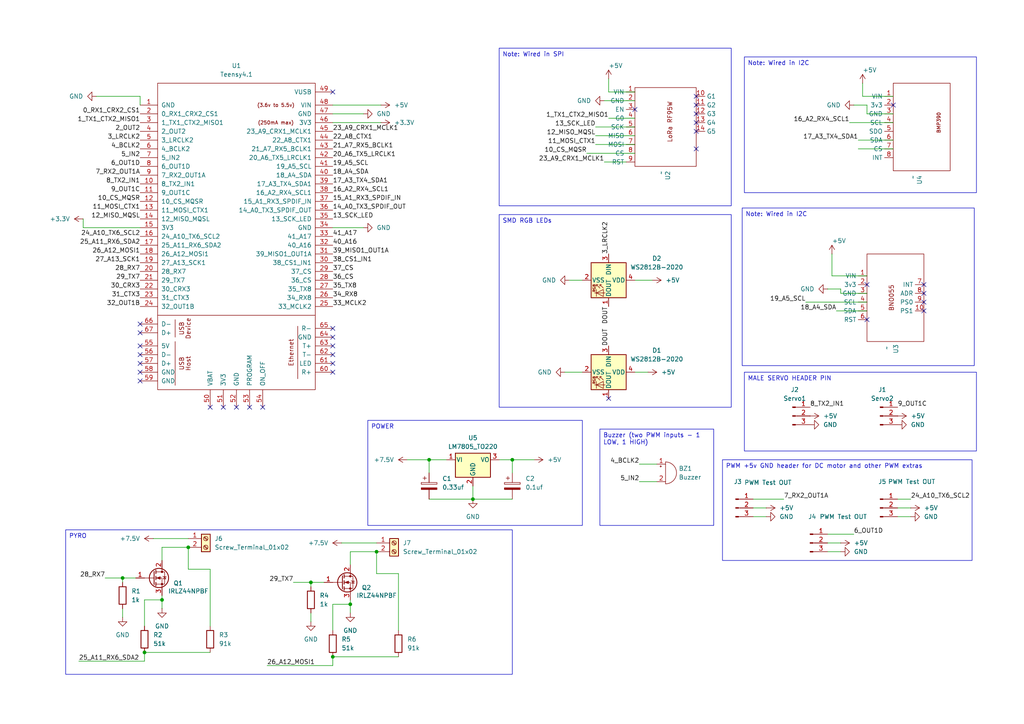
<source format=kicad_sch>
(kicad_sch
	(version 20231120)
	(generator "eeschema")
	(generator_version "8.0")
	(uuid "3cebab3b-ef7a-41c0-87f0-9665bea660f9")
	(paper "A4")
	(lib_symbols
		(symbol "BMP390:BMP390"
			(exclude_from_sim no)
			(in_bom yes)
			(on_board yes)
			(property "Reference" "U4"
				(at 15.24 1.2701 0)
				(effects
					(font
						(size 1.27 1.27)
					)
					(justify left)
				)
			)
			(property "Value" "~"
				(at 15.24 -0.635 0)
				(effects
					(font
						(size 1.27 1.27)
					)
					(justify left)
				)
			)
			(property "Footprint" ""
				(at 0 0 0)
				(effects
					(font
						(size 1.27 1.27)
					)
					(hide yes)
				)
			)
			(property "Datasheet" ""
				(at 0 0 0)
				(effects
					(font
						(size 1.27 1.27)
					)
					(hide yes)
				)
			)
			(property "Description" ""
				(at 0 0 0)
				(effects
					(font
						(size 1.27 1.27)
					)
					(hide yes)
				)
			)
			(symbol "BMP390_0_1"
				(rectangle
					(start -11.43 10.16)
					(end 13.97 -6.35)
					(stroke
						(width 0)
						(type default)
					)
					(fill
						(type none)
					)
				)
			)
			(symbol "BMP390_1_1"
				(text "BMP390"
					(at 0 6.858 0)
					(effects
						(font
							(size 1 1)
						)
					)
				)
				(pin power_in line
					(at -7.62 -6.35 270)
					(length 2.54)
					(name "VIN"
						(effects
							(font
								(size 1.27 1.27)
							)
						)
					)
					(number "1"
						(effects
							(font
								(size 1.27 1.27)
							)
						)
					)
				)
				(pin power_in line
					(at -5.08 -6.35 270)
					(length 2.54)
					(name "3v3"
						(effects
							(font
								(size 1.27 1.27)
							)
						)
					)
					(number "2"
						(effects
							(font
								(size 1.27 1.27)
							)
						)
					)
				)
				(pin power_out line
					(at -2.54 -6.35 270)
					(length 2.54)
					(name "GND"
						(effects
							(font
								(size 1.27 1.27)
							)
						)
					)
					(number "3"
						(effects
							(font
								(size 1.27 1.27)
							)
						)
					)
				)
				(pin bidirectional line
					(at 0 -6.35 270)
					(length 2.54)
					(name "SCL"
						(effects
							(font
								(size 1.27 1.27)
							)
						)
					)
					(number "4"
						(effects
							(font
								(size 1.27 1.27)
							)
						)
					)
				)
				(pin bidirectional line
					(at 2.54 -6.35 270)
					(length 2.54)
					(name "SDO"
						(effects
							(font
								(size 1.27 1.27)
							)
						)
					)
					(number "5"
						(effects
							(font
								(size 1.27 1.27)
							)
						)
					)
				)
				(pin bidirectional line
					(at 5.08 -6.35 270)
					(length 2.54)
					(name "SDA"
						(effects
							(font
								(size 1.27 1.27)
							)
						)
					)
					(number "6"
						(effects
							(font
								(size 1.27 1.27)
							)
						)
					)
				)
				(pin bidirectional line
					(at 7.62 -6.35 270)
					(length 2.54)
					(name "CS"
						(effects
							(font
								(size 1.27 1.27)
							)
						)
					)
					(number "7"
						(effects
							(font
								(size 1.27 1.27)
							)
						)
					)
				)
				(pin bidirectional line
					(at 10.16 -6.35 270)
					(length 2.54)
					(name "INT"
						(effects
							(font
								(size 1.27 1.27)
							)
						)
					)
					(number "8"
						(effects
							(font
								(size 1.27 1.27)
							)
						)
					)
				)
			)
		)
		(symbol "BNO055:BNO055"
			(exclude_from_sim no)
			(in_bom yes)
			(on_board yes)
			(property "Reference" "U3"
				(at 13.97 0.0001 0)
				(effects
					(font
						(size 1.27 1.27)
					)
					(justify left)
				)
			)
			(property "Value" "~"
				(at 13.97 -1.905 0)
				(effects
					(font
						(size 1.27 1.27)
					)
					(justify left)
				)
			)
			(property "Footprint" "BNO055:BNO055"
				(at 0 0 0)
				(effects
					(font
						(size 1.27 1.27)
					)
					(hide yes)
				)
			)
			(property "Datasheet" ""
				(at 0 0 0)
				(effects
					(font
						(size 1.27 1.27)
					)
					(hide yes)
				)
			)
			(property "Description" ""
				(at 0 0 0)
				(effects
					(font
						(size 1.27 1.27)
					)
					(hide yes)
				)
			)
			(symbol "BNO055_0_1"
				(rectangle
					(start -12.7 8.89)
					(end 12.7 -7.62)
					(stroke
						(width 0)
						(type default)
					)
					(fill
						(type none)
					)
				)
			)
			(symbol "BNO055_1_1"
				(text "BNO055"
					(at 0 -0.508 0)
					(effects
						(font
							(size 1.27 1.27)
						)
					)
				)
				(pin power_in line
					(at -6.35 -7.62 270)
					(length 2.54)
					(name "VIN"
						(effects
							(font
								(size 1.27 1.27)
							)
						)
					)
					(number "1"
						(effects
							(font
								(size 1.27 1.27)
							)
						)
					)
				)
				(pin bidirectional line
					(at 3.81 8.89 270)
					(length 2.54)
					(name "PS1"
						(effects
							(font
								(size 1.27 1.27)
							)
						)
					)
					(number "10"
						(effects
							(font
								(size 1.27 1.27)
							)
						)
					)
				)
				(pin power_in line
					(at -3.81 -7.62 270)
					(length 2.54)
					(name "3v3"
						(effects
							(font
								(size 1.27 1.27)
							)
						)
					)
					(number "2"
						(effects
							(font
								(size 1.27 1.27)
							)
						)
					)
				)
				(pin power_out line
					(at -1.27 -7.62 270)
					(length 2.54)
					(name "GND"
						(effects
							(font
								(size 1.27 1.27)
							)
						)
					)
					(number "3"
						(effects
							(font
								(size 1.27 1.27)
							)
						)
					)
				)
				(pin bidirectional line
					(at 1.27 -7.62 270)
					(length 2.54)
					(name "SCL"
						(effects
							(font
								(size 1.27 1.27)
							)
						)
					)
					(number "4"
						(effects
							(font
								(size 1.27 1.27)
							)
						)
					)
				)
				(pin bidirectional line
					(at 3.81 -7.62 270)
					(length 2.54)
					(name "SDA"
						(effects
							(font
								(size 1.27 1.27)
							)
						)
					)
					(number "5"
						(effects
							(font
								(size 1.27 1.27)
							)
						)
					)
				)
				(pin bidirectional line
					(at 6.35 -7.62 270)
					(length 2.54)
					(name "RST"
						(effects
							(font
								(size 1.27 1.27)
							)
						)
					)
					(number "6"
						(effects
							(font
								(size 1.27 1.27)
							)
						)
					)
				)
				(pin bidirectional line
					(at -3.81 8.89 270)
					(length 2.54)
					(name "INT"
						(effects
							(font
								(size 1.27 1.27)
							)
						)
					)
					(number "7"
						(effects
							(font
								(size 1.27 1.27)
							)
						)
					)
				)
				(pin bidirectional line
					(at -1.27 8.89 270)
					(length 2.54)
					(name "ADR"
						(effects
							(font
								(size 1.27 1.27)
							)
						)
					)
					(number "8"
						(effects
							(font
								(size 1.27 1.27)
							)
						)
					)
				)
				(pin bidirectional line
					(at 1.27 8.89 270)
					(length 2.54)
					(name "PS0"
						(effects
							(font
								(size 1.27 1.27)
							)
						)
					)
					(number "9"
						(effects
							(font
								(size 1.27 1.27)
							)
						)
					)
				)
			)
		)
		(symbol "Connector:Conn_01x03_Pin"
			(pin_names
				(offset 1.016) hide)
			(exclude_from_sim no)
			(in_bom yes)
			(on_board yes)
			(property "Reference" "J"
				(at 0 5.08 0)
				(effects
					(font
						(size 1.27 1.27)
					)
				)
			)
			(property "Value" "Conn_01x03_Pin"
				(at 0 -5.08 0)
				(effects
					(font
						(size 1.27 1.27)
					)
				)
			)
			(property "Footprint" ""
				(at 0 0 0)
				(effects
					(font
						(size 1.27 1.27)
					)
					(hide yes)
				)
			)
			(property "Datasheet" "~"
				(at 0 0 0)
				(effects
					(font
						(size 1.27 1.27)
					)
					(hide yes)
				)
			)
			(property "Description" "Generic connector, single row, 01x03, script generated"
				(at 0 0 0)
				(effects
					(font
						(size 1.27 1.27)
					)
					(hide yes)
				)
			)
			(property "ki_locked" ""
				(at 0 0 0)
				(effects
					(font
						(size 1.27 1.27)
					)
				)
			)
			(property "ki_keywords" "connector"
				(at 0 0 0)
				(effects
					(font
						(size 1.27 1.27)
					)
					(hide yes)
				)
			)
			(property "ki_fp_filters" "Connector*:*_1x??_*"
				(at 0 0 0)
				(effects
					(font
						(size 1.27 1.27)
					)
					(hide yes)
				)
			)
			(symbol "Conn_01x03_Pin_1_1"
				(polyline
					(pts
						(xy 1.27 -2.54) (xy 0.8636 -2.54)
					)
					(stroke
						(width 0.1524)
						(type default)
					)
					(fill
						(type none)
					)
				)
				(polyline
					(pts
						(xy 1.27 0) (xy 0.8636 0)
					)
					(stroke
						(width 0.1524)
						(type default)
					)
					(fill
						(type none)
					)
				)
				(polyline
					(pts
						(xy 1.27 2.54) (xy 0.8636 2.54)
					)
					(stroke
						(width 0.1524)
						(type default)
					)
					(fill
						(type none)
					)
				)
				(rectangle
					(start 0.8636 -2.413)
					(end 0 -2.667)
					(stroke
						(width 0.1524)
						(type default)
					)
					(fill
						(type outline)
					)
				)
				(rectangle
					(start 0.8636 0.127)
					(end 0 -0.127)
					(stroke
						(width 0.1524)
						(type default)
					)
					(fill
						(type outline)
					)
				)
				(rectangle
					(start 0.8636 2.667)
					(end 0 2.413)
					(stroke
						(width 0.1524)
						(type default)
					)
					(fill
						(type outline)
					)
				)
				(pin passive line
					(at 5.08 2.54 180)
					(length 3.81)
					(name "Pin_1"
						(effects
							(font
								(size 1.27 1.27)
							)
						)
					)
					(number "1"
						(effects
							(font
								(size 1.27 1.27)
							)
						)
					)
				)
				(pin passive line
					(at 5.08 0 180)
					(length 3.81)
					(name "Pin_2"
						(effects
							(font
								(size 1.27 1.27)
							)
						)
					)
					(number "2"
						(effects
							(font
								(size 1.27 1.27)
							)
						)
					)
				)
				(pin passive line
					(at 5.08 -2.54 180)
					(length 3.81)
					(name "Pin_3"
						(effects
							(font
								(size 1.27 1.27)
							)
						)
					)
					(number "3"
						(effects
							(font
								(size 1.27 1.27)
							)
						)
					)
				)
			)
		)
		(symbol "Connector:Screw_Terminal_01x02"
			(pin_names
				(offset 1.016) hide)
			(exclude_from_sim no)
			(in_bom yes)
			(on_board yes)
			(property "Reference" "J"
				(at 0 2.54 0)
				(effects
					(font
						(size 1.27 1.27)
					)
				)
			)
			(property "Value" "Screw_Terminal_01x02"
				(at 0 -5.08 0)
				(effects
					(font
						(size 1.27 1.27)
					)
				)
			)
			(property "Footprint" ""
				(at 0 0 0)
				(effects
					(font
						(size 1.27 1.27)
					)
					(hide yes)
				)
			)
			(property "Datasheet" "~"
				(at 0 0 0)
				(effects
					(font
						(size 1.27 1.27)
					)
					(hide yes)
				)
			)
			(property "Description" "Generic screw terminal, single row, 01x02, script generated (kicad-library-utils/schlib/autogen/connector/)"
				(at 0 0 0)
				(effects
					(font
						(size 1.27 1.27)
					)
					(hide yes)
				)
			)
			(property "ki_keywords" "screw terminal"
				(at 0 0 0)
				(effects
					(font
						(size 1.27 1.27)
					)
					(hide yes)
				)
			)
			(property "ki_fp_filters" "TerminalBlock*:*"
				(at 0 0 0)
				(effects
					(font
						(size 1.27 1.27)
					)
					(hide yes)
				)
			)
			(symbol "Screw_Terminal_01x02_1_1"
				(rectangle
					(start -1.27 1.27)
					(end 1.27 -3.81)
					(stroke
						(width 0.254)
						(type default)
					)
					(fill
						(type background)
					)
				)
				(circle
					(center 0 -2.54)
					(radius 0.635)
					(stroke
						(width 0.1524)
						(type default)
					)
					(fill
						(type none)
					)
				)
				(polyline
					(pts
						(xy -0.5334 -2.2098) (xy 0.3302 -3.048)
					)
					(stroke
						(width 0.1524)
						(type default)
					)
					(fill
						(type none)
					)
				)
				(polyline
					(pts
						(xy -0.5334 0.3302) (xy 0.3302 -0.508)
					)
					(stroke
						(width 0.1524)
						(type default)
					)
					(fill
						(type none)
					)
				)
				(polyline
					(pts
						(xy -0.3556 -2.032) (xy 0.508 -2.8702)
					)
					(stroke
						(width 0.1524)
						(type default)
					)
					(fill
						(type none)
					)
				)
				(polyline
					(pts
						(xy -0.3556 0.508) (xy 0.508 -0.3302)
					)
					(stroke
						(width 0.1524)
						(type default)
					)
					(fill
						(type none)
					)
				)
				(circle
					(center 0 0)
					(radius 0.635)
					(stroke
						(width 0.1524)
						(type default)
					)
					(fill
						(type none)
					)
				)
				(pin passive line
					(at -5.08 0 0)
					(length 3.81)
					(name "Pin_1"
						(effects
							(font
								(size 1.27 1.27)
							)
						)
					)
					(number "1"
						(effects
							(font
								(size 1.27 1.27)
							)
						)
					)
				)
				(pin passive line
					(at -5.08 -2.54 0)
					(length 3.81)
					(name "Pin_2"
						(effects
							(font
								(size 1.27 1.27)
							)
						)
					)
					(number "2"
						(effects
							(font
								(size 1.27 1.27)
							)
						)
					)
				)
			)
		)
		(symbol "Device:Buzzer"
			(pin_names
				(offset 0.0254) hide)
			(exclude_from_sim no)
			(in_bom yes)
			(on_board yes)
			(property "Reference" "BZ"
				(at 3.81 1.27 0)
				(effects
					(font
						(size 1.27 1.27)
					)
					(justify left)
				)
			)
			(property "Value" "Buzzer"
				(at 3.81 -1.27 0)
				(effects
					(font
						(size 1.27 1.27)
					)
					(justify left)
				)
			)
			(property "Footprint" ""
				(at -0.635 2.54 90)
				(effects
					(font
						(size 1.27 1.27)
					)
					(hide yes)
				)
			)
			(property "Datasheet" "~"
				(at -0.635 2.54 90)
				(effects
					(font
						(size 1.27 1.27)
					)
					(hide yes)
				)
			)
			(property "Description" "Buzzer, polarized"
				(at 0 0 0)
				(effects
					(font
						(size 1.27 1.27)
					)
					(hide yes)
				)
			)
			(property "ki_keywords" "quartz resonator ceramic"
				(at 0 0 0)
				(effects
					(font
						(size 1.27 1.27)
					)
					(hide yes)
				)
			)
			(property "ki_fp_filters" "*Buzzer*"
				(at 0 0 0)
				(effects
					(font
						(size 1.27 1.27)
					)
					(hide yes)
				)
			)
			(symbol "Buzzer_0_1"
				(arc
					(start 0 -3.175)
					(mid 3.1612 0)
					(end 0 3.175)
					(stroke
						(width 0)
						(type default)
					)
					(fill
						(type none)
					)
				)
				(polyline
					(pts
						(xy -1.651 1.905) (xy -1.143 1.905)
					)
					(stroke
						(width 0)
						(type default)
					)
					(fill
						(type none)
					)
				)
				(polyline
					(pts
						(xy -1.397 2.159) (xy -1.397 1.651)
					)
					(stroke
						(width 0)
						(type default)
					)
					(fill
						(type none)
					)
				)
				(polyline
					(pts
						(xy 0 3.175) (xy 0 -3.175)
					)
					(stroke
						(width 0)
						(type default)
					)
					(fill
						(type none)
					)
				)
			)
			(symbol "Buzzer_1_1"
				(pin passive line
					(at -2.54 2.54 0)
					(length 2.54)
					(name "+"
						(effects
							(font
								(size 1.27 1.27)
							)
						)
					)
					(number "1"
						(effects
							(font
								(size 1.27 1.27)
							)
						)
					)
				)
				(pin passive line
					(at -2.54 -2.54 0)
					(length 2.54)
					(name "-"
						(effects
							(font
								(size 1.27 1.27)
							)
						)
					)
					(number "2"
						(effects
							(font
								(size 1.27 1.27)
							)
						)
					)
				)
			)
		)
		(symbol "Device:C_Polarized"
			(pin_numbers hide)
			(pin_names
				(offset 0.254)
			)
			(exclude_from_sim no)
			(in_bom yes)
			(on_board yes)
			(property "Reference" "C"
				(at 0.635 2.54 0)
				(effects
					(font
						(size 1.27 1.27)
					)
					(justify left)
				)
			)
			(property "Value" "C_Polarized"
				(at 0.635 -2.54 0)
				(effects
					(font
						(size 1.27 1.27)
					)
					(justify left)
				)
			)
			(property "Footprint" ""
				(at 0.9652 -3.81 0)
				(effects
					(font
						(size 1.27 1.27)
					)
					(hide yes)
				)
			)
			(property "Datasheet" "~"
				(at 0 0 0)
				(effects
					(font
						(size 1.27 1.27)
					)
					(hide yes)
				)
			)
			(property "Description" "Polarized capacitor"
				(at 0 0 0)
				(effects
					(font
						(size 1.27 1.27)
					)
					(hide yes)
				)
			)
			(property "ki_keywords" "cap capacitor"
				(at 0 0 0)
				(effects
					(font
						(size 1.27 1.27)
					)
					(hide yes)
				)
			)
			(property "ki_fp_filters" "CP_*"
				(at 0 0 0)
				(effects
					(font
						(size 1.27 1.27)
					)
					(hide yes)
				)
			)
			(symbol "C_Polarized_0_1"
				(rectangle
					(start -2.286 0.508)
					(end 2.286 1.016)
					(stroke
						(width 0)
						(type default)
					)
					(fill
						(type none)
					)
				)
				(polyline
					(pts
						(xy -1.778 2.286) (xy -0.762 2.286)
					)
					(stroke
						(width 0)
						(type default)
					)
					(fill
						(type none)
					)
				)
				(polyline
					(pts
						(xy -1.27 2.794) (xy -1.27 1.778)
					)
					(stroke
						(width 0)
						(type default)
					)
					(fill
						(type none)
					)
				)
				(rectangle
					(start 2.286 -0.508)
					(end -2.286 -1.016)
					(stroke
						(width 0)
						(type default)
					)
					(fill
						(type outline)
					)
				)
			)
			(symbol "C_Polarized_1_1"
				(pin passive line
					(at 0 3.81 270)
					(length 2.794)
					(name "~"
						(effects
							(font
								(size 1.27 1.27)
							)
						)
					)
					(number "1"
						(effects
							(font
								(size 1.27 1.27)
							)
						)
					)
				)
				(pin passive line
					(at 0 -3.81 90)
					(length 2.794)
					(name "~"
						(effects
							(font
								(size 1.27 1.27)
							)
						)
					)
					(number "2"
						(effects
							(font
								(size 1.27 1.27)
							)
						)
					)
				)
			)
		)
		(symbol "Device:R"
			(pin_numbers hide)
			(pin_names
				(offset 0)
			)
			(exclude_from_sim no)
			(in_bom yes)
			(on_board yes)
			(property "Reference" "R"
				(at 2.032 0 90)
				(effects
					(font
						(size 1.27 1.27)
					)
				)
			)
			(property "Value" "R"
				(at 0 0 90)
				(effects
					(font
						(size 1.27 1.27)
					)
				)
			)
			(property "Footprint" ""
				(at -1.778 0 90)
				(effects
					(font
						(size 1.27 1.27)
					)
					(hide yes)
				)
			)
			(property "Datasheet" "~"
				(at 0 0 0)
				(effects
					(font
						(size 1.27 1.27)
					)
					(hide yes)
				)
			)
			(property "Description" "Resistor"
				(at 0 0 0)
				(effects
					(font
						(size 1.27 1.27)
					)
					(hide yes)
				)
			)
			(property "ki_keywords" "R res resistor"
				(at 0 0 0)
				(effects
					(font
						(size 1.27 1.27)
					)
					(hide yes)
				)
			)
			(property "ki_fp_filters" "R_*"
				(at 0 0 0)
				(effects
					(font
						(size 1.27 1.27)
					)
					(hide yes)
				)
			)
			(symbol "R_0_1"
				(rectangle
					(start -1.016 -2.54)
					(end 1.016 2.54)
					(stroke
						(width 0.254)
						(type default)
					)
					(fill
						(type none)
					)
				)
			)
			(symbol "R_1_1"
				(pin passive line
					(at 0 3.81 270)
					(length 1.27)
					(name "~"
						(effects
							(font
								(size 1.27 1.27)
							)
						)
					)
					(number "1"
						(effects
							(font
								(size 1.27 1.27)
							)
						)
					)
				)
				(pin passive line
					(at 0 -3.81 90)
					(length 1.27)
					(name "~"
						(effects
							(font
								(size 1.27 1.27)
							)
						)
					)
					(number "2"
						(effects
							(font
								(size 1.27 1.27)
							)
						)
					)
				)
			)
		)
		(symbol "LED:WS2812B-2020"
			(pin_names
				(offset 0.254)
			)
			(exclude_from_sim no)
			(in_bom yes)
			(on_board yes)
			(property "Reference" "D"
				(at 5.08 5.715 0)
				(effects
					(font
						(size 1.27 1.27)
					)
					(justify right bottom)
				)
			)
			(property "Value" "WS2812B-2020"
				(at 1.27 -5.715 0)
				(effects
					(font
						(size 1.27 1.27)
					)
					(justify left top)
				)
			)
			(property "Footprint" "LED_SMD:LED_WS2812B-2020_PLCC4_2.0x2.0mm"
				(at 1.27 -7.62 0)
				(effects
					(font
						(size 1.27 1.27)
					)
					(justify left top)
					(hide yes)
				)
			)
			(property "Datasheet" "https://cdn-shop.adafruit.com/product-files/4684/4684_WS2812B-2020_V1.3_EN.pdf"
				(at 2.54 -9.525 0)
				(effects
					(font
						(size 1.27 1.27)
					)
					(justify left top)
					(hide yes)
				)
			)
			(property "Description" "RGB LED with integrated controller, 2.0 x 2.0 mm, 12 mA"
				(at 0 0 0)
				(effects
					(font
						(size 1.27 1.27)
					)
					(hide yes)
				)
			)
			(property "ki_keywords" "RGB LED NeoPixel Nano addressable"
				(at 0 0 0)
				(effects
					(font
						(size 1.27 1.27)
					)
					(hide yes)
				)
			)
			(property "ki_fp_filters" "LED*WS2812*-2020_PLCC4*"
				(at 0 0 0)
				(effects
					(font
						(size 1.27 1.27)
					)
					(hide yes)
				)
			)
			(symbol "WS2812B-2020_0_0"
				(text "RGB"
					(at 2.286 -4.191 0)
					(effects
						(font
							(size 0.762 0.762)
						)
					)
				)
			)
			(symbol "WS2812B-2020_0_1"
				(polyline
					(pts
						(xy 1.27 -3.556) (xy 1.778 -3.556)
					)
					(stroke
						(width 0)
						(type default)
					)
					(fill
						(type none)
					)
				)
				(polyline
					(pts
						(xy 1.27 -2.54) (xy 1.778 -2.54)
					)
					(stroke
						(width 0)
						(type default)
					)
					(fill
						(type none)
					)
				)
				(polyline
					(pts
						(xy 4.699 -3.556) (xy 2.667 -3.556)
					)
					(stroke
						(width 0)
						(type default)
					)
					(fill
						(type none)
					)
				)
				(polyline
					(pts
						(xy 2.286 -2.54) (xy 1.27 -3.556) (xy 1.27 -3.048)
					)
					(stroke
						(width 0)
						(type default)
					)
					(fill
						(type none)
					)
				)
				(polyline
					(pts
						(xy 2.286 -1.524) (xy 1.27 -2.54) (xy 1.27 -2.032)
					)
					(stroke
						(width 0)
						(type default)
					)
					(fill
						(type none)
					)
				)
				(polyline
					(pts
						(xy 3.683 -1.016) (xy 3.683 -3.556) (xy 3.683 -4.064)
					)
					(stroke
						(width 0)
						(type default)
					)
					(fill
						(type none)
					)
				)
				(polyline
					(pts
						(xy 4.699 -1.524) (xy 2.667 -1.524) (xy 3.683 -3.556) (xy 4.699 -1.524)
					)
					(stroke
						(width 0)
						(type default)
					)
					(fill
						(type none)
					)
				)
				(rectangle
					(start 5.08 5.08)
					(end -5.08 -5.08)
					(stroke
						(width 0.254)
						(type default)
					)
					(fill
						(type background)
					)
				)
			)
			(symbol "WS2812B-2020_1_1"
				(pin output line
					(at 7.62 0 180)
					(length 2.54)
					(name "DOUT"
						(effects
							(font
								(size 1.27 1.27)
							)
						)
					)
					(number "1"
						(effects
							(font
								(size 1.27 1.27)
							)
						)
					)
				)
				(pin power_in line
					(at 0 -7.62 90)
					(length 2.54)
					(name "VSS"
						(effects
							(font
								(size 1.27 1.27)
							)
						)
					)
					(number "2"
						(effects
							(font
								(size 1.27 1.27)
							)
						)
					)
				)
				(pin input line
					(at -7.62 0 0)
					(length 2.54)
					(name "DIN"
						(effects
							(font
								(size 1.27 1.27)
							)
						)
					)
					(number "3"
						(effects
							(font
								(size 1.27 1.27)
							)
						)
					)
				)
				(pin power_in line
					(at 0 7.62 270)
					(length 2.54)
					(name "VDD"
						(effects
							(font
								(size 1.27 1.27)
							)
						)
					)
					(number "4"
						(effects
							(font
								(size 1.27 1.27)
							)
						)
					)
				)
			)
		)
		(symbol "LoRa_RF95:LoraRF95breakout"
			(exclude_from_sim no)
			(in_bom yes)
			(on_board yes)
			(property "Reference" "U2"
				(at 15.24 -0.6349 0)
				(effects
					(font
						(size 1.27 1.27)
					)
					(justify left)
				)
			)
			(property "Value" "~"
				(at 15.24 -2.54 0)
				(effects
					(font
						(size 1.27 1.27)
					)
					(justify left)
				)
			)
			(property "Footprint" "LoRa_RF95:LoRa_RF95 Breakout"
				(at 0 0 0)
				(effects
					(font
						(size 1.27 1.27)
					)
					(hide yes)
				)
			)
			(property "Datasheet" ""
				(at 0 0 0)
				(effects
					(font
						(size 1.27 1.27)
					)
					(hide yes)
				)
			)
			(property "Description" ""
				(at 0 0 0)
				(effects
					(font
						(size 1.27 1.27)
					)
					(hide yes)
				)
			)
			(symbol "LoraRF95breakout_0_1"
				(rectangle
					(start -8.89 7.62)
					(end 13.97 -10.16)
					(stroke
						(width 0)
						(type default)
					)
					(fill
						(type none)
					)
				)
			)
			(symbol "LoraRF95breakout_1_1"
				(text "LoRa RF95W\n"
					(at 1.016 0 0)
					(effects
						(font
							(size 1.27 1.27)
						)
					)
				)
				(pin power_in line
					(at -7.62 -10.16 270)
					(length 2.54)
					(name "VIN"
						(effects
							(font
								(size 1.27 1.27)
							)
						)
					)
					(number "1"
						(effects
							(font
								(size 1.27 1.27)
							)
						)
					)
				)
				(pin input line
					(at -6.35 7.62 90)
					(length 2.54)
					(name "G1"
						(effects
							(font
								(size 1.27 1.27)
							)
						)
					)
					(number "10"
						(effects
							(font
								(size 1.27 1.27)
							)
						)
					)
				)
				(pin input line
					(at -3.81 7.62 90)
					(length 2.54)
					(name "G2"
						(effects
							(font
								(size 1.27 1.27)
							)
						)
					)
					(number "11"
						(effects
							(font
								(size 1.27 1.27)
							)
						)
					)
				)
				(pin input line
					(at -1.27 7.62 90)
					(length 2.54)
					(name "G3"
						(effects
							(font
								(size 1.27 1.27)
							)
						)
					)
					(number "12"
						(effects
							(font
								(size 1.27 1.27)
							)
						)
					)
				)
				(pin input line
					(at 1.27 7.62 90)
					(length 2.54)
					(name "G4"
						(effects
							(font
								(size 1.27 1.27)
							)
						)
					)
					(number "13"
						(effects
							(font
								(size 1.27 1.27)
							)
						)
					)
				)
				(pin input line
					(at 3.81 7.62 90)
					(length 2.54)
					(name "G5"
						(effects
							(font
								(size 1.27 1.27)
							)
						)
					)
					(number "14"
						(effects
							(font
								(size 1.27 1.27)
							)
						)
					)
				)
				(pin power_out line
					(at -5.08 -10.16 270)
					(length 2.54)
					(name "GND"
						(effects
							(font
								(size 1.27 1.27)
							)
						)
					)
					(number "2"
						(effects
							(font
								(size 1.27 1.27)
							)
						)
					)
				)
				(pin input line
					(at -2.54 -10.16 270)
					(length 2.54)
					(name "EN"
						(effects
							(font
								(size 1.27 1.27)
							)
						)
					)
					(number "3"
						(effects
							(font
								(size 1.27 1.27)
							)
						)
					)
				)
				(pin input line
					(at 0 -10.16 270)
					(length 2.54)
					(name "G0"
						(effects
							(font
								(size 1.27 1.27)
							)
						)
					)
					(number "4"
						(effects
							(font
								(size 1.27 1.27)
							)
						)
					)
				)
				(pin bidirectional line
					(at 2.54 -10.16 270)
					(length 2.54)
					(name "SCK"
						(effects
							(font
								(size 1.27 1.27)
							)
						)
					)
					(number "5"
						(effects
							(font
								(size 1.27 1.27)
							)
						)
					)
				)
				(pin bidirectional line
					(at 5.08 -10.16 270)
					(length 2.54)
					(name "MISO"
						(effects
							(font
								(size 1.27 1.27)
							)
						)
					)
					(number "6"
						(effects
							(font
								(size 1.27 1.27)
							)
						)
					)
				)
				(pin bidirectional line
					(at 7.62 -10.16 270)
					(length 2.54)
					(name "MOSI"
						(effects
							(font
								(size 1.27 1.27)
							)
						)
					)
					(number "7"
						(effects
							(font
								(size 1.27 1.27)
							)
						)
					)
				)
				(pin bidirectional line
					(at 10.16 -10.16 270)
					(length 2.54)
					(name "CS"
						(effects
							(font
								(size 1.27 1.27)
							)
						)
					)
					(number "8"
						(effects
							(font
								(size 1.27 1.27)
							)
						)
					)
				)
				(pin input line
					(at 12.7 -10.16 270)
					(length 2.54)
					(name "RST"
						(effects
							(font
								(size 1.27 1.27)
							)
						)
					)
					(number "9"
						(effects
							(font
								(size 1.27 1.27)
							)
						)
					)
				)
			)
		)
		(symbol "Regulator_Linear:LM7805_TO220"
			(pin_names
				(offset 0.254)
			)
			(exclude_from_sim no)
			(in_bom yes)
			(on_board yes)
			(property "Reference" "U"
				(at -3.81 3.175 0)
				(effects
					(font
						(size 1.27 1.27)
					)
				)
			)
			(property "Value" "LM7805_TO220"
				(at 0 3.175 0)
				(effects
					(font
						(size 1.27 1.27)
					)
					(justify left)
				)
			)
			(property "Footprint" "Package_TO_SOT_THT:TO-220-3_Vertical"
				(at 0 5.715 0)
				(effects
					(font
						(size 1.27 1.27)
						(italic yes)
					)
					(hide yes)
				)
			)
			(property "Datasheet" "https://www.onsemi.cn/PowerSolutions/document/MC7800-D.PDF"
				(at 0 -1.27 0)
				(effects
					(font
						(size 1.27 1.27)
					)
					(hide yes)
				)
			)
			(property "Description" "Positive 1A 35V Linear Regulator, Fixed Output 5V, TO-220"
				(at 0 0 0)
				(effects
					(font
						(size 1.27 1.27)
					)
					(hide yes)
				)
			)
			(property "ki_keywords" "Voltage Regulator 1A Positive"
				(at 0 0 0)
				(effects
					(font
						(size 1.27 1.27)
					)
					(hide yes)
				)
			)
			(property "ki_fp_filters" "TO?220*"
				(at 0 0 0)
				(effects
					(font
						(size 1.27 1.27)
					)
					(hide yes)
				)
			)
			(symbol "LM7805_TO220_0_1"
				(rectangle
					(start -5.08 1.905)
					(end 5.08 -5.08)
					(stroke
						(width 0.254)
						(type default)
					)
					(fill
						(type background)
					)
				)
			)
			(symbol "LM7805_TO220_1_1"
				(pin power_in line
					(at -7.62 0 0)
					(length 2.54)
					(name "VI"
						(effects
							(font
								(size 1.27 1.27)
							)
						)
					)
					(number "1"
						(effects
							(font
								(size 1.27 1.27)
							)
						)
					)
				)
				(pin power_in line
					(at 0 -7.62 90)
					(length 2.54)
					(name "GND"
						(effects
							(font
								(size 1.27 1.27)
							)
						)
					)
					(number "2"
						(effects
							(font
								(size 1.27 1.27)
							)
						)
					)
				)
				(pin power_out line
					(at 7.62 0 180)
					(length 2.54)
					(name "VO"
						(effects
							(font
								(size 1.27 1.27)
							)
						)
					)
					(number "3"
						(effects
							(font
								(size 1.27 1.27)
							)
						)
					)
				)
			)
		)
		(symbol "Teensy4.1:Teensy4.1"
			(pin_names
				(offset 1.016)
			)
			(exclude_from_sim no)
			(in_bom yes)
			(on_board yes)
			(property "Reference" "U1"
				(at 0 66.04 0)
				(effects
					(font
						(size 1.27 1.27)
					)
				)
			)
			(property "Value" "Teensy4.1"
				(at 0 63.5 0)
				(effects
					(font
						(size 1.27 1.27)
					)
				)
			)
			(property "Footprint" "Teensy4.1:Teensy41"
				(at -10.16 10.16 0)
				(effects
					(font
						(size 1.27 1.27)
					)
					(hide yes)
				)
			)
			(property "Datasheet" ""
				(at -10.16 10.16 0)
				(effects
					(font
						(size 1.27 1.27)
					)
					(hide yes)
				)
			)
			(property "Description" ""
				(at 0 0 0)
				(effects
					(font
						(size 1.27 1.27)
					)
					(hide yes)
				)
			)
			(symbol "Teensy4.1_0_0"
				(polyline
					(pts
						(xy -22.86 -6.35) (xy 22.86 -6.35)
					)
					(stroke
						(width 0)
						(type solid)
					)
					(fill
						(type none)
					)
				)
				(polyline
					(pts
						(xy -17.78 -26.67) (xy -17.78 -13.97)
					)
					(stroke
						(width 0)
						(type solid)
					)
					(fill
						(type none)
					)
				)
				(polyline
					(pts
						(xy -17.78 -7.62) (xy -17.78 -12.7)
					)
					(stroke
						(width 0)
						(type solid)
					)
					(fill
						(type none)
					)
				)
				(polyline
					(pts
						(xy 17.78 -9.525) (xy 17.78 -24.765)
					)
					(stroke
						(width 0)
						(type solid)
					)
					(fill
						(type none)
					)
				)
				(text "(250mA max)"
					(at 11.43 49.53 0)
					(effects
						(font
							(size 1.016 1.016)
						)
					)
				)
				(text "(3.6v to 5.5v)"
					(at 11.43 54.61 0)
					(effects
						(font
							(size 1.016 1.016)
						)
					)
				)
				(text "Device"
					(at -13.97 -10.16 900)
					(effects
						(font
							(size 1.27 1.27)
						)
					)
				)
				(text "Ethernet"
					(at 15.875 -17.145 900)
					(effects
						(font
							(size 1.27 1.27)
						)
					)
				)
				(text "Host"
					(at -13.97 -20.32 900)
					(effects
						(font
							(size 1.27 1.27)
						)
					)
				)
				(text "USB"
					(at -15.875 -20.32 900)
					(effects
						(font
							(size 1.27 1.27)
						)
					)
				)
				(text "USB"
					(at -15.875 -10.16 900)
					(effects
						(font
							(size 1.27 1.27)
						)
					)
				)
				(pin bidirectional line
					(at -27.94 31.75 0)
					(length 5.08)
					(name "8_TX2_IN1"
						(effects
							(font
								(size 1.27 1.27)
							)
						)
					)
					(number "10"
						(effects
							(font
								(size 1.27 1.27)
							)
						)
					)
				)
				(pin bidirectional line
					(at -27.94 29.21 0)
					(length 5.08)
					(name "9_OUT1C"
						(effects
							(font
								(size 1.27 1.27)
							)
						)
					)
					(number "11"
						(effects
							(font
								(size 1.27 1.27)
							)
						)
					)
				)
				(pin bidirectional line
					(at -27.94 26.67 0)
					(length 5.08)
					(name "10_CS_MQSR"
						(effects
							(font
								(size 1.27 1.27)
							)
						)
					)
					(number "12"
						(effects
							(font
								(size 1.27 1.27)
							)
						)
					)
				)
				(pin bidirectional line
					(at -27.94 24.13 0)
					(length 5.08)
					(name "11_MOSI_CTX1"
						(effects
							(font
								(size 1.27 1.27)
							)
						)
					)
					(number "13"
						(effects
							(font
								(size 1.27 1.27)
							)
						)
					)
				)
				(pin bidirectional line
					(at -27.94 21.59 0)
					(length 5.08)
					(name "12_MISO_MQSL"
						(effects
							(font
								(size 1.27 1.27)
							)
						)
					)
					(number "14"
						(effects
							(font
								(size 1.27 1.27)
							)
						)
					)
				)
				(pin power_in line
					(at -27.94 19.05 0)
					(length 5.08)
					(name "3V3"
						(effects
							(font
								(size 1.27 1.27)
							)
						)
					)
					(number "15"
						(effects
							(font
								(size 1.27 1.27)
							)
						)
					)
				)
				(pin bidirectional line
					(at -27.94 16.51 0)
					(length 5.08)
					(name "24_A10_TX6_SCL2"
						(effects
							(font
								(size 1.27 1.27)
							)
						)
					)
					(number "16"
						(effects
							(font
								(size 1.27 1.27)
							)
						)
					)
				)
				(pin bidirectional line
					(at -27.94 13.97 0)
					(length 5.08)
					(name "25_A11_RX6_SDA2"
						(effects
							(font
								(size 1.27 1.27)
							)
						)
					)
					(number "17"
						(effects
							(font
								(size 1.27 1.27)
							)
						)
					)
				)
				(pin bidirectional line
					(at -27.94 11.43 0)
					(length 5.08)
					(name "26_A12_MOSI1"
						(effects
							(font
								(size 1.27 1.27)
							)
						)
					)
					(number "18"
						(effects
							(font
								(size 1.27 1.27)
							)
						)
					)
				)
				(pin bidirectional line
					(at -27.94 8.89 0)
					(length 5.08)
					(name "27_A13_SCK1"
						(effects
							(font
								(size 1.27 1.27)
							)
						)
					)
					(number "19"
						(effects
							(font
								(size 1.27 1.27)
							)
						)
					)
				)
				(pin bidirectional line
					(at -27.94 6.35 0)
					(length 5.08)
					(name "28_RX7"
						(effects
							(font
								(size 1.27 1.27)
							)
						)
					)
					(number "20"
						(effects
							(font
								(size 1.27 1.27)
							)
						)
					)
				)
				(pin bidirectional line
					(at -27.94 3.81 0)
					(length 5.08)
					(name "29_TX7"
						(effects
							(font
								(size 1.27 1.27)
							)
						)
					)
					(number "21"
						(effects
							(font
								(size 1.27 1.27)
							)
						)
					)
				)
				(pin bidirectional line
					(at -27.94 1.27 0)
					(length 5.08)
					(name "30_CRX3"
						(effects
							(font
								(size 1.27 1.27)
							)
						)
					)
					(number "22"
						(effects
							(font
								(size 1.27 1.27)
							)
						)
					)
				)
				(pin bidirectional line
					(at -27.94 -1.27 0)
					(length 5.08)
					(name "31_CTX3"
						(effects
							(font
								(size 1.27 1.27)
							)
						)
					)
					(number "23"
						(effects
							(font
								(size 1.27 1.27)
							)
						)
					)
				)
				(pin bidirectional line
					(at -27.94 -3.81 0)
					(length 5.08)
					(name "32_OUT1B"
						(effects
							(font
								(size 1.27 1.27)
							)
						)
					)
					(number "24"
						(effects
							(font
								(size 1.27 1.27)
							)
						)
					)
				)
				(pin bidirectional line
					(at 27.94 -3.81 180)
					(length 5.08)
					(name "33_MCLK2"
						(effects
							(font
								(size 1.27 1.27)
							)
						)
					)
					(number "25"
						(effects
							(font
								(size 1.27 1.27)
							)
						)
					)
				)
				(pin bidirectional line
					(at 27.94 -1.27 180)
					(length 5.08)
					(name "34_RX8"
						(effects
							(font
								(size 1.27 1.27)
							)
						)
					)
					(number "26"
						(effects
							(font
								(size 1.27 1.27)
							)
						)
					)
				)
				(pin bidirectional line
					(at 27.94 1.27 180)
					(length 5.08)
					(name "35_TX8"
						(effects
							(font
								(size 1.27 1.27)
							)
						)
					)
					(number "27"
						(effects
							(font
								(size 1.27 1.27)
							)
						)
					)
				)
				(pin bidirectional line
					(at 27.94 3.81 180)
					(length 5.08)
					(name "36_CS"
						(effects
							(font
								(size 1.27 1.27)
							)
						)
					)
					(number "28"
						(effects
							(font
								(size 1.27 1.27)
							)
						)
					)
				)
				(pin bidirectional line
					(at 27.94 6.35 180)
					(length 5.08)
					(name "37_CS"
						(effects
							(font
								(size 1.27 1.27)
							)
						)
					)
					(number "29"
						(effects
							(font
								(size 1.27 1.27)
							)
						)
					)
				)
				(pin bidirectional line
					(at 27.94 8.89 180)
					(length 5.08)
					(name "38_CS1_IN1"
						(effects
							(font
								(size 1.27 1.27)
							)
						)
					)
					(number "30"
						(effects
							(font
								(size 1.27 1.27)
							)
						)
					)
				)
				(pin bidirectional line
					(at 27.94 11.43 180)
					(length 5.08)
					(name "39_MISO1_OUT1A"
						(effects
							(font
								(size 1.27 1.27)
							)
						)
					)
					(number "31"
						(effects
							(font
								(size 1.27 1.27)
							)
						)
					)
				)
				(pin bidirectional line
					(at 27.94 13.97 180)
					(length 5.08)
					(name "40_A16"
						(effects
							(font
								(size 1.27 1.27)
							)
						)
					)
					(number "32"
						(effects
							(font
								(size 1.27 1.27)
							)
						)
					)
				)
				(pin bidirectional line
					(at 27.94 16.51 180)
					(length 5.08)
					(name "41_A17"
						(effects
							(font
								(size 1.27 1.27)
							)
						)
					)
					(number "33"
						(effects
							(font
								(size 1.27 1.27)
							)
						)
					)
				)
				(pin bidirectional line
					(at 27.94 21.59 180)
					(length 5.08)
					(name "13_SCK_LED"
						(effects
							(font
								(size 1.27 1.27)
							)
						)
					)
					(number "35"
						(effects
							(font
								(size 1.27 1.27)
							)
						)
					)
				)
				(pin bidirectional line
					(at 27.94 24.13 180)
					(length 5.08)
					(name "14_A0_TX3_SPDIF_OUT"
						(effects
							(font
								(size 1.27 1.27)
							)
						)
					)
					(number "36"
						(effects
							(font
								(size 1.27 1.27)
							)
						)
					)
				)
				(pin bidirectional line
					(at 27.94 26.67 180)
					(length 5.08)
					(name "15_A1_RX3_SPDIF_IN"
						(effects
							(font
								(size 1.27 1.27)
							)
						)
					)
					(number "37"
						(effects
							(font
								(size 1.27 1.27)
							)
						)
					)
				)
				(pin bidirectional line
					(at 27.94 29.21 180)
					(length 5.08)
					(name "16_A2_RX4_SCL1"
						(effects
							(font
								(size 1.27 1.27)
							)
						)
					)
					(number "38"
						(effects
							(font
								(size 1.27 1.27)
							)
						)
					)
				)
				(pin bidirectional line
					(at 27.94 31.75 180)
					(length 5.08)
					(name "17_A3_TX4_SDA1"
						(effects
							(font
								(size 1.27 1.27)
							)
						)
					)
					(number "39"
						(effects
							(font
								(size 1.27 1.27)
							)
						)
					)
				)
				(pin bidirectional line
					(at 27.94 34.29 180)
					(length 5.08)
					(name "18_A4_SDA"
						(effects
							(font
								(size 1.27 1.27)
							)
						)
					)
					(number "40"
						(effects
							(font
								(size 1.27 1.27)
							)
						)
					)
				)
				(pin bidirectional line
					(at 27.94 36.83 180)
					(length 5.08)
					(name "19_A5_SCL"
						(effects
							(font
								(size 1.27 1.27)
							)
						)
					)
					(number "41"
						(effects
							(font
								(size 1.27 1.27)
							)
						)
					)
				)
				(pin bidirectional line
					(at 27.94 39.37 180)
					(length 5.08)
					(name "20_A6_TX5_LRCLK1"
						(effects
							(font
								(size 1.27 1.27)
							)
						)
					)
					(number "42"
						(effects
							(font
								(size 1.27 1.27)
							)
						)
					)
				)
				(pin bidirectional line
					(at 27.94 41.91 180)
					(length 5.08)
					(name "21_A7_RX5_BCLK1"
						(effects
							(font
								(size 1.27 1.27)
							)
						)
					)
					(number "43"
						(effects
							(font
								(size 1.27 1.27)
							)
						)
					)
				)
				(pin bidirectional line
					(at 27.94 44.45 180)
					(length 5.08)
					(name "22_A8_CTX1"
						(effects
							(font
								(size 1.27 1.27)
							)
						)
					)
					(number "44"
						(effects
							(font
								(size 1.27 1.27)
							)
						)
					)
				)
				(pin bidirectional line
					(at 27.94 46.99 180)
					(length 5.08)
					(name "23_A9_CRX1_MCLK1"
						(effects
							(font
								(size 1.27 1.27)
							)
						)
					)
					(number "45"
						(effects
							(font
								(size 1.27 1.27)
							)
						)
					)
				)
				(pin output line
					(at 27.94 49.53 180)
					(length 5.08)
					(name "3V3"
						(effects
							(font
								(size 1.27 1.27)
							)
						)
					)
					(number "46"
						(effects
							(font
								(size 1.27 1.27)
							)
						)
					)
				)
				(pin output line
					(at 27.94 52.07 180)
					(length 5.08)
					(name "GND"
						(effects
							(font
								(size 1.27 1.27)
							)
						)
					)
					(number "47"
						(effects
							(font
								(size 1.27 1.27)
							)
						)
					)
				)
				(pin power_in line
					(at 27.94 54.61 180)
					(length 5.08)
					(name "VIN"
						(effects
							(font
								(size 1.27 1.27)
							)
						)
					)
					(number "48"
						(effects
							(font
								(size 1.27 1.27)
							)
						)
					)
				)
				(pin power_out line
					(at 27.94 58.42 180)
					(length 5.08)
					(name "VUSB"
						(effects
							(font
								(size 1.27 1.27)
							)
						)
					)
					(number "49"
						(effects
							(font
								(size 1.27 1.27)
							)
						)
					)
				)
				(pin bidirectional line
					(at -27.94 44.45 0)
					(length 5.08)
					(name "3_LRCLK2"
						(effects
							(font
								(size 1.27 1.27)
							)
						)
					)
					(number "5"
						(effects
							(font
								(size 1.27 1.27)
							)
						)
					)
				)
				(pin power_in line
					(at -7.62 -33.02 90)
					(length 5.08)
					(name "VBAT"
						(effects
							(font
								(size 1.27 1.27)
							)
						)
					)
					(number "50"
						(effects
							(font
								(size 1.27 1.27)
							)
						)
					)
				)
				(pin power_in line
					(at -3.81 -33.02 90)
					(length 5.08)
					(name "3V3"
						(effects
							(font
								(size 1.27 1.27)
							)
						)
					)
					(number "51"
						(effects
							(font
								(size 1.27 1.27)
							)
						)
					)
				)
				(pin input line
					(at 0 -33.02 90)
					(length 5.08)
					(name "GND"
						(effects
							(font
								(size 1.27 1.27)
							)
						)
					)
					(number "52"
						(effects
							(font
								(size 1.27 1.27)
							)
						)
					)
				)
				(pin input line
					(at 3.81 -33.02 90)
					(length 5.08)
					(name "PROGRAM"
						(effects
							(font
								(size 1.27 1.27)
							)
						)
					)
					(number "53"
						(effects
							(font
								(size 1.27 1.27)
							)
						)
					)
				)
				(pin input line
					(at 7.62 -33.02 90)
					(length 5.08)
					(name "ON_OFF"
						(effects
							(font
								(size 1.27 1.27)
							)
						)
					)
					(number "54"
						(effects
							(font
								(size 1.27 1.27)
							)
						)
					)
				)
				(pin power_out line
					(at -27.94 -15.24 0)
					(length 5.08)
					(name "5V"
						(effects
							(font
								(size 1.27 1.27)
							)
						)
					)
					(number "55"
						(effects
							(font
								(size 1.27 1.27)
							)
						)
					)
				)
				(pin bidirectional line
					(at -27.94 -17.78 0)
					(length 5.08)
					(name "D-"
						(effects
							(font
								(size 1.27 1.27)
							)
						)
					)
					(number "56"
						(effects
							(font
								(size 1.27 1.27)
							)
						)
					)
				)
				(pin bidirectional line
					(at -27.94 -20.32 0)
					(length 5.08)
					(name "D+"
						(effects
							(font
								(size 1.27 1.27)
							)
						)
					)
					(number "57"
						(effects
							(font
								(size 1.27 1.27)
							)
						)
					)
				)
				(pin power_in line
					(at -27.94 -22.86 0)
					(length 5.08)
					(name "GND"
						(effects
							(font
								(size 1.27 1.27)
							)
						)
					)
					(number "58"
						(effects
							(font
								(size 1.27 1.27)
							)
						)
					)
				)
				(pin power_in line
					(at -27.94 -25.4 0)
					(length 5.08)
					(name "GND"
						(effects
							(font
								(size 1.27 1.27)
							)
						)
					)
					(number "59"
						(effects
							(font
								(size 1.27 1.27)
							)
						)
					)
				)
				(pin bidirectional line
					(at -27.94 41.91 0)
					(length 5.08)
					(name "4_BCLK2"
						(effects
							(font
								(size 1.27 1.27)
							)
						)
					)
					(number "6"
						(effects
							(font
								(size 1.27 1.27)
							)
						)
					)
				)
				(pin bidirectional line
					(at 27.94 -22.86 180)
					(length 5.08)
					(name "R+"
						(effects
							(font
								(size 1.27 1.27)
							)
						)
					)
					(number "60"
						(effects
							(font
								(size 1.27 1.27)
							)
						)
					)
				)
				(pin bidirectional line
					(at 27.94 -20.32 180)
					(length 5.08)
					(name "LED"
						(effects
							(font
								(size 1.27 1.27)
							)
						)
					)
					(number "61"
						(effects
							(font
								(size 1.27 1.27)
							)
						)
					)
				)
				(pin bidirectional line
					(at 27.94 -17.78 180)
					(length 5.08)
					(name "T-"
						(effects
							(font
								(size 1.27 1.27)
							)
						)
					)
					(number "62"
						(effects
							(font
								(size 1.27 1.27)
							)
						)
					)
				)
				(pin bidirectional line
					(at 27.94 -15.24 180)
					(length 5.08)
					(name "T+"
						(effects
							(font
								(size 1.27 1.27)
							)
						)
					)
					(number "63"
						(effects
							(font
								(size 1.27 1.27)
							)
						)
					)
				)
				(pin power_in line
					(at 27.94 -12.7 180)
					(length 5.08)
					(name "GND"
						(effects
							(font
								(size 1.27 1.27)
							)
						)
					)
					(number "64"
						(effects
							(font
								(size 1.27 1.27)
							)
						)
					)
				)
				(pin bidirectional line
					(at 27.94 -10.16 180)
					(length 5.08)
					(name "R-"
						(effects
							(font
								(size 1.27 1.27)
							)
						)
					)
					(number "65"
						(effects
							(font
								(size 1.27 1.27)
							)
						)
					)
				)
				(pin bidirectional line
					(at -27.94 -8.89 0)
					(length 5.08)
					(name "D-"
						(effects
							(font
								(size 1.27 1.27)
							)
						)
					)
					(number "66"
						(effects
							(font
								(size 1.27 1.27)
							)
						)
					)
				)
				(pin bidirectional line
					(at -27.94 -11.43 0)
					(length 5.08)
					(name "D+"
						(effects
							(font
								(size 1.27 1.27)
							)
						)
					)
					(number "67"
						(effects
							(font
								(size 1.27 1.27)
							)
						)
					)
				)
				(pin bidirectional line
					(at -27.94 39.37 0)
					(length 5.08)
					(name "5_IN2"
						(effects
							(font
								(size 1.27 1.27)
							)
						)
					)
					(number "7"
						(effects
							(font
								(size 1.27 1.27)
							)
						)
					)
				)
				(pin bidirectional line
					(at -27.94 36.83 0)
					(length 5.08)
					(name "6_OUT1D"
						(effects
							(font
								(size 1.27 1.27)
							)
						)
					)
					(number "8"
						(effects
							(font
								(size 1.27 1.27)
							)
						)
					)
				)
				(pin bidirectional line
					(at -27.94 34.29 0)
					(length 5.08)
					(name "7_RX2_OUT1A"
						(effects
							(font
								(size 1.27 1.27)
							)
						)
					)
					(number "9"
						(effects
							(font
								(size 1.27 1.27)
							)
						)
					)
				)
			)
			(symbol "Teensy4.1_0_1"
				(rectangle
					(start -22.86 60.96)
					(end 22.86 -27.94)
					(stroke
						(width 0)
						(type solid)
					)
					(fill
						(type none)
					)
				)
				(rectangle
					(start -20.32 -1.27)
					(end -20.32 -1.27)
					(stroke
						(width 0)
						(type solid)
					)
					(fill
						(type none)
					)
				)
			)
			(symbol "Teensy4.1_1_1"
				(pin power_in line
					(at -27.94 54.61 0)
					(length 5.08)
					(name "GND"
						(effects
							(font
								(size 1.27 1.27)
							)
						)
					)
					(number "1"
						(effects
							(font
								(size 1.27 1.27)
							)
						)
					)
				)
				(pin bidirectional line
					(at -27.94 52.07 0)
					(length 5.08)
					(name "0_RX1_CRX2_CS1"
						(effects
							(font
								(size 1.27 1.27)
							)
						)
					)
					(number "2"
						(effects
							(font
								(size 1.27 1.27)
							)
						)
					)
				)
				(pin bidirectional line
					(at -27.94 49.53 0)
					(length 5.08)
					(name "1_TX1_CTX2_MISO1"
						(effects
							(font
								(size 1.27 1.27)
							)
						)
					)
					(number "3"
						(effects
							(font
								(size 1.27 1.27)
							)
						)
					)
				)
				(pin power_in line
					(at 27.94 19.05 180)
					(length 5.08)
					(name "GND"
						(effects
							(font
								(size 1.27 1.27)
							)
						)
					)
					(number "34"
						(effects
							(font
								(size 1.27 1.27)
							)
						)
					)
				)
				(pin bidirectional line
					(at -27.94 46.99 0)
					(length 5.08)
					(name "2_OUT2"
						(effects
							(font
								(size 1.27 1.27)
							)
						)
					)
					(number "4"
						(effects
							(font
								(size 1.27 1.27)
							)
						)
					)
				)
			)
		)
		(symbol "Transistor_FET:IRLZ44N"
			(pin_names hide)
			(exclude_from_sim no)
			(in_bom yes)
			(on_board yes)
			(property "Reference" "Q"
				(at 5.08 1.905 0)
				(effects
					(font
						(size 1.27 1.27)
					)
					(justify left)
				)
			)
			(property "Value" "IRLZ44N"
				(at 5.08 0 0)
				(effects
					(font
						(size 1.27 1.27)
					)
					(justify left)
				)
			)
			(property "Footprint" "Package_TO_SOT_THT:TO-220-3_Vertical"
				(at 5.08 -1.905 0)
				(effects
					(font
						(size 1.27 1.27)
						(italic yes)
					)
					(justify left)
					(hide yes)
				)
			)
			(property "Datasheet" "http://www.irf.com/product-info/datasheets/data/irlz44n.pdf"
				(at 5.08 -3.81 0)
				(effects
					(font
						(size 1.27 1.27)
					)
					(justify left)
					(hide yes)
				)
			)
			(property "Description" "47A Id, 55V Vds, 22mOhm Rds Single N-Channel HEXFET Power MOSFET, TO-220AB"
				(at 0 0 0)
				(effects
					(font
						(size 1.27 1.27)
					)
					(hide yes)
				)
			)
			(property "ki_keywords" "N-Channel HEXFET MOSFET Logic-Level"
				(at 0 0 0)
				(effects
					(font
						(size 1.27 1.27)
					)
					(hide yes)
				)
			)
			(property "ki_fp_filters" "TO?220*"
				(at 0 0 0)
				(effects
					(font
						(size 1.27 1.27)
					)
					(hide yes)
				)
			)
			(symbol "IRLZ44N_0_1"
				(polyline
					(pts
						(xy 0.254 0) (xy -2.54 0)
					)
					(stroke
						(width 0)
						(type default)
					)
					(fill
						(type none)
					)
				)
				(polyline
					(pts
						(xy 0.254 1.905) (xy 0.254 -1.905)
					)
					(stroke
						(width 0.254)
						(type default)
					)
					(fill
						(type none)
					)
				)
				(polyline
					(pts
						(xy 0.762 -1.27) (xy 0.762 -2.286)
					)
					(stroke
						(width 0.254)
						(type default)
					)
					(fill
						(type none)
					)
				)
				(polyline
					(pts
						(xy 0.762 0.508) (xy 0.762 -0.508)
					)
					(stroke
						(width 0.254)
						(type default)
					)
					(fill
						(type none)
					)
				)
				(polyline
					(pts
						(xy 0.762 2.286) (xy 0.762 1.27)
					)
					(stroke
						(width 0.254)
						(type default)
					)
					(fill
						(type none)
					)
				)
				(polyline
					(pts
						(xy 2.54 2.54) (xy 2.54 1.778)
					)
					(stroke
						(width 0)
						(type default)
					)
					(fill
						(type none)
					)
				)
				(polyline
					(pts
						(xy 2.54 -2.54) (xy 2.54 0) (xy 0.762 0)
					)
					(stroke
						(width 0)
						(type default)
					)
					(fill
						(type none)
					)
				)
				(polyline
					(pts
						(xy 0.762 -1.778) (xy 3.302 -1.778) (xy 3.302 1.778) (xy 0.762 1.778)
					)
					(stroke
						(width 0)
						(type default)
					)
					(fill
						(type none)
					)
				)
				(polyline
					(pts
						(xy 1.016 0) (xy 2.032 0.381) (xy 2.032 -0.381) (xy 1.016 0)
					)
					(stroke
						(width 0)
						(type default)
					)
					(fill
						(type outline)
					)
				)
				(polyline
					(pts
						(xy 2.794 0.508) (xy 2.921 0.381) (xy 3.683 0.381) (xy 3.81 0.254)
					)
					(stroke
						(width 0)
						(type default)
					)
					(fill
						(type none)
					)
				)
				(polyline
					(pts
						(xy 3.302 0.381) (xy 2.921 -0.254) (xy 3.683 -0.254) (xy 3.302 0.381)
					)
					(stroke
						(width 0)
						(type default)
					)
					(fill
						(type none)
					)
				)
				(circle
					(center 1.651 0)
					(radius 2.794)
					(stroke
						(width 0.254)
						(type default)
					)
					(fill
						(type none)
					)
				)
				(circle
					(center 2.54 -1.778)
					(radius 0.254)
					(stroke
						(width 0)
						(type default)
					)
					(fill
						(type outline)
					)
				)
				(circle
					(center 2.54 1.778)
					(radius 0.254)
					(stroke
						(width 0)
						(type default)
					)
					(fill
						(type outline)
					)
				)
			)
			(symbol "IRLZ44N_1_1"
				(pin input line
					(at -5.08 0 0)
					(length 2.54)
					(name "G"
						(effects
							(font
								(size 1.27 1.27)
							)
						)
					)
					(number "1"
						(effects
							(font
								(size 1.27 1.27)
							)
						)
					)
				)
				(pin passive line
					(at 2.54 5.08 270)
					(length 2.54)
					(name "D"
						(effects
							(font
								(size 1.27 1.27)
							)
						)
					)
					(number "2"
						(effects
							(font
								(size 1.27 1.27)
							)
						)
					)
				)
				(pin passive line
					(at 2.54 -5.08 90)
					(length 2.54)
					(name "S"
						(effects
							(font
								(size 1.27 1.27)
							)
						)
					)
					(number "3"
						(effects
							(font
								(size 1.27 1.27)
							)
						)
					)
				)
			)
		)
		(symbol "power:+3.3V"
			(power)
			(pin_numbers hide)
			(pin_names
				(offset 0) hide)
			(exclude_from_sim no)
			(in_bom yes)
			(on_board yes)
			(property "Reference" "#PWR"
				(at 0 -3.81 0)
				(effects
					(font
						(size 1.27 1.27)
					)
					(hide yes)
				)
			)
			(property "Value" "+3.3V"
				(at 0 3.556 0)
				(effects
					(font
						(size 1.27 1.27)
					)
				)
			)
			(property "Footprint" ""
				(at 0 0 0)
				(effects
					(font
						(size 1.27 1.27)
					)
					(hide yes)
				)
			)
			(property "Datasheet" ""
				(at 0 0 0)
				(effects
					(font
						(size 1.27 1.27)
					)
					(hide yes)
				)
			)
			(property "Description" "Power symbol creates a global label with name \"+3.3V\""
				(at 0 0 0)
				(effects
					(font
						(size 1.27 1.27)
					)
					(hide yes)
				)
			)
			(property "ki_keywords" "global power"
				(at 0 0 0)
				(effects
					(font
						(size 1.27 1.27)
					)
					(hide yes)
				)
			)
			(symbol "+3.3V_0_1"
				(polyline
					(pts
						(xy -0.762 1.27) (xy 0 2.54)
					)
					(stroke
						(width 0)
						(type default)
					)
					(fill
						(type none)
					)
				)
				(polyline
					(pts
						(xy 0 0) (xy 0 2.54)
					)
					(stroke
						(width 0)
						(type default)
					)
					(fill
						(type none)
					)
				)
				(polyline
					(pts
						(xy 0 2.54) (xy 0.762 1.27)
					)
					(stroke
						(width 0)
						(type default)
					)
					(fill
						(type none)
					)
				)
			)
			(symbol "+3.3V_1_1"
				(pin power_in line
					(at 0 0 90)
					(length 0)
					(name "~"
						(effects
							(font
								(size 1.27 1.27)
							)
						)
					)
					(number "1"
						(effects
							(font
								(size 1.27 1.27)
							)
						)
					)
				)
			)
		)
		(symbol "power:+5V"
			(power)
			(pin_numbers hide)
			(pin_names
				(offset 0) hide)
			(exclude_from_sim no)
			(in_bom yes)
			(on_board yes)
			(property "Reference" "#PWR"
				(at 0 -3.81 0)
				(effects
					(font
						(size 1.27 1.27)
					)
					(hide yes)
				)
			)
			(property "Value" "+5V"
				(at 0 3.556 0)
				(effects
					(font
						(size 1.27 1.27)
					)
				)
			)
			(property "Footprint" ""
				(at 0 0 0)
				(effects
					(font
						(size 1.27 1.27)
					)
					(hide yes)
				)
			)
			(property "Datasheet" ""
				(at 0 0 0)
				(effects
					(font
						(size 1.27 1.27)
					)
					(hide yes)
				)
			)
			(property "Description" "Power symbol creates a global label with name \"+5V\""
				(at 0 0 0)
				(effects
					(font
						(size 1.27 1.27)
					)
					(hide yes)
				)
			)
			(property "ki_keywords" "global power"
				(at 0 0 0)
				(effects
					(font
						(size 1.27 1.27)
					)
					(hide yes)
				)
			)
			(symbol "+5V_0_1"
				(polyline
					(pts
						(xy -0.762 1.27) (xy 0 2.54)
					)
					(stroke
						(width 0)
						(type default)
					)
					(fill
						(type none)
					)
				)
				(polyline
					(pts
						(xy 0 0) (xy 0 2.54)
					)
					(stroke
						(width 0)
						(type default)
					)
					(fill
						(type none)
					)
				)
				(polyline
					(pts
						(xy 0 2.54) (xy 0.762 1.27)
					)
					(stroke
						(width 0)
						(type default)
					)
					(fill
						(type none)
					)
				)
			)
			(symbol "+5V_1_1"
				(pin power_in line
					(at 0 0 90)
					(length 0)
					(name "~"
						(effects
							(font
								(size 1.27 1.27)
							)
						)
					)
					(number "1"
						(effects
							(font
								(size 1.27 1.27)
							)
						)
					)
				)
			)
		)
		(symbol "power:+7.5V"
			(power)
			(pin_numbers hide)
			(pin_names
				(offset 0) hide)
			(exclude_from_sim no)
			(in_bom yes)
			(on_board yes)
			(property "Reference" "#PWR"
				(at 0 -3.81 0)
				(effects
					(font
						(size 1.27 1.27)
					)
					(hide yes)
				)
			)
			(property "Value" "+7.5V"
				(at 0 3.556 0)
				(effects
					(font
						(size 1.27 1.27)
					)
				)
			)
			(property "Footprint" ""
				(at 0 0 0)
				(effects
					(font
						(size 1.27 1.27)
					)
					(hide yes)
				)
			)
			(property "Datasheet" ""
				(at 0 0 0)
				(effects
					(font
						(size 1.27 1.27)
					)
					(hide yes)
				)
			)
			(property "Description" "Power symbol creates a global label with name \"+7.5V\""
				(at 0 0 0)
				(effects
					(font
						(size 1.27 1.27)
					)
					(hide yes)
				)
			)
			(property "ki_keywords" "global power"
				(at 0 0 0)
				(effects
					(font
						(size 1.27 1.27)
					)
					(hide yes)
				)
			)
			(symbol "+7.5V_0_1"
				(polyline
					(pts
						(xy -0.762 1.27) (xy 0 2.54)
					)
					(stroke
						(width 0)
						(type default)
					)
					(fill
						(type none)
					)
				)
				(polyline
					(pts
						(xy 0 0) (xy 0 2.54)
					)
					(stroke
						(width 0)
						(type default)
					)
					(fill
						(type none)
					)
				)
				(polyline
					(pts
						(xy 0 2.54) (xy 0.762 1.27)
					)
					(stroke
						(width 0)
						(type default)
					)
					(fill
						(type none)
					)
				)
			)
			(symbol "+7.5V_1_1"
				(pin power_in line
					(at 0 0 90)
					(length 0)
					(name "~"
						(effects
							(font
								(size 1.27 1.27)
							)
						)
					)
					(number "1"
						(effects
							(font
								(size 1.27 1.27)
							)
						)
					)
				)
			)
		)
		(symbol "power:GND"
			(power)
			(pin_numbers hide)
			(pin_names
				(offset 0) hide)
			(exclude_from_sim no)
			(in_bom yes)
			(on_board yes)
			(property "Reference" "#PWR"
				(at 0 -6.35 0)
				(effects
					(font
						(size 1.27 1.27)
					)
					(hide yes)
				)
			)
			(property "Value" "GND"
				(at 0 -3.81 0)
				(effects
					(font
						(size 1.27 1.27)
					)
				)
			)
			(property "Footprint" ""
				(at 0 0 0)
				(effects
					(font
						(size 1.27 1.27)
					)
					(hide yes)
				)
			)
			(property "Datasheet" ""
				(at 0 0 0)
				(effects
					(font
						(size 1.27 1.27)
					)
					(hide yes)
				)
			)
			(property "Description" "Power symbol creates a global label with name \"GND\" , ground"
				(at 0 0 0)
				(effects
					(font
						(size 1.27 1.27)
					)
					(hide yes)
				)
			)
			(property "ki_keywords" "global power"
				(at 0 0 0)
				(effects
					(font
						(size 1.27 1.27)
					)
					(hide yes)
				)
			)
			(symbol "GND_0_1"
				(polyline
					(pts
						(xy 0 0) (xy 0 -1.27) (xy 1.27 -1.27) (xy 0 -2.54) (xy -1.27 -1.27) (xy 0 -1.27)
					)
					(stroke
						(width 0)
						(type default)
					)
					(fill
						(type none)
					)
				)
			)
			(symbol "GND_1_1"
				(pin power_in line
					(at 0 0 270)
					(length 0)
					(name "~"
						(effects
							(font
								(size 1.27 1.27)
							)
						)
					)
					(number "1"
						(effects
							(font
								(size 1.27 1.27)
							)
						)
					)
				)
			)
		)
	)
	(junction
		(at 109.22 160.02)
		(diameter 0)
		(color 0 0 0 0)
		(uuid "0ff45cc4-c40d-4548-a3f9-8515943b3ec0")
	)
	(junction
		(at 148.59 133.35)
		(diameter 0)
		(color 0 0 0 0)
		(uuid "18862c8a-dace-42b4-a5ff-3d7c5167d4a1")
	)
	(junction
		(at 35.56 167.64)
		(diameter 0)
		(color 0 0 0 0)
		(uuid "368a941b-ee91-4368-afc3-f9c38c72edae")
	)
	(junction
		(at 54.61 158.75)
		(diameter 0)
		(color 0 0 0 0)
		(uuid "411fa36b-ee43-4cad-bb20-b881897ae137")
	)
	(junction
		(at 137.16 144.78)
		(diameter 0)
		(color 0 0 0 0)
		(uuid "438ba714-7769-49b1-ae10-f506bb7b6546")
	)
	(junction
		(at 46.99 173.99)
		(diameter 0)
		(color 0 0 0 0)
		(uuid "43b7ebc4-5b31-4219-abec-f59f37fba0d7")
	)
	(junction
		(at 41.91 189.23)
		(diameter 0)
		(color 0 0 0 0)
		(uuid "5da4d50e-4e9c-4ef3-91ad-0813e570adf7")
	)
	(junction
		(at 90.17 168.91)
		(diameter 0)
		(color 0 0 0 0)
		(uuid "62e5a711-682c-42c0-9370-c1914c924fdd")
	)
	(junction
		(at 96.52 190.5)
		(diameter 0)
		(color 0 0 0 0)
		(uuid "6c942988-c2a0-4308-a7f8-0c6ebefbfabe")
	)
	(junction
		(at 124.46 133.35)
		(diameter 0)
		(color 0 0 0 0)
		(uuid "780203f0-d820-48ee-8d67-d75df2bba39c")
	)
	(junction
		(at 101.6 175.26)
		(diameter 0)
		(color 0 0 0 0)
		(uuid "79cc5511-6d24-42af-8b80-0dff09db6c94")
	)
	(no_connect
		(at 251.46 82.55)
		(uuid "088d38ce-1c49-4381-a4ba-ea805690b6ee")
	)
	(no_connect
		(at 201.93 43.18)
		(uuid "0c6c6430-3dd3-447d-a8f7-d50d14880102")
	)
	(no_connect
		(at 267.97 87.63)
		(uuid "162a44f0-b397-48ed-9e2a-b77b5bb24137")
	)
	(no_connect
		(at 96.52 26.67)
		(uuid "20b9be35-5892-4ea8-866b-449429e48581")
	)
	(no_connect
		(at 40.64 102.87)
		(uuid "2bd092c0-6d03-4e36-a08c-5928024104f3")
	)
	(no_connect
		(at 201.93 33.02)
		(uuid "2ef62e65-7d2c-410b-99f0-87625503aea7")
	)
	(no_connect
		(at 72.39 118.11)
		(uuid "30e8fa37-7cd3-434d-a180-71c91eaadd47")
	)
	(no_connect
		(at 184.15 31.75)
		(uuid "352d4514-8493-4854-a9d0-60f5c7977246")
	)
	(no_connect
		(at 40.64 107.95)
		(uuid "598f8ae7-1871-47ba-9b78-9dee74798ff1")
	)
	(no_connect
		(at 64.77 118.11)
		(uuid "61d9971e-663b-4bdb-a1dc-981917140532")
	)
	(no_connect
		(at 201.93 30.48)
		(uuid "653ece98-1db2-4dac-8e68-ec9b5911fad6")
	)
	(no_connect
		(at 40.64 96.52)
		(uuid "7c55faf8-c421-4679-aab5-4fe917bc0e31")
	)
	(no_connect
		(at 176.53 115.57)
		(uuid "8421326e-0e0e-4bfb-a805-1e5ea3f33528")
	)
	(no_connect
		(at 267.97 85.09)
		(uuid "89a45091-70ba-4243-bc51-c4c5e54c6cdd")
	)
	(no_connect
		(at 201.93 27.94)
		(uuid "91dd676a-4eb5-458a-8714-9661ded180be")
	)
	(no_connect
		(at 201.93 35.56)
		(uuid "934a5b03-b7fb-4bf1-baa0-768c267c156c")
	)
	(no_connect
		(at 267.97 82.55)
		(uuid "965bf705-f8a9-45a2-8f23-32e8e80c0247")
	)
	(no_connect
		(at 267.97 90.17)
		(uuid "97c2a007-6807-484c-850f-e646962ca972")
	)
	(no_connect
		(at 96.52 95.25)
		(uuid "9d78501a-b069-4f05-8cc4-d54b06f36bc1")
	)
	(no_connect
		(at 96.52 105.41)
		(uuid "aa7bf75f-7258-4aee-b236-612ef1522dc3")
	)
	(no_connect
		(at 201.93 38.1)
		(uuid "c45b69ce-1173-4f09-9dfc-dab8fb9eb6da")
	)
	(no_connect
		(at 96.52 100.33)
		(uuid "c56e1160-b9aa-4678-9296-88931bbf1e89")
	)
	(no_connect
		(at 40.64 100.33)
		(uuid "c83a7cc7-acd4-4f90-aba2-5307598103c7")
	)
	(no_connect
		(at 96.52 107.95)
		(uuid "cc3f070f-7fd8-4bf4-8ddf-0ec6394d02b1")
	)
	(no_connect
		(at 68.58 118.11)
		(uuid "d4580283-0f87-4b97-b777-1fab81e602f0")
	)
	(no_connect
		(at 60.96 118.11)
		(uuid "d7fdd7ea-1e26-4610-a9da-67d3894b7d17")
	)
	(no_connect
		(at 76.2 118.11)
		(uuid "dd0f9851-9c70-4cdd-a7c8-9c0279fc290b")
	)
	(no_connect
		(at 96.52 102.87)
		(uuid "e89a79e4-84fe-47f5-8613-44b5e13763da")
	)
	(no_connect
		(at 96.52 97.79)
		(uuid "ef927b59-b79a-40ff-bd00-cebc01707587")
	)
	(no_connect
		(at 40.64 110.49)
		(uuid "f1284e5e-f820-4f1e-aa2b-37d5fb4fcb9f")
	)
	(no_connect
		(at 251.46 92.71)
		(uuid "f6b34af1-af2a-4be2-ac5f-d2ffdcecc1b2")
	)
	(no_connect
		(at 40.64 105.41)
		(uuid "f7ec8854-7c6b-4369-aa6c-93b5ff934d3b")
	)
	(no_connect
		(at 259.08 30.48)
		(uuid "fbcfe0a8-a0f8-4dd0-8d2d-386f6e32bfb3")
	)
	(no_connect
		(at 40.64 93.98)
		(uuid "fc30978c-13f4-413c-bb77-3053d1d94537")
	)
	(wire
		(pts
			(xy 41.91 191.77) (xy 41.91 189.23)
		)
		(stroke
			(width 0)
			(type default)
		)
		(uuid "005b5816-f60e-45f4-8d5c-e8686457080d")
	)
	(wire
		(pts
			(xy 96.52 30.48) (xy 110.49 30.48)
		)
		(stroke
			(width 0)
			(type default)
		)
		(uuid "03d6af95-7765-4873-8b49-990939c481a7")
	)
	(wire
		(pts
			(xy 54.61 165.1) (xy 54.61 158.75)
		)
		(stroke
			(width 0)
			(type default)
		)
		(uuid "0fb3061e-0b33-42fb-8f06-63737c34f5ea")
	)
	(wire
		(pts
			(xy 60.96 165.1) (xy 60.96 181.61)
		)
		(stroke
			(width 0)
			(type default)
		)
		(uuid "112a16cb-bf7e-464a-b9e6-3b9e440e7f80")
	)
	(wire
		(pts
			(xy 184.15 36.83) (xy 172.72 36.83)
		)
		(stroke
			(width 0)
			(type default)
		)
		(uuid "13d2acb2-ec10-4f96-b386-1e44d4245276")
	)
	(wire
		(pts
			(xy 90.17 168.91) (xy 93.98 168.91)
		)
		(stroke
			(width 0)
			(type default)
		)
		(uuid "161f9d97-6676-4d30-8304-eb0b482471ea")
	)
	(wire
		(pts
			(xy 251.46 30.48) (xy 251.46 33.02)
		)
		(stroke
			(width 0)
			(type default)
		)
		(uuid "18d78e0f-a85c-4d5f-8505-ea9d8fe37101")
	)
	(wire
		(pts
			(xy 227.33 144.78) (xy 218.44 144.78)
		)
		(stroke
			(width 0)
			(type default)
		)
		(uuid "191d5a88-e9af-40a1-8c44-77f0e0f4577f")
	)
	(wire
		(pts
			(xy 243.84 160.02) (xy 240.03 160.02)
		)
		(stroke
			(width 0)
			(type default)
		)
		(uuid "1ccc4568-edc2-4fa7-bc27-9b7d94d1e7b2")
	)
	(wire
		(pts
			(xy 41.91 173.99) (xy 41.91 181.61)
		)
		(stroke
			(width 0)
			(type default)
		)
		(uuid "1e20b86d-7c12-4df7-965c-720c89780e85")
	)
	(wire
		(pts
			(xy 165.1 81.28) (xy 168.91 81.28)
		)
		(stroke
			(width 0)
			(type default)
		)
		(uuid "242bb65e-0e35-4fb8-9f7a-0100b8ff321d")
	)
	(wire
		(pts
			(xy 35.56 176.53) (xy 35.56 179.07)
		)
		(stroke
			(width 0)
			(type default)
		)
		(uuid "2db9ca67-8dff-4337-972b-6734879d3f26")
	)
	(wire
		(pts
			(xy 264.16 147.32) (xy 260.35 147.32)
		)
		(stroke
			(width 0)
			(type default)
		)
		(uuid "2e32aa9f-4f34-4969-9bad-0e0b59fee95a")
	)
	(wire
		(pts
			(xy 60.96 165.1) (xy 54.61 165.1)
		)
		(stroke
			(width 0)
			(type default)
		)
		(uuid "3044b5b7-f176-4826-a225-2ab7f3fd5703")
	)
	(wire
		(pts
			(xy 46.99 173.99) (xy 41.91 173.99)
		)
		(stroke
			(width 0)
			(type default)
		)
		(uuid "3130c631-8374-464d-9576-71cd4172643c")
	)
	(wire
		(pts
			(xy 251.46 87.63) (xy 233.68 87.63)
		)
		(stroke
			(width 0)
			(type default)
		)
		(uuid "31367ddd-7e4d-45b7-8e89-823cf4c19afe")
	)
	(wire
		(pts
			(xy 184.15 41.91) (xy 172.72 41.91)
		)
		(stroke
			(width 0)
			(type default)
		)
		(uuid "35503166-dea5-4544-bb2e-2f474c95bb0a")
	)
	(wire
		(pts
			(xy 96.52 33.02) (xy 105.41 33.02)
		)
		(stroke
			(width 0)
			(type default)
		)
		(uuid "371023bc-32e6-41f0-85a0-3a1fb098319d")
	)
	(wire
		(pts
			(xy 251.46 30.48) (xy 247.65 30.48)
		)
		(stroke
			(width 0)
			(type default)
		)
		(uuid "37d6e4d7-f746-4e9a-9e44-b69000e8460b")
	)
	(wire
		(pts
			(xy 264.16 149.86) (xy 260.35 149.86)
		)
		(stroke
			(width 0)
			(type default)
		)
		(uuid "3e307bb9-cdd0-486f-8475-e1abc201cf3e")
	)
	(wire
		(pts
			(xy 137.16 140.97) (xy 137.16 144.78)
		)
		(stroke
			(width 0)
			(type default)
		)
		(uuid "3eaaa792-f852-4395-ac8d-34c30d80b491")
	)
	(wire
		(pts
			(xy 35.56 167.64) (xy 39.37 167.64)
		)
		(stroke
			(width 0)
			(type default)
		)
		(uuid "3f183c8f-6f64-4489-b721-d1ff66e2008c")
	)
	(wire
		(pts
			(xy 101.6 160.02) (xy 109.22 160.02)
		)
		(stroke
			(width 0)
			(type default)
		)
		(uuid "47891327-ae87-41f0-b8d7-b698c5ac1308")
	)
	(wire
		(pts
			(xy 46.99 158.75) (xy 54.61 158.75)
		)
		(stroke
			(width 0)
			(type default)
		)
		(uuid "479dee36-956e-4fde-8df8-90f9bb6c4ecf")
	)
	(wire
		(pts
			(xy 109.22 166.37) (xy 109.22 160.02)
		)
		(stroke
			(width 0)
			(type default)
		)
		(uuid "491c0e6d-7052-40e5-8978-48ff0ef29b9a")
	)
	(wire
		(pts
			(xy 148.59 133.35) (xy 148.59 137.16)
		)
		(stroke
			(width 0)
			(type default)
		)
		(uuid "49772c88-2f05-4718-b484-2b55d8f63032")
	)
	(wire
		(pts
			(xy 247.65 154.94) (xy 240.03 154.94)
		)
		(stroke
			(width 0)
			(type default)
		)
		(uuid "49ccdeda-4c6b-42df-9276-78b288796fe1")
	)
	(wire
		(pts
			(xy 243.84 83.82) (xy 240.03 83.82)
		)
		(stroke
			(width 0)
			(type default)
		)
		(uuid "4caafc42-13c9-4caf-82e7-467ae407b30b")
	)
	(wire
		(pts
			(xy 35.56 167.64) (xy 35.56 168.91)
		)
		(stroke
			(width 0)
			(type default)
		)
		(uuid "52f427fa-35da-4ba5-a077-686831c36a4f")
	)
	(wire
		(pts
			(xy 250.19 24.13) (xy 250.19 27.94)
		)
		(stroke
			(width 0)
			(type default)
		)
		(uuid "5656e21d-452b-4da4-b2d3-93e05ef78784")
	)
	(wire
		(pts
			(xy 184.15 81.28) (xy 189.23 81.28)
		)
		(stroke
			(width 0)
			(type default)
		)
		(uuid "58e41c6d-9846-4dd4-86c2-49b69d10a286")
	)
	(wire
		(pts
			(xy 222.25 147.32) (xy 218.44 147.32)
		)
		(stroke
			(width 0)
			(type default)
		)
		(uuid "5d2dfe91-8052-4617-8d23-ec3ade1186f8")
	)
	(wire
		(pts
			(xy 264.16 144.78) (xy 260.35 144.78)
		)
		(stroke
			(width 0)
			(type default)
		)
		(uuid "5fcedd1b-0a94-4b02-88dc-12c242d9a627")
	)
	(wire
		(pts
			(xy 115.57 166.37) (xy 115.57 182.88)
		)
		(stroke
			(width 0)
			(type default)
		)
		(uuid "602c995b-1268-425f-9917-864aa2d6828f")
	)
	(wire
		(pts
			(xy 101.6 173.99) (xy 101.6 175.26)
		)
		(stroke
			(width 0)
			(type default)
		)
		(uuid "62047749-12c3-420c-87ee-4e157a4a5280")
	)
	(wire
		(pts
			(xy 184.15 44.45) (xy 170.18 44.45)
		)
		(stroke
			(width 0)
			(type default)
		)
		(uuid "649225d4-c976-4992-b9b0-925c59e4fce1")
	)
	(wire
		(pts
			(xy 243.84 85.09) (xy 251.46 85.09)
		)
		(stroke
			(width 0)
			(type default)
		)
		(uuid "65feadb3-3ae2-4f9f-b19b-f8c4eaea4b07")
	)
	(wire
		(pts
			(xy 101.6 163.83) (xy 101.6 160.02)
		)
		(stroke
			(width 0)
			(type default)
		)
		(uuid "6b42dfe4-4049-424c-b375-aa5d24a85b43")
	)
	(wire
		(pts
			(xy 259.08 35.56) (xy 246.38 35.56)
		)
		(stroke
			(width 0)
			(type default)
		)
		(uuid "6c1b9c14-b427-44b1-91af-5e40c477650e")
	)
	(wire
		(pts
			(xy 163.83 107.95) (xy 168.91 107.95)
		)
		(stroke
			(width 0)
			(type default)
		)
		(uuid "70096440-4f63-45d5-a427-b4e36a41fc93")
	)
	(wire
		(pts
			(xy 181.61 46.99) (xy 175.26 46.99)
		)
		(stroke
			(width 0)
			(type default)
		)
		(uuid "73a5911b-7b65-4552-8a4d-e0f5fe026328")
	)
	(wire
		(pts
			(xy 46.99 172.72) (xy 46.99 173.99)
		)
		(stroke
			(width 0)
			(type default)
		)
		(uuid "76c9bcdf-72cb-499a-accb-6db06773d048")
	)
	(wire
		(pts
			(xy 144.78 133.35) (xy 148.59 133.35)
		)
		(stroke
			(width 0)
			(type default)
		)
		(uuid "76d5b349-158a-48c5-a10d-c49f236d264a")
	)
	(wire
		(pts
			(xy 185.42 134.62) (xy 190.5 134.62)
		)
		(stroke
			(width 0)
			(type default)
		)
		(uuid "783c5635-74aa-4006-986f-c7ad3dac79ff")
	)
	(wire
		(pts
			(xy 46.99 173.99) (xy 46.99 176.53)
		)
		(stroke
			(width 0)
			(type default)
		)
		(uuid "7f247520-020a-413a-bc5d-0188e5cf2b67")
	)
	(wire
		(pts
			(xy 40.64 27.94) (xy 40.64 30.48)
		)
		(stroke
			(width 0)
			(type default)
		)
		(uuid "8074b96b-697a-4747-989c-861f56763330")
	)
	(wire
		(pts
			(xy 259.08 27.94) (xy 250.19 27.94)
		)
		(stroke
			(width 0)
			(type default)
		)
		(uuid "85a10d37-04d1-4f71-ae67-ed1758f85c42")
	)
	(wire
		(pts
			(xy 46.99 162.56) (xy 46.99 158.75)
		)
		(stroke
			(width 0)
			(type default)
		)
		(uuid "869fb732-921f-4479-b4c5-569c3baeaa97")
	)
	(wire
		(pts
			(xy 96.52 193.04) (xy 96.52 190.5)
		)
		(stroke
			(width 0)
			(type default)
		)
		(uuid "87fb41cd-0f76-4ea2-a998-0b7c03d935a2")
	)
	(wire
		(pts
			(xy 259.08 40.64) (xy 248.92 40.64)
		)
		(stroke
			(width 0)
			(type default)
		)
		(uuid "884ab0d7-4e1e-4cf4-9ff3-ac052d20fd64")
	)
	(wire
		(pts
			(xy 22.86 191.77) (xy 41.91 191.77)
		)
		(stroke
			(width 0)
			(type default)
		)
		(uuid "8a0ef606-3159-485a-9912-2d41875c8371")
	)
	(wire
		(pts
			(xy 259.08 43.18) (xy 248.92 43.18)
		)
		(stroke
			(width 0)
			(type default)
		)
		(uuid "8c8303cb-c702-4432-aaf9-9a3ceb13f73e")
	)
	(wire
		(pts
			(xy 96.52 175.26) (xy 96.52 182.88)
		)
		(stroke
			(width 0)
			(type default)
		)
		(uuid "91d568a0-8477-4440-ae52-a8c0a2fb91fe")
	)
	(wire
		(pts
			(xy 241.3 73.66) (xy 241.3 80.01)
		)
		(stroke
			(width 0)
			(type default)
		)
		(uuid "96969f4a-b139-4694-b43e-7eaa68e0c2a4")
	)
	(wire
		(pts
			(xy 41.91 189.23) (xy 60.96 189.23)
		)
		(stroke
			(width 0)
			(type default)
		)
		(uuid "9b8c3f77-f853-4c81-a3a5-2acde9327d78")
	)
	(wire
		(pts
			(xy 137.16 144.78) (xy 148.59 144.78)
		)
		(stroke
			(width 0)
			(type default)
		)
		(uuid "9c8d8a69-4266-413a-8130-2bad3df83e14")
	)
	(wire
		(pts
			(xy 243.84 83.82) (xy 243.84 85.09)
		)
		(stroke
			(width 0)
			(type default)
		)
		(uuid "9cb60117-304f-47cc-a17e-1ee0f4d8ac24")
	)
	(wire
		(pts
			(xy 185.42 139.7) (xy 190.5 139.7)
		)
		(stroke
			(width 0)
			(type default)
		)
		(uuid "a0b31f34-bc0f-4f89-a7f6-8eb4f1faea0b")
	)
	(wire
		(pts
			(xy 96.52 190.5) (xy 115.57 190.5)
		)
		(stroke
			(width 0)
			(type default)
		)
		(uuid "a4ba3095-d316-4c50-a941-dbf312bd24be")
	)
	(wire
		(pts
			(xy 24.13 66.04) (xy 24.13 63.5)
		)
		(stroke
			(width 0)
			(type default)
		)
		(uuid "a5492ab0-97f7-46ef-8c7d-b72ac9ddcaf8")
	)
	(wire
		(pts
			(xy 115.57 166.37) (xy 109.22 166.37)
		)
		(stroke
			(width 0)
			(type default)
		)
		(uuid "a681bdbb-1e86-4f82-b4cb-813ffca929f3")
	)
	(wire
		(pts
			(xy 251.46 90.17) (xy 242.57 90.17)
		)
		(stroke
			(width 0)
			(type default)
		)
		(uuid "a9e3049c-0226-4f9b-98cc-5401a80e7621")
	)
	(wire
		(pts
			(xy 148.59 133.35) (xy 154.94 133.35)
		)
		(stroke
			(width 0)
			(type default)
		)
		(uuid "abbbc1ec-2d78-4231-9b2f-0ae5917d8532")
	)
	(wire
		(pts
			(xy 251.46 33.02) (xy 259.08 33.02)
		)
		(stroke
			(width 0)
			(type default)
		)
		(uuid "ac3b563c-0f7b-485d-8f96-537534be159e")
	)
	(wire
		(pts
			(xy 184.15 26.67) (xy 176.53 26.67)
		)
		(stroke
			(width 0)
			(type default)
		)
		(uuid "b7f4ab9e-00b9-4cc9-b183-90e8178815bc")
	)
	(wire
		(pts
			(xy 30.48 167.64) (xy 35.56 167.64)
		)
		(stroke
			(width 0)
			(type default)
		)
		(uuid "b84d919a-9302-4fef-84d1-e45e5f9b88b3")
	)
	(wire
		(pts
			(xy 184.15 107.95) (xy 187.96 107.95)
		)
		(stroke
			(width 0)
			(type default)
		)
		(uuid "bcf17286-a08d-4609-8629-29b3b43ecde0")
	)
	(wire
		(pts
			(xy 99.06 157.48) (xy 109.22 157.48)
		)
		(stroke
			(width 0)
			(type default)
		)
		(uuid "c1b1e841-1b50-48f5-9962-542aa86dbac1")
	)
	(wire
		(pts
			(xy 251.46 80.01) (xy 241.3 80.01)
		)
		(stroke
			(width 0)
			(type default)
		)
		(uuid "c22d4241-1af5-4cec-908a-3391f7a98b2e")
	)
	(wire
		(pts
			(xy 124.46 144.78) (xy 137.16 144.78)
		)
		(stroke
			(width 0)
			(type default)
		)
		(uuid "c5a7c91c-54f8-44bb-b05e-d5dab82952b5")
	)
	(wire
		(pts
			(xy 90.17 168.91) (xy 90.17 170.18)
		)
		(stroke
			(width 0)
			(type default)
		)
		(uuid "c5ab38a8-0d7b-42da-968b-a18ec0c645d6")
	)
	(wire
		(pts
			(xy 124.46 133.35) (xy 124.46 137.16)
		)
		(stroke
			(width 0)
			(type default)
		)
		(uuid "c629bc32-a251-4523-af5d-ade3446af3a4")
	)
	(wire
		(pts
			(xy 90.17 177.8) (xy 90.17 180.34)
		)
		(stroke
			(width 0)
			(type default)
		)
		(uuid "c8659abf-6f01-4087-b819-a5d4c98ca6a5")
	)
	(wire
		(pts
			(xy 184.15 39.37) (xy 172.72 39.37)
		)
		(stroke
			(width 0)
			(type default)
		)
		(uuid "caf63149-a65f-48a6-9b27-218af971c3a8")
	)
	(wire
		(pts
			(xy 101.6 175.26) (xy 96.52 175.26)
		)
		(stroke
			(width 0)
			(type default)
		)
		(uuid "ccc91ec4-50f7-47ab-8af1-30b22b54548f")
	)
	(wire
		(pts
			(xy 222.25 149.86) (xy 218.44 149.86)
		)
		(stroke
			(width 0)
			(type default)
		)
		(uuid "d4528e00-6c64-410e-aacb-4c1a536cd3df")
	)
	(wire
		(pts
			(xy 184.15 34.29) (xy 176.53 34.29)
		)
		(stroke
			(width 0)
			(type default)
		)
		(uuid "dea6df75-a8cc-442d-8356-6578f93dc794")
	)
	(wire
		(pts
			(xy 184.15 29.21) (xy 175.26 29.21)
		)
		(stroke
			(width 0)
			(type default)
		)
		(uuid "dfc3a9cf-5951-4f63-9a2c-12fc1c29d07b")
	)
	(wire
		(pts
			(xy 124.46 133.35) (xy 129.54 133.35)
		)
		(stroke
			(width 0)
			(type default)
		)
		(uuid "dfd93601-5ce6-46be-a641-03f0cf51ea27")
	)
	(wire
		(pts
			(xy 85.09 168.91) (xy 90.17 168.91)
		)
		(stroke
			(width 0)
			(type default)
		)
		(uuid "e06fbc8a-1a7c-4e93-bff0-b0dad8ebe042")
	)
	(wire
		(pts
			(xy 176.53 22.86) (xy 176.53 26.67)
		)
		(stroke
			(width 0)
			(type default)
		)
		(uuid "e3ee1e61-f3c6-4788-bb09-cdadf8985247")
	)
	(wire
		(pts
			(xy 118.11 133.35) (xy 124.46 133.35)
		)
		(stroke
			(width 0)
			(type default)
		)
		(uuid "e481397b-804a-46e5-9b85-0811153171fd")
	)
	(wire
		(pts
			(xy 77.47 193.04) (xy 96.52 193.04)
		)
		(stroke
			(width 0)
			(type default)
		)
		(uuid "e7809f63-dde7-43ae-b305-f338171f5a58")
	)
	(wire
		(pts
			(xy 101.6 175.26) (xy 101.6 177.8)
		)
		(stroke
			(width 0)
			(type default)
		)
		(uuid "e817ae22-ea2c-448a-95cf-1137ea2a25c3")
	)
	(wire
		(pts
			(xy 243.84 157.48) (xy 240.03 157.48)
		)
		(stroke
			(width 0)
			(type default)
		)
		(uuid "f28b5df2-7861-4cf0-bafd-8b211820e24b")
	)
	(wire
		(pts
			(xy 96.52 35.56) (xy 110.49 35.56)
		)
		(stroke
			(width 0)
			(type default)
		)
		(uuid "f83c8dc2-25d7-42f5-ad89-c242d7a99d82")
	)
	(wire
		(pts
			(xy 27.94 27.94) (xy 40.64 27.94)
		)
		(stroke
			(width 0)
			(type default)
		)
		(uuid "fa9907e5-9f27-49e6-a47c-b13dd0de8f3f")
	)
	(wire
		(pts
			(xy 44.45 156.21) (xy 54.61 156.21)
		)
		(stroke
			(width 0)
			(type default)
		)
		(uuid "fc683dea-0afb-47b3-8729-c4a23c0404bc")
	)
	(wire
		(pts
			(xy 96.52 66.04) (xy 105.41 66.04)
		)
		(stroke
			(width 0)
			(type default)
		)
		(uuid "fd2b02d4-b394-43b2-8d76-667953dece01")
	)
	(wire
		(pts
			(xy 24.13 66.04) (xy 40.64 66.04)
		)
		(stroke
			(width 0)
			(type default)
		)
		(uuid "fded4b78-91bf-48a2-9f7b-a49a801abf8c")
	)
	(text_box "PWM +5v GND header for DC motor and other PWM extras\n"
		(exclude_from_sim no)
		(at 209.55 133.35 0)
		(size 72.39 29.21)
		(stroke
			(width 0)
			(type default)
		)
		(fill
			(type none)
		)
		(effects
			(font
				(size 1.27 1.27)
			)
			(justify left top)
		)
		(uuid "039ad05b-b127-488a-aed4-c09848003243")
	)
	(text_box "Note: Wired in I2C\n\n\n"
		(exclude_from_sim no)
		(at 215.265 60.325 0)
		(size 67.31 45.72)
		(stroke
			(width 0)
			(type default)
		)
		(fill
			(type none)
		)
		(effects
			(font
				(size 1.27 1.27)
			)
			(justify left top)
		)
		(uuid "1cc7b58c-960d-43d7-8b86-eff91c9a7148")
	)
	(text_box "Buzzer (two PWM inputs - 1 LOW, 1 HIGH)\n"
		(exclude_from_sim no)
		(at 173.99 124.46 0)
		(size 33.02 27.94)
		(stroke
			(width 0)
			(type default)
		)
		(fill
			(type none)
		)
		(effects
			(font
				(size 1.27 1.27)
			)
			(justify left top)
		)
		(uuid "212573da-b25e-4afb-a33e-77e4842d3cc6")
	)
	(text_box "MALE SERVO HEADER PIN\n"
		(exclude_from_sim no)
		(at 215.9 107.95 0)
		(size 67.31 22.86)
		(stroke
			(width 0)
			(type default)
		)
		(fill
			(type none)
		)
		(effects
			(font
				(size 1.27 1.27)
			)
			(justify left top)
		)
		(uuid "44451395-c9ab-429b-8b72-b775a71e4eb3")
	)
	(text_box "Note: Wired in I2C\n"
		(exclude_from_sim no)
		(at 215.9 16.51 0)
		(size 67.31 39.37)
		(stroke
			(width 0)
			(type default)
		)
		(fill
			(type none)
		)
		(effects
			(font
				(size 1.27 1.27)
			)
			(justify left top)
		)
		(uuid "6b870ca6-ca51-43a8-b6eb-2939bea8f32d")
	)
	(text_box "PYRO\n"
		(exclude_from_sim no)
		(at 19.05 153.6701 0)
		(size 129.54 41.91)
		(stroke
			(width 0)
			(type default)
		)
		(fill
			(type none)
		)
		(effects
			(font
				(size 1.27 1.27)
			)
			(justify left top)
		)
		(uuid "6ead5a51-ab42-4f1a-a978-3e2320fd8167")
	)
	(text_box "POWER\n"
		(exclude_from_sim no)
		(at 106.68 121.92 0)
		(size 62.23 30.48)
		(stroke
			(width 0)
			(type default)
		)
		(fill
			(type none)
		)
		(effects
			(font
				(size 1.27 1.27)
			)
			(justify left top)
		)
		(uuid "c1c00f57-6240-4f09-ae46-8410dc8a6d6e")
	)
	(text_box "Note: Wired in SPI\n\n"
		(exclude_from_sim no)
		(at 144.78 13.97 0)
		(size 67.31 45.72)
		(stroke
			(width 0)
			(type default)
		)
		(fill
			(type none)
		)
		(effects
			(font
				(size 1.27 1.27)
			)
			(justify left top)
		)
		(uuid "d3fb0c54-6eaa-41f2-b64c-746eca963198")
	)
	(text_box "SMD RGB LEDs\n\n"
		(exclude_from_sim no)
		(at 144.78 62.23 0)
		(size 67.31 55.88)
		(stroke
			(width 0)
			(type default)
		)
		(fill
			(type none)
		)
		(effects
			(font
				(size 1.27 1.27)
			)
			(justify left top)
		)
		(uuid "ea6d34ba-3116-4192-aca7-81ad0ae8be55")
	)
	(label "4_BCLK2"
		(at 40.64 43.18 180)
		(fields_autoplaced yes)
		(effects
			(font
				(size 1.27 1.27)
			)
			(justify right bottom)
		)
		(uuid "0242de8a-5e34-4e97-b45d-e28497dfb478")
	)
	(label "10_CS_MQSR"
		(at 170.18 44.45 180)
		(fields_autoplaced yes)
		(effects
			(font
				(size 1.27 1.27)
			)
			(justify right bottom)
		)
		(uuid "0379b374-3bb5-4118-9c41-f2567ab526d2")
	)
	(label "17_A3_TX4_SDA1"
		(at 248.92 40.64 180)
		(fields_autoplaced yes)
		(effects
			(font
				(size 1.27 1.27)
			)
			(justify right bottom)
		)
		(uuid "043e32d8-6060-4c60-96fc-c35eeabf29a0")
	)
	(label "13_SCK_LED"
		(at 96.52 63.5 0)
		(fields_autoplaced yes)
		(effects
			(font
				(size 1.27 1.27)
			)
			(justify left bottom)
		)
		(uuid "0730a428-8cc2-49c6-be3a-fbf686583b14")
	)
	(label "21_A7_RX5_BCLK1"
		(at 96.52 43.18 0)
		(fields_autoplaced yes)
		(effects
			(font
				(size 1.27 1.27)
			)
			(justify left bottom)
		)
		(uuid "073b5ecf-85bd-402c-9989-b31f9e1e13cc")
	)
	(label "4_BCLK2"
		(at 185.42 134.62 180)
		(fields_autoplaced yes)
		(effects
			(font
				(size 1.27 1.27)
			)
			(justify right bottom)
		)
		(uuid "0a737493-234f-46e7-8184-f66f958e5d3e")
	)
	(label "8_TX2_IN1"
		(at 234.95 118.11 0)
		(fields_autoplaced yes)
		(effects
			(font
				(size 1.27 1.27)
			)
			(justify left bottom)
		)
		(uuid "0b6265f4-d664-4c8e-848e-7992f1bb3d2b")
	)
	(label "12_MISO_MQSL"
		(at 172.72 39.37 180)
		(fields_autoplaced yes)
		(effects
			(font
				(size 1.27 1.27)
			)
			(justify right bottom)
		)
		(uuid "0e3702ca-06f6-435f-9e5e-a8c46aab056d")
	)
	(label "19_A5_SCL"
		(at 233.68 87.63 180)
		(fields_autoplaced yes)
		(effects
			(font
				(size 1.27 1.27)
			)
			(justify right bottom)
		)
		(uuid "1068b304-2436-40d4-8e63-e5f660c0f571")
	)
	(label "3_LRCLK2"
		(at 176.53 73.66 90)
		(fields_autoplaced yes)
		(effects
			(font
				(size 1.27 1.27)
			)
			(justify left bottom)
		)
		(uuid "23164988-2f0e-4159-b08a-15c05d100b1f")
	)
	(label "DOUT"
		(at 176.53 88.9 270)
		(fields_autoplaced yes)
		(effects
			(font
				(size 1.27 1.27)
			)
			(justify right bottom)
		)
		(uuid "2320078d-d524-4d71-b328-b7873707a84f")
	)
	(label "28_RX7"
		(at 30.48 167.64 180)
		(fields_autoplaced yes)
		(effects
			(font
				(size 1.27 1.27)
			)
			(justify right bottom)
		)
		(uuid "28d3f7b9-7d84-40a2-aee3-3a2d5e1fb298")
	)
	(label "24_A10_TX6_SCL2"
		(at 264.16 144.78 0)
		(fields_autoplaced yes)
		(effects
			(font
				(size 1.27 1.27)
			)
			(justify left bottom)
		)
		(uuid "2c06a20a-dcb2-4fe1-9b61-8e8c46fe07bd")
	)
	(label "22_A8_CTX1"
		(at 96.52 40.64 0)
		(fields_autoplaced yes)
		(effects
			(font
				(size 1.27 1.27)
			)
			(justify left bottom)
		)
		(uuid "2c160cd6-e67c-4885-a537-8462a2a1ad1f")
	)
	(label "25_A11_RX6_SDA2"
		(at 40.64 71.12 180)
		(fields_autoplaced yes)
		(effects
			(font
				(size 1.27 1.27)
			)
			(justify right bottom)
		)
		(uuid "317c88bb-1ef9-4b5b-b7c9-3f55bf68da50")
	)
	(label "14_A0_TX3_SPDIF_OUT"
		(at 96.52 60.96 0)
		(fields_autoplaced yes)
		(effects
			(font
				(size 1.27 1.27)
			)
			(justify left bottom)
		)
		(uuid "388e98a8-146e-4487-afb3-c8f12eb49c86")
	)
	(label "20_A6_TX5_LRCLK1"
		(at 96.52 45.72 0)
		(fields_autoplaced yes)
		(effects
			(font
				(size 1.27 1.27)
			)
			(justify left bottom)
		)
		(uuid "3b1bf5bf-2370-450c-a88b-c1727f1a61d6")
	)
	(label "31_CTX3"
		(at 40.64 86.36 180)
		(fields_autoplaced yes)
		(effects
			(font
				(size 1.27 1.27)
			)
			(justify right bottom)
		)
		(uuid "3be21c77-f4e2-4f3e-9e2b-8cae96fce27c")
	)
	(label "8_TX2_IN1"
		(at 40.64 53.34 180)
		(fields_autoplaced yes)
		(effects
			(font
				(size 1.27 1.27)
			)
			(justify right bottom)
		)
		(uuid "3c5c040a-1d6d-43f9-9eaf-00bf8d62cfe0")
	)
	(label "11_MOSI_CTX1"
		(at 172.72 41.91 180)
		(fields_autoplaced yes)
		(effects
			(font
				(size 1.27 1.27)
			)
			(justify right bottom)
		)
		(uuid "3c8cf521-a2ec-4536-8c8a-ec0508a8c8c1")
	)
	(label "19_A5_SCL"
		(at 96.52 48.26 0)
		(fields_autoplaced yes)
		(effects
			(font
				(size 1.27 1.27)
			)
			(justify left bottom)
		)
		(uuid "3d062aaa-837f-4ad4-a10b-71516414fe91")
	)
	(label "1_TX1_CTX2_MISO1"
		(at 176.53 34.29 180)
		(fields_autoplaced yes)
		(effects
			(font
				(size 1.27 1.27)
			)
			(justify right bottom)
		)
		(uuid "446de8f2-9491-46be-a25e-69527fba94b8")
	)
	(label "40_A16"
		(at 96.52 71.12 0)
		(fields_autoplaced yes)
		(effects
			(font
				(size 1.27 1.27)
			)
			(justify left bottom)
		)
		(uuid "5589a3b0-21b3-4bf9-ba0a-d0c3a219573b")
	)
	(label "26_A12_MOSI1"
		(at 77.47 193.04 0)
		(fields_autoplaced yes)
		(effects
			(font
				(size 1.27 1.27)
			)
			(justify left bottom)
		)
		(uuid "62a4e194-04dd-4a4f-b819-e915604ae6db")
	)
	(label "7_RX2_OUT1A"
		(at 227.33 144.78 0)
		(fields_autoplaced yes)
		(effects
			(font
				(size 1.27 1.27)
			)
			(justify left bottom)
		)
		(uuid "62bc55d7-53d9-4e14-8f7d-acf98d804aae")
	)
	(label "37_CS"
		(at 96.52 78.74 0)
		(fields_autoplaced yes)
		(effects
			(font
				(size 1.27 1.27)
			)
			(justify left bottom)
		)
		(uuid "63b74271-b0e4-41a2-849f-424da5f3ad10")
	)
	(label "5_IN2"
		(at 185.42 139.7 180)
		(fields_autoplaced yes)
		(effects
			(font
				(size 1.27 1.27)
			)
			(justify right bottom)
		)
		(uuid "641ea70d-abfa-425a-bfd3-39c9b97c5802")
	)
	(label "18_A4_SDA"
		(at 96.52 50.8 0)
		(fields_autoplaced yes)
		(effects
			(font
				(size 1.27 1.27)
			)
			(justify left bottom)
		)
		(uuid "64384126-57dd-4dd5-98c5-c07c7364eacf")
	)
	(label "7_RX2_OUT1A"
		(at 40.64 50.8 180)
		(fields_autoplaced yes)
		(effects
			(font
				(size 1.27 1.27)
			)
			(justify right bottom)
		)
		(uuid "6a8e3ad7-9d82-455e-8570-42f8cd1784dc")
	)
	(label "6_OUT1D"
		(at 40.64 48.26 180)
		(fields_autoplaced yes)
		(effects
			(font
				(size 1.27 1.27)
			)
			(justify right bottom)
		)
		(uuid "6c94995a-7769-4019-b699-260124efbedd")
	)
	(label "36_CS"
		(at 96.52 81.28 0)
		(fields_autoplaced yes)
		(effects
			(font
				(size 1.27 1.27)
			)
			(justify left bottom)
		)
		(uuid "79c2739d-677c-4288-b7e9-7e509b6cfa84")
	)
	(label "32_OUT1B"
		(at 40.64 88.9 180)
		(fields_autoplaced yes)
		(effects
			(font
				(size 1.27 1.27)
			)
			(justify right bottom)
		)
		(uuid "7c031fc9-1e25-46b3-a00b-d7b72fdc0192")
	)
	(label "18_A4_SDA"
		(at 242.57 90.17 180)
		(fields_autoplaced yes)
		(effects
			(font
				(size 1.27 1.27)
			)
			(justify right bottom)
		)
		(uuid "800f9345-3231-4d20-9643-457b6948845e")
	)
	(label "15_A1_RX3_SPDIF_IN"
		(at 96.52 58.42 0)
		(fields_autoplaced yes)
		(effects
			(font
				(size 1.27 1.27)
			)
			(justify left bottom)
		)
		(uuid "804ce94d-12b5-40dc-9d44-8834a42465c3")
	)
	(label "10_CS_MQSR"
		(at 40.64 58.42 180)
		(fields_autoplaced yes)
		(effects
			(font
				(size 1.27 1.27)
			)
			(justify right bottom)
		)
		(uuid "8088b299-58a3-4602-9f24-cee00beb45c1")
	)
	(label "16_A2_RX4_SCL1"
		(at 246.38 35.56 180)
		(fields_autoplaced yes)
		(effects
			(font
				(size 1.27 1.27)
			)
			(justify right bottom)
		)
		(uuid "837056f5-417b-4598-92fd-ef55a4e6c705")
	)
	(label "27_A13_SCK1"
		(at 40.64 76.2 180)
		(fields_autoplaced yes)
		(effects
			(font
				(size 1.27 1.27)
			)
			(justify right bottom)
		)
		(uuid "888e5c0a-7c16-4c2d-9b77-a1d96a09e525")
	)
	(label "1_TX1_CTX2_MISO1"
		(at 40.64 35.56 180)
		(fields_autoplaced yes)
		(effects
			(font
				(size 1.27 1.27)
			)
			(justify right bottom)
		)
		(uuid "895edff1-c496-43c8-9c30-5d631cfc7bc2")
	)
	(label "23_A9_CRX1_MCLK1"
		(at 96.52 38.1 0)
		(fields_autoplaced yes)
		(effects
			(font
				(size 1.27 1.27)
			)
			(justify left bottom)
		)
		(uuid "8a747acf-ab6d-43c6-90e4-0d9039c71c2b")
	)
	(label "26_A12_MOSI1"
		(at 40.64 73.66 180)
		(fields_autoplaced yes)
		(effects
			(font
				(size 1.27 1.27)
			)
			(justify right bottom)
		)
		(uuid "8bef38cd-d398-46cd-b217-02b17ce8b19a")
	)
	(label "38_CS1_IN1"
		(at 96.52 76.2 0)
		(fields_autoplaced yes)
		(effects
			(font
				(size 1.27 1.27)
			)
			(justify left bottom)
		)
		(uuid "8fe14520-eceb-400a-8c7d-c130c809aa4d")
	)
	(label "34_RX8"
		(at 96.52 86.36 0)
		(fields_autoplaced yes)
		(effects
			(font
				(size 1.27 1.27)
			)
			(justify left bottom)
		)
		(uuid "96db24c3-23c0-459d-b4d9-753eef54dcb4")
	)
	(label "0_RX1_CRX2_CS1"
		(at 40.64 33.02 180)
		(fields_autoplaced yes)
		(effects
			(font
				(size 1.27 1.27)
			)
			(justify right bottom)
		)
		(uuid "96e45b98-590c-446b-b6b1-451809d365e2")
	)
	(label "25_A11_RX6_SDA2"
		(at 22.86 191.77 0)
		(fields_autoplaced yes)
		(effects
			(font
				(size 1.27 1.27)
			)
			(justify left bottom)
		)
		(uuid "9f46686f-7f1a-47fd-8a2e-125776cd98dc")
	)
	(label "6_OUT1D"
		(at 247.65 154.94 0)
		(fields_autoplaced yes)
		(effects
			(font
				(size 1.27 1.27)
			)
			(justify left bottom)
		)
		(uuid "a585888d-7133-47e8-b15a-61dfee3a7530")
	)
	(label "17_A3_TX4_SDA1"
		(at 96.52 53.34 0)
		(fields_autoplaced yes)
		(effects
			(font
				(size 1.27 1.27)
			)
			(justify left bottom)
		)
		(uuid "a610159a-e430-4f28-82cd-01835804ddd6")
	)
	(label "35_TX8"
		(at 96.52 83.82 0)
		(fields_autoplaced yes)
		(effects
			(font
				(size 1.27 1.27)
			)
			(justify left bottom)
		)
		(uuid "a626728b-9650-4def-93c0-0ffd56503591")
	)
	(label "5_IN2"
		(at 40.64 45.72 180)
		(fields_autoplaced yes)
		(effects
			(font
				(size 1.27 1.27)
			)
			(justify right bottom)
		)
		(uuid "b1441fde-d720-49a6-868d-e568e367b5cf")
	)
	(label "33_MCLK2"
		(at 96.52 88.9 0)
		(fields_autoplaced yes)
		(effects
			(font
				(size 1.27 1.27)
			)
			(justify left bottom)
		)
		(uuid "b1e534f2-67f4-44d3-b793-df8b191cc5f2")
	)
	(label "29_TX7"
		(at 85.09 168.91 180)
		(fields_autoplaced yes)
		(effects
			(font
				(size 1.27 1.27)
			)
			(justify right bottom)
		)
		(uuid "b8c12b0c-c6c6-46ed-b44c-b619e02891bb")
	)
	(label "11_MOSI_CTX1"
		(at 40.64 60.96 180)
		(fields_autoplaced yes)
		(effects
			(font
				(size 1.27 1.27)
			)
			(justify right bottom)
		)
		(uuid "c292c361-56a0-4e48-89d9-129454e8e862")
	)
	(label "29_TX7"
		(at 40.64 81.28 180)
		(fields_autoplaced yes)
		(effects
			(font
				(size 1.27 1.27)
			)
			(justify right bottom)
		)
		(uuid "c6acd879-293f-420f-84a7-3601aec6d80f")
	)
	(label "28_RX7"
		(at 40.64 78.74 180)
		(fields_autoplaced yes)
		(effects
			(font
				(size 1.27 1.27)
			)
			(justify right bottom)
		)
		(uuid "c9407078-5135-4490-8723-27ff45014323")
	)
	(label "9_OUT1C"
		(at 40.64 55.88 180)
		(fields_autoplaced yes)
		(effects
			(font
				(size 1.27 1.27)
			)
			(justify right bottom)
		)
		(uuid "cde9428f-2915-4ce0-ae9b-74df788efc4a")
	)
	(label "23_A9_CRX1_MCLK1"
		(at 175.26 46.99 180)
		(fields_autoplaced yes)
		(effects
			(font
				(size 1.27 1.27)
			)
			(justify right bottom)
		)
		(uuid "cf02b816-ea84-4920-8b58-a0e51581251c")
	)
	(label "3_LRCLK2"
		(at 40.64 40.64 180)
		(fields_autoplaced yes)
		(effects
			(font
				(size 1.27 1.27)
			)
			(justify right bottom)
		)
		(uuid "cf2d4a20-a170-4dfc-92b1-b45188b15ac2")
	)
	(label "30_CRX3"
		(at 40.64 83.82 180)
		(fields_autoplaced yes)
		(effects
			(font
				(size 1.27 1.27)
			)
			(justify right bottom)
		)
		(uuid "d00df35f-6221-4782-b93c-b6566dc65c25")
	)
	(label "DOUT"
		(at 176.53 100.33 90)
		(fields_autoplaced yes)
		(effects
			(font
				(size 1.27 1.27)
			)
			(justify left bottom)
		)
		(uuid "ddc0c755-4010-4107-bb9c-622b06d184cd")
	)
	(label "13_SCK_LED"
		(at 172.72 36.83 180)
		(fields_autoplaced yes)
		(effects
			(font
				(size 1.27 1.27)
			)
			(justify right bottom)
		)
		(uuid "e201d1f4-bdf9-443a-abf2-ab7d4845b1fa")
	)
	(label "9_OUT1C"
		(at 260.35 118.11 0)
		(fields_autoplaced yes)
		(effects
			(font
				(size 1.27 1.27)
			)
			(justify left bottom)
		)
		(uuid "e2bceed5-5cf2-44d5-8029-3d1806a37d1c")
	)
	(label "16_A2_RX4_SCL1"
		(at 96.52 55.88 0)
		(fields_autoplaced yes)
		(effects
			(font
				(size 1.27 1.27)
			)
			(justify left bottom)
		)
		(uuid "e75b6ded-50ae-4b87-a9c0-ba6b05cbcdf8")
	)
	(label "39_MISO1_OUT1A"
		(at 96.52 73.66 0)
		(fields_autoplaced yes)
		(effects
			(font
				(size 1.27 1.27)
			)
			(justify left bottom)
		)
		(uuid "eadd570e-1baa-411f-be01-c7b99d09fd25")
	)
	(label "12_MISO_MQSL"
		(at 40.64 63.5 180)
		(fields_autoplaced yes)
		(effects
			(font
				(size 1.27 1.27)
			)
			(justify right bottom)
		)
		(uuid "eb8e6339-6d56-4acb-9496-7686e24825bf")
	)
	(label "24_A10_TX6_SCL2"
		(at 40.64 68.58 180)
		(fields_autoplaced yes)
		(effects
			(font
				(size 1.27 1.27)
			)
			(justify right bottom)
		)
		(uuid "f35a2d46-8a97-4181-9167-d28494ba98a3")
	)
	(label "2_OUT2"
		(at 40.64 38.1 180)
		(fields_autoplaced yes)
		(effects
			(font
				(size 1.27 1.27)
			)
			(justify right bottom)
		)
		(uuid "f8b827b1-8ef6-4c7a-8a24-937f981eefcf")
	)
	(label "41_A17"
		(at 96.52 68.58 0)
		(fields_autoplaced yes)
		(effects
			(font
				(size 1.27 1.27)
			)
			(justify left bottom)
		)
		(uuid "f9c9cbd2-441b-4bc2-b7bd-77f2f2662d53")
	)
	(symbol
		(lib_id "BMP390:BMP390")
		(at 265.43 35.56 270)
		(unit 1)
		(exclude_from_sim no)
		(in_bom yes)
		(on_board yes)
		(dnp no)
		(fields_autoplaced yes)
		(uuid "066bf26a-27cd-4a3c-9790-b1611ac0f91f")
		(property "Reference" "U4"
			(at 266.7001 50.8 0)
			(effects
				(font
					(size 1.27 1.27)
				)
				(justify left)
			)
		)
		(property "Value" "~"
			(at 264.795 50.8 0)
			(effects
				(font
					(size 1.27 1.27)
				)
				(justify left)
			)
		)
		(property "Footprint" ""
			(at 265.43 35.56 0)
			(effects
				(font
					(size 1.27 1.27)
				)
				(hide yes)
			)
		)
		(property "Datasheet" ""
			(at 265.43 35.56 0)
			(effects
				(font
					(size 1.27 1.27)
				)
				(hide yes)
			)
		)
		(property "Description" ""
			(at 265.43 35.56 0)
			(effects
				(font
					(size 1.27 1.27)
				)
				(hide yes)
			)
		)
		(pin "1"
			(uuid "0a3de3cf-1ccb-4f0f-a9d4-e25e1e704566")
		)
		(pin "3"
			(uuid "57af2a52-c2ef-49af-bdb3-995fabe8877f")
		)
		(pin "8"
			(uuid "cedc5151-25e9-4102-885b-f3df19ee8251")
		)
		(pin "2"
			(uuid "58b7729f-9c84-4147-8510-c3b1075b2d19")
		)
		(pin "6"
			(uuid "e294c855-f657-4b7a-a9ba-3c439458319c")
		)
		(pin "4"
			(uuid "49612f02-2b18-40cb-b0c4-07046add3972")
		)
		(pin "5"
			(uuid "06e711ea-a80a-4971-ab2c-df1684aac957")
		)
		(pin "7"
			(uuid "aba613a6-68b5-4ac6-834e-cf17e2feb4be")
		)
		(instances
			(project ""
				(path "/3cebab3b-ef7a-41c0-87f0-9665bea660f9"
					(reference "U4")
					(unit 1)
				)
			)
		)
	)
	(symbol
		(lib_id "LED:WS2812B-2020")
		(at 176.53 107.95 270)
		(unit 1)
		(exclude_from_sim no)
		(in_bom yes)
		(on_board yes)
		(dnp no)
		(fields_autoplaced yes)
		(uuid "0af8417d-e77c-4468-9efa-1db208324329")
		(property "Reference" "D1"
			(at 190.5 101.6314 90)
			(effects
				(font
					(size 1.27 1.27)
				)
			)
		)
		(property "Value" "WS2812B-2020"
			(at 190.5 104.1714 90)
			(effects
				(font
					(size 1.27 1.27)
				)
			)
		)
		(property "Footprint" "LED_SMD:LED_WS2812B-2020_PLCC4_2.0x2.0mm"
			(at 168.91 109.22 0)
			(effects
				(font
					(size 1.27 1.27)
				)
				(justify left top)
				(hide yes)
			)
		)
		(property "Datasheet" "https://cdn-shop.adafruit.com/product-files/4684/4684_WS2812B-2020_V1.3_EN.pdf"
			(at 167.005 110.49 0)
			(effects
				(font
					(size 1.27 1.27)
				)
				(justify left top)
				(hide yes)
			)
		)
		(property "Description" "RGB LED with integrated controller, 2.0 x 2.0 mm, 12 mA"
			(at 176.53 107.95 0)
			(effects
				(font
					(size 1.27 1.27)
				)
				(hide yes)
			)
		)
		(pin "3"
			(uuid "d4efa238-7fef-4bf3-b00e-ffcaab00b004")
		)
		(pin "1"
			(uuid "31750841-89f8-4736-a5fd-686c2bf28567")
		)
		(pin "4"
			(uuid "e09f2ccb-9798-4bb2-b370-b7bfd04f7f6e")
		)
		(pin "2"
			(uuid "2190c760-a459-4fae-9b88-f435c9d76462")
		)
		(instances
			(project "tvc2.0"
				(path "/3cebab3b-ef7a-41c0-87f0-9665bea660f9"
					(reference "D1")
					(unit 1)
				)
			)
		)
	)
	(symbol
		(lib_id "power:GND")
		(at 35.56 179.07 0)
		(unit 1)
		(exclude_from_sim no)
		(in_bom yes)
		(on_board yes)
		(dnp no)
		(fields_autoplaced yes)
		(uuid "126cdc86-055c-42e8-bb1e-10608ef7feb9")
		(property "Reference" "#PWR030"
			(at 35.56 185.42 0)
			(effects
				(font
					(size 1.27 1.27)
				)
				(hide yes)
			)
		)
		(property "Value" "GND"
			(at 35.56 184.15 0)
			(effects
				(font
					(size 1.27 1.27)
				)
			)
		)
		(property "Footprint" ""
			(at 35.56 179.07 0)
			(effects
				(font
					(size 1.27 1.27)
				)
				(hide yes)
			)
		)
		(property "Datasheet" ""
			(at 35.56 179.07 0)
			(effects
				(font
					(size 1.27 1.27)
				)
				(hide yes)
			)
		)
		(property "Description" "Power symbol creates a global label with name \"GND\" , ground"
			(at 35.56 179.07 0)
			(effects
				(font
					(size 1.27 1.27)
				)
				(hide yes)
			)
		)
		(pin "1"
			(uuid "cc18faeb-c8a6-4e5d-ba7e-ba76f6caa55c")
		)
		(instances
			(project ""
				(path "/3cebab3b-ef7a-41c0-87f0-9665bea660f9"
					(reference "#PWR030")
					(unit 1)
				)
			)
		)
	)
	(symbol
		(lib_id "power:+5V")
		(at 260.35 120.65 270)
		(unit 1)
		(exclude_from_sim no)
		(in_bom yes)
		(on_board yes)
		(dnp no)
		(fields_autoplaced yes)
		(uuid "1a0e2429-9c48-45c7-99fc-e6f15e024a61")
		(property "Reference" "#PWR023"
			(at 256.54 120.65 0)
			(effects
				(font
					(size 1.27 1.27)
				)
				(hide yes)
			)
		)
		(property "Value" "+5V"
			(at 264.16 120.6499 90)
			(effects
				(font
					(size 1.27 1.27)
				)
				(justify left)
			)
		)
		(property "Footprint" ""
			(at 260.35 120.65 0)
			(effects
				(font
					(size 1.27 1.27)
				)
				(hide yes)
			)
		)
		(property "Datasheet" ""
			(at 260.35 120.65 0)
			(effects
				(font
					(size 1.27 1.27)
				)
				(hide yes)
			)
		)
		(property "Description" "Power symbol creates a global label with name \"+5V\""
			(at 260.35 120.65 0)
			(effects
				(font
					(size 1.27 1.27)
				)
				(hide yes)
			)
		)
		(pin "1"
			(uuid "22fb5ed3-d62e-4621-a82e-66a9e5de8c08")
		)
		(instances
			(project ""
				(path "/3cebab3b-ef7a-41c0-87f0-9665bea660f9"
					(reference "#PWR023")
					(unit 1)
				)
			)
		)
	)
	(symbol
		(lib_id "Connector:Conn_01x03_Pin")
		(at 213.36 147.32 0)
		(unit 1)
		(exclude_from_sim no)
		(in_bom yes)
		(on_board yes)
		(dnp no)
		(uuid "1b509bc7-5704-4cc5-b5e3-c2e6e04a0e22")
		(property "Reference" "J3"
			(at 213.995 139.7 0)
			(effects
				(font
					(size 1.27 1.27)
				)
			)
		)
		(property "Value" "PWM Test OUT"
			(at 222.758 139.954 0)
			(effects
				(font
					(size 1.27 1.27)
				)
			)
		)
		(property "Footprint" "Connector_PinHeader_2.54mm:PinHeader_1x03_P2.54mm_Vertical"
			(at 213.36 147.32 0)
			(effects
				(font
					(size 1.27 1.27)
				)
				(hide yes)
			)
		)
		(property "Datasheet" "~"
			(at 213.36 147.32 0)
			(effects
				(font
					(size 1.27 1.27)
				)
				(hide yes)
			)
		)
		(property "Description" "Generic connector, single row, 01x03, script generated"
			(at 213.36 147.32 0)
			(effects
				(font
					(size 1.27 1.27)
				)
				(hide yes)
			)
		)
		(pin "1"
			(uuid "5763f8d5-877b-4d90-9bfe-a2c473dbbd36")
		)
		(pin "3"
			(uuid "8e1ee883-b5b7-45ce-86d2-4a231a361271")
		)
		(pin "2"
			(uuid "b391e92d-b11d-4bf9-8dc8-ad3eeffa9891")
		)
		(instances
			(project "tvc2.0"
				(path "/3cebab3b-ef7a-41c0-87f0-9665bea660f9"
					(reference "J3")
					(unit 1)
				)
			)
		)
	)
	(symbol
		(lib_id "Connector:Screw_Terminal_01x02")
		(at 114.3 157.48 0)
		(unit 1)
		(exclude_from_sim no)
		(in_bom yes)
		(on_board yes)
		(dnp no)
		(fields_autoplaced yes)
		(uuid "20c45061-3542-48d3-b82e-83614c063baa")
		(property "Reference" "J7"
			(at 116.84 157.4799 0)
			(effects
				(font
					(size 1.27 1.27)
				)
				(justify left)
			)
		)
		(property "Value" "Screw_Terminal_01x02"
			(at 116.84 160.0199 0)
			(effects
				(font
					(size 1.27 1.27)
				)
				(justify left)
			)
		)
		(property "Footprint" ""
			(at 114.3 157.48 0)
			(effects
				(font
					(size 1.27 1.27)
				)
				(hide yes)
			)
		)
		(property "Datasheet" "~"
			(at 114.3 157.48 0)
			(effects
				(font
					(size 1.27 1.27)
				)
				(hide yes)
			)
		)
		(property "Description" "Generic screw terminal, single row, 01x02, script generated (kicad-library-utils/schlib/autogen/connector/)"
			(at 114.3 157.48 0)
			(effects
				(font
					(size 1.27 1.27)
				)
				(hide yes)
			)
		)
		(pin "2"
			(uuid "7f8f5d15-2790-4b84-9584-c6c08437f43a")
		)
		(pin "1"
			(uuid "f0cf6dd5-86f3-4592-aa99-3233235b0d80")
		)
		(instances
			(project "tvc2.0"
				(path "/3cebab3b-ef7a-41c0-87f0-9665bea660f9"
					(reference "J7")
					(unit 1)
				)
			)
		)
	)
	(symbol
		(lib_id "power:+5V")
		(at 241.3 73.66 0)
		(unit 1)
		(exclude_from_sim no)
		(in_bom yes)
		(on_board yes)
		(dnp no)
		(uuid "22630f33-e142-41b3-b48c-cf280737e03b")
		(property "Reference" "#PWR06"
			(at 241.3 77.47 0)
			(effects
				(font
					(size 1.27 1.27)
				)
				(hide yes)
			)
		)
		(property "Value" "+5V"
			(at 241.3001 69.85 0)
			(effects
				(font
					(size 1.27 1.27)
				)
				(justify left)
			)
		)
		(property "Footprint" ""
			(at 241.3 73.66 0)
			(effects
				(font
					(size 1.27 1.27)
				)
				(hide yes)
			)
		)
		(property "Datasheet" ""
			(at 241.3 73.66 0)
			(effects
				(font
					(size 1.27 1.27)
				)
				(hide yes)
			)
		)
		(property "Description" "Power symbol creates a global label with name \"+5V\""
			(at 241.3 73.66 0)
			(effects
				(font
					(size 1.27 1.27)
				)
				(hide yes)
			)
		)
		(pin "1"
			(uuid "11ec5a31-e5a2-4447-8215-91a387e8370a")
		)
		(instances
			(project ""
				(path "/3cebab3b-ef7a-41c0-87f0-9665bea660f9"
					(reference "#PWR06")
					(unit 1)
				)
			)
		)
	)
	(symbol
		(lib_id "power:GND")
		(at 243.84 160.02 90)
		(unit 1)
		(exclude_from_sim no)
		(in_bom yes)
		(on_board yes)
		(dnp no)
		(fields_autoplaced yes)
		(uuid "2d34c283-24e2-45d4-b214-472d9ef576db")
		(property "Reference" "#PWR027"
			(at 250.19 160.02 0)
			(effects
				(font
					(size 1.27 1.27)
				)
				(hide yes)
			)
		)
		(property "Value" "GND"
			(at 247.65 160.0199 90)
			(effects
				(font
					(size 1.27 1.27)
				)
				(justify right)
			)
		)
		(property "Footprint" ""
			(at 243.84 160.02 0)
			(effects
				(font
					(size 1.27 1.27)
				)
				(hide yes)
			)
		)
		(property "Datasheet" ""
			(at 243.84 160.02 0)
			(effects
				(font
					(size 1.27 1.27)
				)
				(hide yes)
			)
		)
		(property "Description" "Power symbol creates a global label with name \"GND\" , ground"
			(at 243.84 160.02 0)
			(effects
				(font
					(size 1.27 1.27)
				)
				(hide yes)
			)
		)
		(pin "1"
			(uuid "602493e4-390a-459a-8cc2-3388b6908bb8")
		)
		(instances
			(project "tvc2.0"
				(path "/3cebab3b-ef7a-41c0-87f0-9665bea660f9"
					(reference "#PWR027")
					(unit 1)
				)
			)
		)
	)
	(symbol
		(lib_id "power:GND")
		(at 90.17 180.34 0)
		(unit 1)
		(exclude_from_sim no)
		(in_bom yes)
		(on_board yes)
		(dnp no)
		(fields_autoplaced yes)
		(uuid "3148b93f-b65f-4410-8fb5-cfca0c4e7923")
		(property "Reference" "#PWR033"
			(at 90.17 186.69 0)
			(effects
				(font
					(size 1.27 1.27)
				)
				(hide yes)
			)
		)
		(property "Value" "GND"
			(at 90.17 185.42 0)
			(effects
				(font
					(size 1.27 1.27)
				)
			)
		)
		(property "Footprint" ""
			(at 90.17 180.34 0)
			(effects
				(font
					(size 1.27 1.27)
				)
				(hide yes)
			)
		)
		(property "Datasheet" ""
			(at 90.17 180.34 0)
			(effects
				(font
					(size 1.27 1.27)
				)
				(hide yes)
			)
		)
		(property "Description" "Power symbol creates a global label with name \"GND\" , ground"
			(at 90.17 180.34 0)
			(effects
				(font
					(size 1.27 1.27)
				)
				(hide yes)
			)
		)
		(pin "1"
			(uuid "6da14159-28a7-48c7-ac4c-2b92f1df3dfd")
		)
		(instances
			(project "tvc2.0"
				(path "/3cebab3b-ef7a-41c0-87f0-9665bea660f9"
					(reference "#PWR033")
					(unit 1)
				)
			)
		)
	)
	(symbol
		(lib_id "LED:WS2812B-2020")
		(at 176.53 81.28 270)
		(unit 1)
		(exclude_from_sim no)
		(in_bom yes)
		(on_board yes)
		(dnp no)
		(fields_autoplaced yes)
		(uuid "33003051-df75-41e8-877c-7f9dfdc793c2")
		(property "Reference" "D2"
			(at 190.5 74.9614 90)
			(effects
				(font
					(size 1.27 1.27)
				)
			)
		)
		(property "Value" "WS2812B-2020"
			(at 190.5 77.5014 90)
			(effects
				(font
					(size 1.27 1.27)
				)
			)
		)
		(property "Footprint" "LED_SMD:LED_WS2812B-2020_PLCC4_2.0x2.0mm"
			(at 168.91 82.55 0)
			(effects
				(font
					(size 1.27 1.27)
				)
				(justify left top)
				(hide yes)
			)
		)
		(property "Datasheet" "https://cdn-shop.adafruit.com/product-files/4684/4684_WS2812B-2020_V1.3_EN.pdf"
			(at 167.005 83.82 0)
			(effects
				(font
					(size 1.27 1.27)
				)
				(justify left top)
				(hide yes)
			)
		)
		(property "Description" "RGB LED with integrated controller, 2.0 x 2.0 mm, 12 mA"
			(at 176.53 81.28 0)
			(effects
				(font
					(size 1.27 1.27)
				)
				(hide yes)
			)
		)
		(pin "3"
			(uuid "33fa3c39-36ff-4457-878f-4f4e06040f1e")
		)
		(pin "1"
			(uuid "a7686d4b-3046-4bfb-a511-cd8c931fa197")
		)
		(pin "4"
			(uuid "573317ac-8d2b-4d20-9695-4450284be5d2")
		)
		(pin "2"
			(uuid "b6925501-d880-4054-be26-a46b30ecea38")
		)
		(instances
			(project "tvc2.0"
				(path "/3cebab3b-ef7a-41c0-87f0-9665bea660f9"
					(reference "D2")
					(unit 1)
				)
			)
		)
	)
	(symbol
		(lib_id "Device:R")
		(at 90.17 173.99 0)
		(unit 1)
		(exclude_from_sim no)
		(in_bom yes)
		(on_board yes)
		(dnp no)
		(fields_autoplaced yes)
		(uuid "3a226d7d-7bf0-4074-88a3-d21fbf291ebf")
		(property "Reference" "R4"
			(at 92.71 172.7199 0)
			(effects
				(font
					(size 1.27 1.27)
				)
				(justify left)
			)
		)
		(property "Value" "1k"
			(at 92.71 175.2599 0)
			(effects
				(font
					(size 1.27 1.27)
				)
				(justify left)
			)
		)
		(property "Footprint" ""
			(at 88.392 173.99 90)
			(effects
				(font
					(size 1.27 1.27)
				)
				(hide yes)
			)
		)
		(property "Datasheet" "~"
			(at 90.17 173.99 0)
			(effects
				(font
					(size 1.27 1.27)
				)
				(hide yes)
			)
		)
		(property "Description" "Resistor"
			(at 90.17 173.99 0)
			(effects
				(font
					(size 1.27 1.27)
				)
				(hide yes)
			)
		)
		(pin "2"
			(uuid "44fe7011-9e13-40b8-bc92-0d53cb48f921")
		)
		(pin "1"
			(uuid "63703013-a8d9-447a-9bf8-c6e979804495")
		)
		(instances
			(project "tvc2.0"
				(path "/3cebab3b-ef7a-41c0-87f0-9665bea660f9"
					(reference "R4")
					(unit 1)
				)
			)
		)
	)
	(symbol
		(lib_id "Transistor_FET:IRLZ44N")
		(at 44.45 167.64 0)
		(unit 1)
		(exclude_from_sim no)
		(in_bom yes)
		(on_board yes)
		(dnp no)
		(uuid "45023ee1-f638-46c5-9866-28be40db4c79")
		(property "Reference" "Q1"
			(at 50.292 169.164 0)
			(effects
				(font
					(size 1.27 1.27)
				)
				(justify left)
			)
		)
		(property "Value" "IRLZ44NPBF"
			(at 48.768 171.45 0)
			(effects
				(font
					(size 1.27 1.27)
				)
				(justify left)
			)
		)
		(property "Footprint" "Package_TO_SOT_THT:TO-220-3_Vertical"
			(at 49.53 169.545 0)
			(effects
				(font
					(size 1.27 1.27)
					(italic yes)
				)
				(justify left)
				(hide yes)
			)
		)
		(property "Datasheet" "http://www.irf.com/product-info/datasheets/data/irlz44n.pdf"
			(at 49.53 171.45 0)
			(effects
				(font
					(size 1.27 1.27)
				)
				(justify left)
				(hide yes)
			)
		)
		(property "Description" "47A Id, 55V Vds, 22mOhm Rds Single N-Channel HEXFET Power MOSFET, TO-220AB"
			(at 44.45 167.64 0)
			(effects
				(font
					(size 1.27 1.27)
				)
				(hide yes)
			)
		)
		(pin "3"
			(uuid "18c86bf0-e798-4e92-979a-9f3109819943")
		)
		(pin "1"
			(uuid "03adf110-235f-4f66-9739-ab89d53418f5")
		)
		(pin "2"
			(uuid "7ceb4839-02cd-4549-8642-fe11fbd03aa4")
		)
		(instances
			(project ""
				(path "/3cebab3b-ef7a-41c0-87f0-9665bea660f9"
					(reference "Q1")
					(unit 1)
				)
			)
		)
	)
	(symbol
		(lib_id "power:GND")
		(at 240.03 83.82 270)
		(unit 1)
		(exclude_from_sim no)
		(in_bom yes)
		(on_board yes)
		(dnp no)
		(fields_autoplaced yes)
		(uuid "46020e4f-6dd2-41e5-8ff8-da0b0e5d36d1")
		(property "Reference" "#PWR09"
			(at 233.68 83.82 0)
			(effects
				(font
					(size 1.27 1.27)
				)
				(hide yes)
			)
		)
		(property "Value" "GND"
			(at 236.22 83.8201 90)
			(effects
				(font
					(size 1.27 1.27)
				)
				(justify right)
			)
		)
		(property "Footprint" ""
			(at 240.03 83.82 0)
			(effects
				(font
					(size 1.27 1.27)
				)
				(hide yes)
			)
		)
		(property "Datasheet" ""
			(at 240.03 83.82 0)
			(effects
				(font
					(size 1.27 1.27)
				)
				(hide yes)
			)
		)
		(property "Description" "Power symbol creates a global label with name \"GND\" , ground"
			(at 240.03 83.82 0)
			(effects
				(font
					(size 1.27 1.27)
				)
				(hide yes)
			)
		)
		(pin "1"
			(uuid "a132faf7-2e98-42ce-bcc0-c7ff508cc9e4")
		)
		(instances
			(project "tvc2.0"
				(path "/3cebab3b-ef7a-41c0-87f0-9665bea660f9"
					(reference "#PWR09")
					(unit 1)
				)
			)
		)
	)
	(symbol
		(lib_id "power:+5V")
		(at 187.96 107.95 270)
		(unit 1)
		(exclude_from_sim no)
		(in_bom yes)
		(on_board yes)
		(dnp no)
		(fields_autoplaced yes)
		(uuid "488b9b23-d503-4a7d-8755-03d8b8676295")
		(property "Reference" "#PWR018"
			(at 184.15 107.95 0)
			(effects
				(font
					(size 1.27 1.27)
				)
				(hide yes)
			)
		)
		(property "Value" "+5V"
			(at 191.77 107.9499 90)
			(effects
				(font
					(size 1.27 1.27)
				)
				(justify left)
			)
		)
		(property "Footprint" ""
			(at 187.96 107.95 0)
			(effects
				(font
					(size 1.27 1.27)
				)
				(hide yes)
			)
		)
		(property "Datasheet" ""
			(at 187.96 107.95 0)
			(effects
				(font
					(size 1.27 1.27)
				)
				(hide yes)
			)
		)
		(property "Description" "Power symbol creates a global label with name \"+5V\""
			(at 187.96 107.95 0)
			(effects
				(font
					(size 1.27 1.27)
				)
				(hide yes)
			)
		)
		(pin "1"
			(uuid "79f65b89-99de-4ae3-b21f-4d06ffb5c66c")
		)
		(instances
			(project ""
				(path "/3cebab3b-ef7a-41c0-87f0-9665bea660f9"
					(reference "#PWR018")
					(unit 1)
				)
			)
		)
	)
	(symbol
		(lib_id "power:+5V")
		(at 250.19 24.13 0)
		(unit 1)
		(exclude_from_sim no)
		(in_bom yes)
		(on_board yes)
		(dnp no)
		(uuid "4cd352db-8bfa-40a0-ab9f-b199e236f310")
		(property "Reference" "#PWR07"
			(at 250.19 27.94 0)
			(effects
				(font
					(size 1.27 1.27)
				)
				(hide yes)
			)
		)
		(property "Value" "+5V"
			(at 250.1901 20.32 0)
			(effects
				(font
					(size 1.27 1.27)
				)
				(justify left)
			)
		)
		(property "Footprint" ""
			(at 250.19 24.13 0)
			(effects
				(font
					(size 1.27 1.27)
				)
				(hide yes)
			)
		)
		(property "Datasheet" ""
			(at 250.19 24.13 0)
			(effects
				(font
					(size 1.27 1.27)
				)
				(hide yes)
			)
		)
		(property "Description" "Power symbol creates a global label with name \"+5V\""
			(at 250.19 24.13 0)
			(effects
				(font
					(size 1.27 1.27)
				)
				(hide yes)
			)
		)
		(pin "1"
			(uuid "9ca6560b-16af-4f73-8617-1f48ea0fbb67")
		)
		(instances
			(project ""
				(path "/3cebab3b-ef7a-41c0-87f0-9665bea660f9"
					(reference "#PWR07")
					(unit 1)
				)
			)
		)
	)
	(symbol
		(lib_id "power:+5V")
		(at 110.49 30.48 270)
		(unit 1)
		(exclude_from_sim no)
		(in_bom yes)
		(on_board yes)
		(dnp no)
		(uuid "500084e9-abe4-43f3-a943-35793e3c5bc3")
		(property "Reference" "#PWR01"
			(at 106.68 30.48 0)
			(effects
				(font
					(size 1.27 1.27)
				)
				(hide yes)
			)
		)
		(property "Value" "+5V"
			(at 114.3 30.4799 90)
			(effects
				(font
					(size 1.27 1.27)
				)
				(justify left)
			)
		)
		(property "Footprint" ""
			(at 110.49 30.48 0)
			(effects
				(font
					(size 1.27 1.27)
				)
				(hide yes)
			)
		)
		(property "Datasheet" ""
			(at 110.49 30.48 0)
			(effects
				(font
					(size 1.27 1.27)
				)
				(hide yes)
			)
		)
		(property "Description" "Power symbol creates a global label with name \"+5V\""
			(at 110.49 30.48 0)
			(effects
				(font
					(size 1.27 1.27)
				)
				(hide yes)
			)
		)
		(pin "1"
			(uuid "7e85a360-b61a-420a-8e8f-374c6bdf6cf6")
		)
		(instances
			(project ""
				(path "/3cebab3b-ef7a-41c0-87f0-9665bea660f9"
					(reference "#PWR01")
					(unit 1)
				)
			)
		)
	)
	(symbol
		(lib_id "power:+3.3V")
		(at 24.13 63.5 90)
		(unit 1)
		(exclude_from_sim no)
		(in_bom yes)
		(on_board yes)
		(dnp no)
		(fields_autoplaced yes)
		(uuid "52857774-5583-477a-b6dc-ebd405c826cd")
		(property "Reference" "#PWR05"
			(at 27.94 63.5 0)
			(effects
				(font
					(size 1.27 1.27)
				)
				(hide yes)
			)
		)
		(property "Value" "+3.3V"
			(at 20.32 63.5001 90)
			(effects
				(font
					(size 1.27 1.27)
				)
				(justify left)
			)
		)
		(property "Footprint" ""
			(at 24.13 63.5 0)
			(effects
				(font
					(size 1.27 1.27)
				)
				(hide yes)
			)
		)
		(property "Datasheet" ""
			(at 24.13 63.5 0)
			(effects
				(font
					(size 1.27 1.27)
				)
				(hide yes)
			)
		)
		(property "Description" "Power symbol creates a global label with name \"+3.3V\""
			(at 24.13 63.5 0)
			(effects
				(font
					(size 1.27 1.27)
				)
				(hide yes)
			)
		)
		(pin "1"
			(uuid "3d52434b-e3a1-4802-9f61-0d85cba34303")
		)
		(instances
			(project "tvc2.0"
				(path "/3cebab3b-ef7a-41c0-87f0-9665bea660f9"
					(reference "#PWR05")
					(unit 1)
				)
			)
		)
	)
	(symbol
		(lib_id "power:+5V")
		(at 176.53 22.86 0)
		(unit 1)
		(exclude_from_sim no)
		(in_bom yes)
		(on_board yes)
		(dnp no)
		(uuid "550faa0b-95c4-4781-8972-83bcd537eb4e")
		(property "Reference" "#PWR026"
			(at 176.53 26.67 0)
			(effects
				(font
					(size 1.27 1.27)
				)
				(hide yes)
			)
		)
		(property "Value" "+5V"
			(at 176.5301 19.05 0)
			(effects
				(font
					(size 1.27 1.27)
				)
				(justify left)
			)
		)
		(property "Footprint" ""
			(at 176.53 22.86 0)
			(effects
				(font
					(size 1.27 1.27)
				)
				(hide yes)
			)
		)
		(property "Datasheet" ""
			(at 176.53 22.86 0)
			(effects
				(font
					(size 1.27 1.27)
				)
				(hide yes)
			)
		)
		(property "Description" "Power symbol creates a global label with name \"+5V\""
			(at 176.53 22.86 0)
			(effects
				(font
					(size 1.27 1.27)
				)
				(hide yes)
			)
		)
		(pin "1"
			(uuid "4da698b7-1a3c-4e66-80ed-abc2a6ef13cc")
		)
		(instances
			(project ""
				(path "/3cebab3b-ef7a-41c0-87f0-9665bea660f9"
					(reference "#PWR026")
					(unit 1)
				)
			)
		)
	)
	(symbol
		(lib_id "power:+5V")
		(at 234.95 120.65 270)
		(unit 1)
		(exclude_from_sim no)
		(in_bom yes)
		(on_board yes)
		(dnp no)
		(fields_autoplaced yes)
		(uuid "55478f08-c2be-424d-8180-e13d0f29b4f3")
		(property "Reference" "#PWR024"
			(at 231.14 120.65 0)
			(effects
				(font
					(size 1.27 1.27)
				)
				(hide yes)
			)
		)
		(property "Value" "+5V"
			(at 238.76 120.6499 90)
			(effects
				(font
					(size 1.27 1.27)
				)
				(justify left)
			)
		)
		(property "Footprint" ""
			(at 234.95 120.65 0)
			(effects
				(font
					(size 1.27 1.27)
				)
				(hide yes)
			)
		)
		(property "Datasheet" ""
			(at 234.95 120.65 0)
			(effects
				(font
					(size 1.27 1.27)
				)
				(hide yes)
			)
		)
		(property "Description" "Power symbol creates a global label with name \"+5V\""
			(at 234.95 120.65 0)
			(effects
				(font
					(size 1.27 1.27)
				)
				(hide yes)
			)
		)
		(pin "1"
			(uuid "fa73b503-d408-4503-b1b1-b042ffde0e4b")
		)
		(instances
			(project "tvc2.0"
				(path "/3cebab3b-ef7a-41c0-87f0-9665bea660f9"
					(reference "#PWR024")
					(unit 1)
				)
			)
		)
	)
	(symbol
		(lib_id "Regulator_Linear:LM7805_TO220")
		(at 137.16 133.35 0)
		(unit 1)
		(exclude_from_sim no)
		(in_bom yes)
		(on_board yes)
		(dnp no)
		(fields_autoplaced yes)
		(uuid "5fa414e9-3248-4e75-a9a1-d17419a6e432")
		(property "Reference" "U5"
			(at 137.16 127 0)
			(effects
				(font
					(size 1.27 1.27)
				)
			)
		)
		(property "Value" "LM7805_TO220"
			(at 137.16 129.54 0)
			(effects
				(font
					(size 1.27 1.27)
				)
			)
		)
		(property "Footprint" "Package_TO_SOT_THT:TO-220-3_Vertical"
			(at 137.16 127.635 0)
			(effects
				(font
					(size 1.27 1.27)
					(italic yes)
				)
				(hide yes)
			)
		)
		(property "Datasheet" "https://www.onsemi.cn/PowerSolutions/document/MC7800-D.PDF"
			(at 137.16 134.62 0)
			(effects
				(font
					(size 1.27 1.27)
				)
				(hide yes)
			)
		)
		(property "Description" "Positive 1A 35V Linear Regulator, Fixed Output 5V, TO-220"
			(at 137.16 133.35 0)
			(effects
				(font
					(size 1.27 1.27)
				)
				(hide yes)
			)
		)
		(pin "3"
			(uuid "d90bb49f-a218-43f0-8f36-5a7aabce8e53")
		)
		(pin "1"
			(uuid "2cb57d50-3b35-4de0-b5ec-efe3725acf53")
		)
		(pin "2"
			(uuid "69f34806-30f0-4fe4-a8b3-7b0fec846722")
		)
		(instances
			(project "tvc2.0"
				(path "/3cebab3b-ef7a-41c0-87f0-9665bea660f9"
					(reference "U5")
					(unit 1)
				)
			)
		)
	)
	(symbol
		(lib_id "Transistor_FET:IRLZ44N")
		(at 99.06 168.91 0)
		(unit 1)
		(exclude_from_sim no)
		(in_bom yes)
		(on_board yes)
		(dnp no)
		(uuid "602f62c4-e61a-472a-aa6f-612b1b6643ba")
		(property "Reference" "Q2"
			(at 104.902 170.434 0)
			(effects
				(font
					(size 1.27 1.27)
				)
				(justify left)
			)
		)
		(property "Value" "IRLZ44NPBF"
			(at 103.378 172.72 0)
			(effects
				(font
					(size 1.27 1.27)
				)
				(justify left)
			)
		)
		(property "Footprint" "Package_TO_SOT_THT:TO-220-3_Vertical"
			(at 104.14 170.815 0)
			(effects
				(font
					(size 1.27 1.27)
					(italic yes)
				)
				(justify left)
				(hide yes)
			)
		)
		(property "Datasheet" "http://www.irf.com/product-info/datasheets/data/irlz44n.pdf"
			(at 104.14 172.72 0)
			(effects
				(font
					(size 1.27 1.27)
				)
				(justify left)
				(hide yes)
			)
		)
		(property "Description" "47A Id, 55V Vds, 22mOhm Rds Single N-Channel HEXFET Power MOSFET, TO-220AB"
			(at 99.06 168.91 0)
			(effects
				(font
					(size 1.27 1.27)
				)
				(hide yes)
			)
		)
		(pin "3"
			(uuid "547802c8-78bc-4e22-a9d7-b1d0f0aefb11")
		)
		(pin "1"
			(uuid "661392af-a72e-4f52-94ee-095795b690c0")
		)
		(pin "2"
			(uuid "942f7d5c-acfe-4084-b6fb-8016312d33ff")
		)
		(instances
			(project "tvc2.0"
				(path "/3cebab3b-ef7a-41c0-87f0-9665bea660f9"
					(reference "Q2")
					(unit 1)
				)
			)
		)
	)
	(symbol
		(lib_id "BNO055:BNO055")
		(at 259.08 86.36 270)
		(unit 1)
		(exclude_from_sim no)
		(in_bom yes)
		(on_board yes)
		(dnp no)
		(uuid "61f32d88-1b03-451d-81ca-7ca09de3c39d")
		(property "Reference" "U3"
			(at 259.842 99.822 0)
			(effects
				(font
					(size 1.27 1.27)
				)
				(justify left)
			)
		)
		(property "Value" "~"
			(at 257.175 100.33 0)
			(effects
				(font
					(size 1.27 1.27)
				)
				(justify left)
			)
		)
		(property "Footprint" "BNO055:BNO055"
			(at 259.08 86.36 0)
			(effects
				(font
					(size 1.27 1.27)
				)
				(hide yes)
			)
		)
		(property "Datasheet" ""
			(at 259.08 86.36 0)
			(effects
				(font
					(size 1.27 1.27)
				)
				(hide yes)
			)
		)
		(property "Description" ""
			(at 259.08 86.36 0)
			(effects
				(font
					(size 1.27 1.27)
				)
				(hide yes)
			)
		)
		(pin "4"
			(uuid "1b7f9d11-5012-485c-86e0-e6c98e6f4f75")
		)
		(pin "2"
			(uuid "66edc2e1-ee98-4885-87f5-35b088f5f8a6")
		)
		(pin "1"
			(uuid "c0d58f1a-ec0a-4041-9521-ea2942ce5eda")
		)
		(pin "10"
			(uuid "7e62f257-38b8-4798-a744-0ba8927b9839")
		)
		(pin "8"
			(uuid "246d2126-7034-47cb-b751-cb5bf9212658")
		)
		(pin "9"
			(uuid "74e644b8-e8d6-44ed-a2ed-b57eb51bbd60")
		)
		(pin "7"
			(uuid "7a345936-3615-4d5e-9c8b-ab51b2c4f315")
		)
		(pin "3"
			(uuid "6a507900-e98b-4894-b7f7-5d143f0a0504")
		)
		(pin "6"
			(uuid "79c03a44-ee7f-44c5-82f4-1342a49461d8")
		)
		(pin "5"
			(uuid "0b99e06f-e69e-4930-9a5c-701af3df45fb")
		)
		(instances
			(project ""
				(path "/3cebab3b-ef7a-41c0-87f0-9665bea660f9"
					(reference "U3")
					(unit 1)
				)
			)
		)
	)
	(symbol
		(lib_id "power:+5V")
		(at 243.84 157.48 270)
		(unit 1)
		(exclude_from_sim no)
		(in_bom yes)
		(on_board yes)
		(dnp no)
		(fields_autoplaced yes)
		(uuid "696738e6-1ba1-4773-b623-ec034eca01cb")
		(property "Reference" "#PWR012"
			(at 240.03 157.48 0)
			(effects
				(font
					(size 1.27 1.27)
				)
				(hide yes)
			)
		)
		(property "Value" "+5V"
			(at 247.65 157.4799 90)
			(effects
				(font
					(size 1.27 1.27)
				)
				(justify left)
			)
		)
		(property "Footprint" ""
			(at 243.84 157.48 0)
			(effects
				(font
					(size 1.27 1.27)
				)
				(hide yes)
			)
		)
		(property "Datasheet" ""
			(at 243.84 157.48 0)
			(effects
				(font
					(size 1.27 1.27)
				)
				(hide yes)
			)
		)
		(property "Description" "Power symbol creates a global label with name \"+5V\""
			(at 243.84 157.48 0)
			(effects
				(font
					(size 1.27 1.27)
				)
				(hide yes)
			)
		)
		(pin "1"
			(uuid "a729b603-29cc-481d-84c2-808e3be4f691")
		)
		(instances
			(project "tvc2.0"
				(path "/3cebab3b-ef7a-41c0-87f0-9665bea660f9"
					(reference "#PWR012")
					(unit 1)
				)
			)
		)
	)
	(symbol
		(lib_id "power:+7.5V")
		(at 118.11 133.35 90)
		(unit 1)
		(exclude_from_sim no)
		(in_bom yes)
		(on_board yes)
		(dnp no)
		(fields_autoplaced yes)
		(uuid "696e2e06-046b-4642-8ae5-dcdab468b3a7")
		(property "Reference" "#PWR013"
			(at 121.92 133.35 0)
			(effects
				(font
					(size 1.27 1.27)
				)
				(hide yes)
			)
		)
		(property "Value" "+7.5V"
			(at 114.3 133.3499 90)
			(effects
				(font
					(size 1.27 1.27)
				)
				(justify left)
			)
		)
		(property "Footprint" ""
			(at 118.11 133.35 0)
			(effects
				(font
					(size 1.27 1.27)
				)
				(hide yes)
			)
		)
		(property "Datasheet" ""
			(at 118.11 133.35 0)
			(effects
				(font
					(size 1.27 1.27)
				)
				(hide yes)
			)
		)
		(property "Description" "Power symbol creates a global label with name \"+7.5V\""
			(at 118.11 133.35 0)
			(effects
				(font
					(size 1.27 1.27)
				)
				(hide yes)
			)
		)
		(pin "1"
			(uuid "0a7ebaa9-f962-499c-ad14-2bcac28d2c31")
		)
		(instances
			(project ""
				(path "/3cebab3b-ef7a-41c0-87f0-9665bea660f9"
					(reference "#PWR013")
					(unit 1)
				)
			)
		)
	)
	(symbol
		(lib_id "power:GND")
		(at 163.83 107.95 270)
		(unit 1)
		(exclude_from_sim no)
		(in_bom yes)
		(on_board yes)
		(dnp no)
		(fields_autoplaced yes)
		(uuid "6ac5a3fd-04c5-435e-b101-214f960f31fc")
		(property "Reference" "#PWR016"
			(at 157.48 107.95 0)
			(effects
				(font
					(size 1.27 1.27)
				)
				(hide yes)
			)
		)
		(property "Value" "GND"
			(at 160.02 107.9499 90)
			(effects
				(font
					(size 1.27 1.27)
				)
				(justify right)
			)
		)
		(property "Footprint" ""
			(at 163.83 107.95 0)
			(effects
				(font
					(size 1.27 1.27)
				)
				(hide yes)
			)
		)
		(property "Datasheet" ""
			(at 163.83 107.95 0)
			(effects
				(font
					(size 1.27 1.27)
				)
				(hide yes)
			)
		)
		(property "Description" "Power symbol creates a global label with name \"GND\" , ground"
			(at 163.83 107.95 0)
			(effects
				(font
					(size 1.27 1.27)
				)
				(hide yes)
			)
		)
		(pin "1"
			(uuid "e75c54d0-b89a-4687-b393-381528ca0093")
		)
		(instances
			(project "tvc2.0"
				(path "/3cebab3b-ef7a-41c0-87f0-9665bea660f9"
					(reference "#PWR016")
					(unit 1)
				)
			)
		)
	)
	(symbol
		(lib_id "Connector:Conn_01x03_Pin")
		(at 255.27 147.32 0)
		(unit 1)
		(exclude_from_sim no)
		(in_bom yes)
		(on_board yes)
		(dnp no)
		(uuid "6d57c06b-d2ec-422e-875b-55f65ad981c8")
		(property "Reference" "J5"
			(at 255.905 139.7 0)
			(effects
				(font
					(size 1.27 1.27)
				)
			)
		)
		(property "Value" "PWM Test OUT"
			(at 264.414 139.7 0)
			(effects
				(font
					(size 1.27 1.27)
				)
			)
		)
		(property "Footprint" "Connector_PinHeader_2.54mm:PinHeader_1x03_P2.54mm_Vertical"
			(at 255.27 147.32 0)
			(effects
				(font
					(size 1.27 1.27)
				)
				(hide yes)
			)
		)
		(property "Datasheet" "~"
			(at 255.27 147.32 0)
			(effects
				(font
					(size 1.27 1.27)
				)
				(hide yes)
			)
		)
		(property "Description" "Generic connector, single row, 01x03, script generated"
			(at 255.27 147.32 0)
			(effects
				(font
					(size 1.27 1.27)
				)
				(hide yes)
			)
		)
		(pin "1"
			(uuid "6af715f1-420b-43b0-bc33-e2a5dd079a3c")
		)
		(pin "3"
			(uuid "cfcf96ab-b1c6-44d1-b5d5-8a9c5ef6d0b8")
		)
		(pin "2"
			(uuid "f243393e-09d2-4d7b-9ef7-584acdc3aa83")
		)
		(instances
			(project "tvc2.0"
				(path "/3cebab3b-ef7a-41c0-87f0-9665bea660f9"
					(reference "J5")
					(unit 1)
				)
			)
		)
	)
	(symbol
		(lib_id "Device:C_Polarized")
		(at 148.59 140.97 0)
		(unit 1)
		(exclude_from_sim no)
		(in_bom yes)
		(on_board yes)
		(dnp no)
		(fields_autoplaced yes)
		(uuid "6de222a6-04d0-476a-81a4-d6306a6956b5")
		(property "Reference" "C2"
			(at 152.4 138.8109 0)
			(effects
				(font
					(size 1.27 1.27)
				)
				(justify left)
			)
		)
		(property "Value" "0.1uf"
			(at 152.4 141.3509 0)
			(effects
				(font
					(size 1.27 1.27)
				)
				(justify left)
			)
		)
		(property "Footprint" ""
			(at 149.5552 144.78 0)
			(effects
				(font
					(size 1.27 1.27)
				)
				(hide yes)
			)
		)
		(property "Datasheet" "~"
			(at 148.59 140.97 0)
			(effects
				(font
					(size 1.27 1.27)
				)
				(hide yes)
			)
		)
		(property "Description" "Polarized capacitor"
			(at 148.59 140.97 0)
			(effects
				(font
					(size 1.27 1.27)
				)
				(hide yes)
			)
		)
		(pin "2"
			(uuid "556ccc52-5ce9-4146-b2e6-c35fdde3c155")
		)
		(pin "1"
			(uuid "69894111-31c4-41cb-8b4d-aedcd05971d5")
		)
		(instances
			(project "tvc2.0"
				(path "/3cebab3b-ef7a-41c0-87f0-9665bea660f9"
					(reference "C2")
					(unit 1)
				)
			)
		)
	)
	(symbol
		(lib_id "Device:Buzzer")
		(at 193.04 137.16 0)
		(unit 1)
		(exclude_from_sim no)
		(in_bom yes)
		(on_board yes)
		(dnp no)
		(fields_autoplaced yes)
		(uuid "70b1d0a5-8b7e-47d4-b8f7-f94b8fdf4c34")
		(property "Reference" "BZ1"
			(at 196.85 135.8899 0)
			(effects
				(font
					(size 1.27 1.27)
				)
				(justify left)
			)
		)
		(property "Value" "Buzzer"
			(at 196.85 138.4299 0)
			(effects
				(font
					(size 1.27 1.27)
				)
				(justify left)
			)
		)
		(property "Footprint" "Buzzer_Beeper:Buzzer_TDK_PS1240P02BT_D12.2mm_H6.5mm"
			(at 192.405 134.62 90)
			(effects
				(font
					(size 1.27 1.27)
				)
				(hide yes)
			)
		)
		(property "Datasheet" "~"
			(at 192.405 134.62 90)
			(effects
				(font
					(size 1.27 1.27)
				)
				(hide yes)
			)
		)
		(property "Description" "Buzzer, polarized"
			(at 193.04 137.16 0)
			(effects
				(font
					(size 1.27 1.27)
				)
				(hide yes)
			)
		)
		(pin "1"
			(uuid "955b12aa-2792-45ef-807c-708e557cda78")
		)
		(pin "2"
			(uuid "ae8ccd6e-2bbb-4b2a-a60b-9843f4831c49")
		)
		(instances
			(project ""
				(path "/3cebab3b-ef7a-41c0-87f0-9665bea660f9"
					(reference "BZ1")
					(unit 1)
				)
			)
		)
	)
	(symbol
		(lib_id "power:GND")
		(at 264.16 149.86 90)
		(unit 1)
		(exclude_from_sim no)
		(in_bom yes)
		(on_board yes)
		(dnp no)
		(fields_autoplaced yes)
		(uuid "734be9d7-8ab5-49ae-946f-8e4be334fce5")
		(property "Reference" "#PWR029"
			(at 270.51 149.86 0)
			(effects
				(font
					(size 1.27 1.27)
				)
				(hide yes)
			)
		)
		(property "Value" "GND"
			(at 267.97 149.8599 90)
			(effects
				(font
					(size 1.27 1.27)
				)
				(justify right)
			)
		)
		(property "Footprint" ""
			(at 264.16 149.86 0)
			(effects
				(font
					(size 1.27 1.27)
				)
				(hide yes)
			)
		)
		(property "Datasheet" ""
			(at 264.16 149.86 0)
			(effects
				(font
					(size 1.27 1.27)
				)
				(hide yes)
			)
		)
		(property "Description" "Power symbol creates a global label with name \"GND\" , ground"
			(at 264.16 149.86 0)
			(effects
				(font
					(size 1.27 1.27)
				)
				(hide yes)
			)
		)
		(pin "1"
			(uuid "238f9b93-435f-4627-81e5-5f75548d0888")
		)
		(instances
			(project "tvc2.0"
				(path "/3cebab3b-ef7a-41c0-87f0-9665bea660f9"
					(reference "#PWR029")
					(unit 1)
				)
			)
		)
	)
	(symbol
		(lib_id "power:+5V")
		(at 264.16 147.32 270)
		(unit 1)
		(exclude_from_sim no)
		(in_bom yes)
		(on_board yes)
		(dnp no)
		(fields_autoplaced yes)
		(uuid "7564483e-458c-428c-b35c-6537faceadb1")
		(property "Reference" "#PWR028"
			(at 260.35 147.32 0)
			(effects
				(font
					(size 1.27 1.27)
				)
				(hide yes)
			)
		)
		(property "Value" "+5V"
			(at 267.97 147.3199 90)
			(effects
				(font
					(size 1.27 1.27)
				)
				(justify left)
			)
		)
		(property "Footprint" ""
			(at 264.16 147.32 0)
			(effects
				(font
					(size 1.27 1.27)
				)
				(hide yes)
			)
		)
		(property "Datasheet" ""
			(at 264.16 147.32 0)
			(effects
				(font
					(size 1.27 1.27)
				)
				(hide yes)
			)
		)
		(property "Description" "Power symbol creates a global label with name \"+5V\""
			(at 264.16 147.32 0)
			(effects
				(font
					(size 1.27 1.27)
				)
				(hide yes)
			)
		)
		(pin "1"
			(uuid "02e707f6-43fd-4f86-b97b-f1b4b3232f00")
		)
		(instances
			(project "tvc2.0"
				(path "/3cebab3b-ef7a-41c0-87f0-9665bea660f9"
					(reference "#PWR028")
					(unit 1)
				)
			)
		)
	)
	(symbol
		(lib_id "power:GND")
		(at 27.94 27.94 270)
		(unit 1)
		(exclude_from_sim no)
		(in_bom yes)
		(on_board yes)
		(dnp no)
		(uuid "7b32fc08-535f-4234-be10-6d3285b14ece")
		(property "Reference" "#PWR011"
			(at 21.59 27.94 0)
			(effects
				(font
					(size 1.27 1.27)
				)
				(hide yes)
			)
		)
		(property "Value" "GND"
			(at 24.13 27.9401 90)
			(effects
				(font
					(size 1.27 1.27)
				)
				(justify right)
			)
		)
		(property "Footprint" ""
			(at 27.94 27.94 0)
			(effects
				(font
					(size 1.27 1.27)
				)
				(hide yes)
			)
		)
		(property "Datasheet" ""
			(at 27.94 27.94 0)
			(effects
				(font
					(size 1.27 1.27)
				)
				(hide yes)
			)
		)
		(property "Description" "Power symbol creates a global label with name \"GND\" , ground"
			(at 27.94 27.94 0)
			(effects
				(font
					(size 1.27 1.27)
				)
				(hide yes)
			)
		)
		(pin "1"
			(uuid "6414a357-cc16-4c8b-b1aa-22c00912f591")
		)
		(instances
			(project "tvc2.0"
				(path "/3cebab3b-ef7a-41c0-87f0-9665bea660f9"
					(reference "#PWR011")
					(unit 1)
				)
			)
		)
	)
	(symbol
		(lib_id "power:GND")
		(at 46.99 176.53 0)
		(unit 1)
		(exclude_from_sim no)
		(in_bom yes)
		(on_board yes)
		(dnp no)
		(fields_autoplaced yes)
		(uuid "81a09db0-5008-452b-9d9e-38e04176e853")
		(property "Reference" "#PWR031"
			(at 46.99 182.88 0)
			(effects
				(font
					(size 1.27 1.27)
				)
				(hide yes)
			)
		)
		(property "Value" "GND"
			(at 46.99 181.61 0)
			(effects
				(font
					(size 1.27 1.27)
				)
			)
		)
		(property "Footprint" ""
			(at 46.99 176.53 0)
			(effects
				(font
					(size 1.27 1.27)
				)
				(hide yes)
			)
		)
		(property "Datasheet" ""
			(at 46.99 176.53 0)
			(effects
				(font
					(size 1.27 1.27)
				)
				(hide yes)
			)
		)
		(property "Description" "Power symbol creates a global label with name \"GND\" , ground"
			(at 46.99 176.53 0)
			(effects
				(font
					(size 1.27 1.27)
				)
				(hide yes)
			)
		)
		(pin "1"
			(uuid "f314b0f8-1361-4504-bbad-3ee54b1e68c1")
		)
		(instances
			(project ""
				(path "/3cebab3b-ef7a-41c0-87f0-9665bea660f9"
					(reference "#PWR031")
					(unit 1)
				)
			)
		)
	)
	(symbol
		(lib_id "Device:R")
		(at 96.52 186.69 0)
		(unit 1)
		(exclude_from_sim no)
		(in_bom yes)
		(on_board yes)
		(dnp no)
		(fields_autoplaced yes)
		(uuid "88f15ad4-c7b4-478f-ae27-9112a205eb8f")
		(property "Reference" "R5"
			(at 99.06 185.4199 0)
			(effects
				(font
					(size 1.27 1.27)
				)
				(justify left)
			)
		)
		(property "Value" "51k"
			(at 99.06 187.9599 0)
			(effects
				(font
					(size 1.27 1.27)
				)
				(justify left)
			)
		)
		(property "Footprint" ""
			(at 94.742 186.69 90)
			(effects
				(font
					(size 1.27 1.27)
				)
				(hide yes)
			)
		)
		(property "Datasheet" "~"
			(at 96.52 186.69 0)
			(effects
				(font
					(size 1.27 1.27)
				)
				(hide yes)
			)
		)
		(property "Description" "Resistor"
			(at 96.52 186.69 0)
			(effects
				(font
					(size 1.27 1.27)
				)
				(hide yes)
			)
		)
		(pin "2"
			(uuid "100ad008-352c-47d9-96bb-30e086f4867c")
		)
		(pin "1"
			(uuid "acfe7363-0eee-4f79-817d-8e5f5694fc06")
		)
		(instances
			(project "tvc2.0"
				(path "/3cebab3b-ef7a-41c0-87f0-9665bea660f9"
					(reference "R5")
					(unit 1)
				)
			)
		)
	)
	(symbol
		(lib_id "power:+7.5V")
		(at 44.45 156.21 90)
		(unit 1)
		(exclude_from_sim no)
		(in_bom yes)
		(on_board yes)
		(dnp no)
		(fields_autoplaced yes)
		(uuid "9c0246ef-bd45-4b62-81e1-54a7bbb145e2")
		(property "Reference" "#PWR032"
			(at 48.26 156.21 0)
			(effects
				(font
					(size 1.27 1.27)
				)
				(hide yes)
			)
		)
		(property "Value" "+7.5V"
			(at 40.64 156.2099 90)
			(effects
				(font
					(size 1.27 1.27)
				)
				(justify left)
			)
		)
		(property "Footprint" ""
			(at 44.45 156.21 0)
			(effects
				(font
					(size 1.27 1.27)
				)
				(hide yes)
			)
		)
		(property "Datasheet" ""
			(at 44.45 156.21 0)
			(effects
				(font
					(size 1.27 1.27)
				)
				(hide yes)
			)
		)
		(property "Description" "Power symbol creates a global label with name \"+7.5V\""
			(at 44.45 156.21 0)
			(effects
				(font
					(size 1.27 1.27)
				)
				(hide yes)
			)
		)
		(pin "1"
			(uuid "f8b385c3-787b-432f-8df1-439723a8c1bb")
		)
		(instances
			(project ""
				(path "/3cebab3b-ef7a-41c0-87f0-9665bea660f9"
					(reference "#PWR032")
					(unit 1)
				)
			)
		)
	)
	(symbol
		(lib_id "Connector:Conn_01x03_Pin")
		(at 255.27 120.65 0)
		(unit 1)
		(exclude_from_sim no)
		(in_bom yes)
		(on_board yes)
		(dnp no)
		(fields_autoplaced yes)
		(uuid "a0fea90e-9a1c-4517-9477-a4bbcde00f7f")
		(property "Reference" "J1"
			(at 255.905 113.03 0)
			(effects
				(font
					(size 1.27 1.27)
				)
			)
		)
		(property "Value" "Servo2"
			(at 255.905 115.57 0)
			(effects
				(font
					(size 1.27 1.27)
				)
			)
		)
		(property "Footprint" "Connector_PinHeader_2.54mm:PinHeader_1x03_P2.54mm_Vertical"
			(at 255.27 120.65 0)
			(effects
				(font
					(size 1.27 1.27)
				)
				(hide yes)
			)
		)
		(property "Datasheet" "~"
			(at 255.27 120.65 0)
			(effects
				(font
					(size 1.27 1.27)
				)
				(hide yes)
			)
		)
		(property "Description" "Generic connector, single row, 01x03, script generated"
			(at 255.27 120.65 0)
			(effects
				(font
					(size 1.27 1.27)
				)
				(hide yes)
			)
		)
		(pin "1"
			(uuid "35f09a25-62ca-4b40-a8f8-bfded05cd5b3")
		)
		(pin "3"
			(uuid "31e1099d-db5b-43e4-b464-ac868b7bc164")
		)
		(pin "2"
			(uuid "539dd680-3cad-4855-a769-0a6d94c69f2f")
		)
		(instances
			(project ""
				(path "/3cebab3b-ef7a-41c0-87f0-9665bea660f9"
					(reference "J1")
					(unit 1)
				)
			)
		)
	)
	(symbol
		(lib_id "power:GND")
		(at 101.6 177.8 0)
		(unit 1)
		(exclude_from_sim no)
		(in_bom yes)
		(on_board yes)
		(dnp no)
		(fields_autoplaced yes)
		(uuid "a1c7d73e-f905-4211-9296-00c18066d74c")
		(property "Reference" "#PWR035"
			(at 101.6 184.15 0)
			(effects
				(font
					(size 1.27 1.27)
				)
				(hide yes)
			)
		)
		(property "Value" "GND"
			(at 101.6 182.88 0)
			(effects
				(font
					(size 1.27 1.27)
				)
			)
		)
		(property "Footprint" ""
			(at 101.6 177.8 0)
			(effects
				(font
					(size 1.27 1.27)
				)
				(hide yes)
			)
		)
		(property "Datasheet" ""
			(at 101.6 177.8 0)
			(effects
				(font
					(size 1.27 1.27)
				)
				(hide yes)
			)
		)
		(property "Description" "Power symbol creates a global label with name \"GND\" , ground"
			(at 101.6 177.8 0)
			(effects
				(font
					(size 1.27 1.27)
				)
				(hide yes)
			)
		)
		(pin "1"
			(uuid "e82badab-b757-4c68-833d-27fc84fb05ae")
		)
		(instances
			(project "tvc2.0"
				(path "/3cebab3b-ef7a-41c0-87f0-9665bea660f9"
					(reference "#PWR035")
					(unit 1)
				)
			)
		)
	)
	(symbol
		(lib_id "power:GND")
		(at 137.16 144.78 0)
		(unit 1)
		(exclude_from_sim no)
		(in_bom yes)
		(on_board yes)
		(dnp no)
		(fields_autoplaced yes)
		(uuid "a1e958da-7232-4bf0-a116-08c594a2d62b")
		(property "Reference" "#PWR015"
			(at 137.16 151.13 0)
			(effects
				(font
					(size 1.27 1.27)
				)
				(hide yes)
			)
		)
		(property "Value" "GND"
			(at 137.16 149.86 0)
			(effects
				(font
					(size 1.27 1.27)
				)
			)
		)
		(property "Footprint" ""
			(at 137.16 144.78 0)
			(effects
				(font
					(size 1.27 1.27)
				)
				(hide yes)
			)
		)
		(property "Datasheet" ""
			(at 137.16 144.78 0)
			(effects
				(font
					(size 1.27 1.27)
				)
				(hide yes)
			)
		)
		(property "Description" "Power symbol creates a global label with name \"GND\" , ground"
			(at 137.16 144.78 0)
			(effects
				(font
					(size 1.27 1.27)
				)
				(hide yes)
			)
		)
		(pin "1"
			(uuid "e30f5103-7b61-4493-8302-026dace4e770")
		)
		(instances
			(project ""
				(path "/3cebab3b-ef7a-41c0-87f0-9665bea660f9"
					(reference "#PWR015")
					(unit 1)
				)
			)
		)
	)
	(symbol
		(lib_id "Device:R")
		(at 115.57 186.69 0)
		(unit 1)
		(exclude_from_sim no)
		(in_bom yes)
		(on_board yes)
		(dnp no)
		(fields_autoplaced yes)
		(uuid "a4a4a8da-3ce1-431b-adca-3719148c7ddf")
		(property "Reference" "R6"
			(at 118.11 185.4199 0)
			(effects
				(font
					(size 1.27 1.27)
				)
				(justify left)
			)
		)
		(property "Value" "91k"
			(at 118.11 187.9599 0)
			(effects
				(font
					(size 1.27 1.27)
				)
				(justify left)
			)
		)
		(property "Footprint" ""
			(at 113.792 186.69 90)
			(effects
				(font
					(size 1.27 1.27)
				)
				(hide yes)
			)
		)
		(property "Datasheet" "~"
			(at 115.57 186.69 0)
			(effects
				(font
					(size 1.27 1.27)
				)
				(hide yes)
			)
		)
		(property "Description" "Resistor"
			(at 115.57 186.69 0)
			(effects
				(font
					(size 1.27 1.27)
				)
				(hide yes)
			)
		)
		(pin "2"
			(uuid "40be56f1-8017-484d-94af-1008648d251a")
		)
		(pin "1"
			(uuid "df403a80-ebcb-4dc9-8f76-1fc116f53c95")
		)
		(instances
			(project "tvc2.0"
				(path "/3cebab3b-ef7a-41c0-87f0-9665bea660f9"
					(reference "R6")
					(unit 1)
				)
			)
		)
	)
	(symbol
		(lib_id "Device:R")
		(at 60.96 185.42 0)
		(unit 1)
		(exclude_from_sim no)
		(in_bom yes)
		(on_board yes)
		(dnp no)
		(fields_autoplaced yes)
		(uuid "a5fbfc59-47c2-45e3-8f62-79a6351aa582")
		(property "Reference" "R3"
			(at 63.5 184.1499 0)
			(effects
				(font
					(size 1.27 1.27)
				)
				(justify left)
			)
		)
		(property "Value" "91k"
			(at 63.5 186.6899 0)
			(effects
				(font
					(size 1.27 1.27)
				)
				(justify left)
			)
		)
		(property "Footprint" ""
			(at 59.182 185.42 90)
			(effects
				(font
					(size 1.27 1.27)
				)
				(hide yes)
			)
		)
		(property "Datasheet" "~"
			(at 60.96 185.42 0)
			(effects
				(font
					(size 1.27 1.27)
				)
				(hide yes)
			)
		)
		(property "Description" "Resistor"
			(at 60.96 185.42 0)
			(effects
				(font
					(size 1.27 1.27)
				)
				(hide yes)
			)
		)
		(pin "2"
			(uuid "9df99934-5c37-4d05-86fe-fbdfbaaa33e6")
		)
		(pin "1"
			(uuid "c129a1ad-3740-4334-9308-aa13ed10f2ec")
		)
		(instances
			(project "tvc2.0"
				(path "/3cebab3b-ef7a-41c0-87f0-9665bea660f9"
					(reference "R3")
					(unit 1)
				)
			)
		)
	)
	(symbol
		(lib_id "power:GND")
		(at 234.95 123.19 90)
		(unit 1)
		(exclude_from_sim no)
		(in_bom yes)
		(on_board yes)
		(dnp no)
		(fields_autoplaced yes)
		(uuid "a8a77737-560c-475e-9ad5-88febf34c484")
		(property "Reference" "#PWR021"
			(at 241.3 123.19 0)
			(effects
				(font
					(size 1.27 1.27)
				)
				(hide yes)
			)
		)
		(property "Value" "GND"
			(at 238.76 123.1899 90)
			(effects
				(font
					(size 1.27 1.27)
				)
				(justify right)
			)
		)
		(property "Footprint" ""
			(at 234.95 123.19 0)
			(effects
				(font
					(size 1.27 1.27)
				)
				(hide yes)
			)
		)
		(property "Datasheet" ""
			(at 234.95 123.19 0)
			(effects
				(font
					(size 1.27 1.27)
				)
				(hide yes)
			)
		)
		(property "Description" "Power symbol creates a global label with name \"GND\" , ground"
			(at 234.95 123.19 0)
			(effects
				(font
					(size 1.27 1.27)
				)
				(hide yes)
			)
		)
		(pin "1"
			(uuid "f1ae32ff-57c8-4d5f-87e7-c7fff1a11af0")
		)
		(instances
			(project "tvc2.0"
				(path "/3cebab3b-ef7a-41c0-87f0-9665bea660f9"
					(reference "#PWR021")
					(unit 1)
				)
			)
		)
	)
	(symbol
		(lib_id "power:GND")
		(at 165.1 81.28 270)
		(unit 1)
		(exclude_from_sim no)
		(in_bom yes)
		(on_board yes)
		(dnp no)
		(fields_autoplaced yes)
		(uuid "b413188d-0612-4025-8115-080961c17e4a")
		(property "Reference" "#PWR017"
			(at 158.75 81.28 0)
			(effects
				(font
					(size 1.27 1.27)
				)
				(hide yes)
			)
		)
		(property "Value" "GND"
			(at 161.29 81.2799 90)
			(effects
				(font
					(size 1.27 1.27)
				)
				(justify right)
			)
		)
		(property "Footprint" ""
			(at 165.1 81.28 0)
			(effects
				(font
					(size 1.27 1.27)
				)
				(hide yes)
			)
		)
		(property "Datasheet" ""
			(at 165.1 81.28 0)
			(effects
				(font
					(size 1.27 1.27)
				)
				(hide yes)
			)
		)
		(property "Description" "Power symbol creates a global label with name \"GND\" , ground"
			(at 165.1 81.28 0)
			(effects
				(font
					(size 1.27 1.27)
				)
				(hide yes)
			)
		)
		(pin "1"
			(uuid "a39b74c8-dbbb-4f88-890f-e74daf8d965a")
		)
		(instances
			(project "tvc2.0"
				(path "/3cebab3b-ef7a-41c0-87f0-9665bea660f9"
					(reference "#PWR017")
					(unit 1)
				)
			)
		)
	)
	(symbol
		(lib_id "Connector:Conn_01x03_Pin")
		(at 234.95 157.48 0)
		(unit 1)
		(exclude_from_sim no)
		(in_bom yes)
		(on_board yes)
		(dnp no)
		(uuid "b59712ca-30f5-4bc7-b309-e6582bff805d")
		(property "Reference" "J4"
			(at 235.585 149.86 0)
			(effects
				(font
					(size 1.27 1.27)
				)
			)
		)
		(property "Value" "PWM Test OUT"
			(at 244.602 149.86 0)
			(effects
				(font
					(size 1.27 1.27)
				)
			)
		)
		(property "Footprint" "Connector_PinHeader_2.54mm:PinHeader_1x03_P2.54mm_Vertical"
			(at 234.95 157.48 0)
			(effects
				(font
					(size 1.27 1.27)
				)
				(hide yes)
			)
		)
		(property "Datasheet" "~"
			(at 234.95 157.48 0)
			(effects
				(font
					(size 1.27 1.27)
				)
				(hide yes)
			)
		)
		(property "Description" "Generic connector, single row, 01x03, script generated"
			(at 234.95 157.48 0)
			(effects
				(font
					(size 1.27 1.27)
				)
				(hide yes)
			)
		)
		(pin "1"
			(uuid "f038509f-f97b-4725-b51f-bbfe46ac773e")
		)
		(pin "3"
			(uuid "4cb45edd-1448-46b6-b817-40d41e230ac4")
		)
		(pin "2"
			(uuid "922df69e-f6cc-40bf-b7be-3f5225125f91")
		)
		(instances
			(project "tvc2.0"
				(path "/3cebab3b-ef7a-41c0-87f0-9665bea660f9"
					(reference "J4")
					(unit 1)
				)
			)
		)
	)
	(symbol
		(lib_id "Teensy4.1:Teensy4.1")
		(at 68.58 85.09 0)
		(unit 1)
		(exclude_from_sim no)
		(in_bom yes)
		(on_board yes)
		(dnp no)
		(fields_autoplaced yes)
		(uuid "b9c9dbbf-6630-4b0a-8df9-d9bbfbc23e4b")
		(property "Reference" "U1"
			(at 68.58 19.05 0)
			(effects
				(font
					(size 1.27 1.27)
				)
			)
		)
		(property "Value" "Teensy4.1"
			(at 68.58 21.59 0)
			(effects
				(font
					(size 1.27 1.27)
				)
			)
		)
		(property "Footprint" "Teensy4.1:Teensy41"
			(at 58.42 74.93 0)
			(effects
				(font
					(size 1.27 1.27)
				)
				(hide yes)
			)
		)
		(property "Datasheet" ""
			(at 58.42 74.93 0)
			(effects
				(font
					(size 1.27 1.27)
				)
				(hide yes)
			)
		)
		(property "Description" ""
			(at 68.58 85.09 0)
			(effects
				(font
					(size 1.27 1.27)
				)
				(hide yes)
			)
		)
		(pin "27"
			(uuid "d3b93364-2630-47a9-b004-95fd436bd94e")
		)
		(pin "11"
			(uuid "07789050-ac17-4c42-8aaa-cba1ea066d9f")
		)
		(pin "31"
			(uuid "6e9b08dc-6298-4325-bebe-5d5061e73c9f")
		)
		(pin "35"
			(uuid "c425e95c-c61c-4383-85f0-4a4fb80fd07e")
		)
		(pin "36"
			(uuid "4ae6b476-e727-4699-96ef-d9a51bdc1b2a")
		)
		(pin "37"
			(uuid "90c750bd-adc0-4994-b956-77d89c405fc2")
		)
		(pin "29"
			(uuid "36bbb71a-aeb9-41af-a5be-3304b78ade27")
		)
		(pin "20"
			(uuid "1d66fede-f410-4fc3-9fad-231e0b96a3f4")
		)
		(pin "23"
			(uuid "ea728dad-2e71-4f37-95ea-7af0821de0f7")
		)
		(pin "53"
			(uuid "32a40b83-95a1-4106-bbc6-74756af14062")
		)
		(pin "28"
			(uuid "649f1aba-f802-48ef-a28c-393197354a71")
		)
		(pin "10"
			(uuid "41ac3153-36e2-4076-940b-6f4c2330e180")
		)
		(pin "38"
			(uuid "aa89fbca-e162-471e-8c9c-671541b48496")
		)
		(pin "40"
			(uuid "c383b9f0-c6e7-45dc-8cec-e9e62478f41b")
		)
		(pin "30"
			(uuid "a05b2a26-3e5e-4d58-ab09-bcc9e31271b5")
		)
		(pin "41"
			(uuid "4fd69604-4a09-4179-ae4a-1cf2d4926400")
		)
		(pin "42"
			(uuid "c732333d-20a1-4e5c-915d-475fd2b537eb")
		)
		(pin "12"
			(uuid "f6e0874f-bc4e-46a8-b2ff-926a3090c05f")
		)
		(pin "17"
			(uuid "16ce38db-b284-4d26-a862-15000325f3b6")
		)
		(pin "43"
			(uuid "940b2a7b-b603-4495-a29b-d336a5938948")
		)
		(pin "44"
			(uuid "0f76b465-f25e-4164-8faf-3332693a9a4d")
		)
		(pin "18"
			(uuid "c49ecc75-afdc-442f-a77f-0e2e0e851436")
		)
		(pin "25"
			(uuid "730ec653-77e1-448a-882b-3167e291d6e1")
		)
		(pin "22"
			(uuid "2aee2803-e58e-434e-9092-fdaf99910e17")
		)
		(pin "16"
			(uuid "82b66210-422d-437e-bbea-97b9fcc12218")
		)
		(pin "14"
			(uuid "5cf2d3ae-b825-4033-bbf0-46c7102050f1")
		)
		(pin "26"
			(uuid "0c1b963e-d13b-4772-991e-523c07c0d1b8")
		)
		(pin "33"
			(uuid "d505126e-c0ea-4c7c-a9a9-9db4203f5c7b")
		)
		(pin "19"
			(uuid "c55afccd-89a5-4ab4-9367-a98868833da2")
		)
		(pin "15"
			(uuid "a6197a89-7763-4965-aa8c-fd120407ec4f")
		)
		(pin "21"
			(uuid "2730ee13-7454-4532-9bef-845f6cb5dac4")
		)
		(pin "32"
			(uuid "c3bf2979-e517-47df-9160-ee361b3ecb0c")
		)
		(pin "13"
			(uuid "d7fa7446-62b1-4b18-ae06-ae4f4b71b1a2")
		)
		(pin "39"
			(uuid "5a241e64-e0b2-4d39-a7cb-4f4f3b0f6475")
		)
		(pin "24"
			(uuid "b6176013-16d2-41be-9892-8a8072c2b690")
		)
		(pin "48"
			(uuid "b91ea805-6436-4eb5-9af2-4ac8e99242dd")
		)
		(pin "54"
			(uuid "503a3363-9ac1-428d-9ab7-7c254775ac81")
		)
		(pin "62"
			(uuid "c9619c64-b7f0-48c5-97db-803e0d0b6650")
		)
		(pin "64"
			(uuid "74826065-9f2d-40f6-b723-563a01044be8")
		)
		(pin "67"
			(uuid "9e4deaf4-093d-4dd6-a8de-ce94f1be08cd")
		)
		(pin "4"
			(uuid "48af06c2-85b2-4196-98fc-ff0db48c6904")
		)
		(pin "52"
			(uuid "2cbf67fd-fb73-45e7-bda2-7c406d2e55c1")
		)
		(pin "55"
			(uuid "b800c552-0c57-42a7-a0f6-93992d7518f2")
		)
		(pin "56"
			(uuid "1ee302b3-2ed4-4320-bb92-d440a020415c")
		)
		(pin "46"
			(uuid "4ff8b19f-f48f-4b63-81d6-76acd223f79b")
		)
		(pin "63"
			(uuid "17f1569c-bab1-4daa-be97-56d36344f103")
		)
		(pin "6"
			(uuid "016b845b-8814-4b41-a440-017428e59326")
		)
		(pin "7"
			(uuid "10a018b8-0726-429e-a378-e3f0f5dc6846")
		)
		(pin "61"
			(uuid "1eafd69a-3c1c-4d7e-8447-78c7604e6b90")
		)
		(pin "60"
			(uuid "63e09dce-94d6-4140-89aa-34cd42872dd9")
		)
		(pin "49"
			(uuid "c8cd9181-3a4f-434d-97a9-e91550020599")
		)
		(pin "57"
			(uuid "ea31fcb6-299b-4b73-9856-6e13d1aac476")
		)
		(pin "34"
			(uuid "fce9ed46-c34a-4a3d-9df9-09df9a78fe56")
		)
		(pin "59"
			(uuid "7956bdb5-c3d9-4a9f-a029-345c55e87026")
		)
		(pin "65"
			(uuid "4ec83499-bb9a-4537-b6c4-7a1273b2f56a")
		)
		(pin "66"
			(uuid "a85135b6-5969-43e4-a8db-7665f9b58b3d")
		)
		(pin "2"
			(uuid "61273fae-1273-4c86-875a-2513f999ab9a")
		)
		(pin "8"
			(uuid "99aed4f9-42e2-4cd6-9f8b-ea3d2e72f74a")
		)
		(pin "45"
			(uuid "88086b1f-cd82-4205-899c-93a667b9d017")
		)
		(pin "47"
			(uuid "4b668090-43c6-4760-ae0e-c9c304925d77")
		)
		(pin "1"
			(uuid "7d56814d-a526-4334-9916-42d025329c7a")
		)
		(pin "51"
			(uuid "433eb138-ac15-4658-8f26-306f1a2bcd72")
		)
		(pin "50"
			(uuid "6fb89da1-6064-4187-95f4-58e5536023f9")
		)
		(pin "58"
			(uuid "f7cdbc0b-f1ba-49fa-947b-95f93c6a037d")
		)
		(pin "9"
			(uuid "8241a93b-afb5-4342-97c1-9792179e1e5c")
		)
		(pin "3"
			(uuid "9f744778-748a-428c-a1aa-7c0e8efff08c")
		)
		(pin "5"
			(uuid "fc4319b2-478b-4a25-9e47-3813c071134c")
		)
		(instances
			(project ""
				(path "/3cebab3b-ef7a-41c0-87f0-9665bea660f9"
					(reference "U1")
					(unit 1)
				)
			)
		)
	)
	(symbol
		(lib_id "Device:R")
		(at 35.56 172.72 0)
		(unit 1)
		(exclude_from_sim no)
		(in_bom yes)
		(on_board yes)
		(dnp no)
		(fields_autoplaced yes)
		(uuid "bf87a1dc-e48e-4b0b-86bf-ea3c87fe79fa")
		(property "Reference" "R1"
			(at 38.1 171.4499 0)
			(effects
				(font
					(size 1.27 1.27)
				)
				(justify left)
			)
		)
		(property "Value" "1k"
			(at 38.1 173.9899 0)
			(effects
				(font
					(size 1.27 1.27)
				)
				(justify left)
			)
		)
		(property "Footprint" ""
			(at 33.782 172.72 90)
			(effects
				(font
					(size 1.27 1.27)
				)
				(hide yes)
			)
		)
		(property "Datasheet" "~"
			(at 35.56 172.72 0)
			(effects
				(font
					(size 1.27 1.27)
				)
				(hide yes)
			)
		)
		(property "Description" "Resistor"
			(at 35.56 172.72 0)
			(effects
				(font
					(size 1.27 1.27)
				)
				(hide yes)
			)
		)
		(pin "2"
			(uuid "730ee85d-cd9c-4228-8d15-197241f8439c")
		)
		(pin "1"
			(uuid "1e552797-0a8e-4da2-b699-a44810b291fb")
		)
		(instances
			(project ""
				(path "/3cebab3b-ef7a-41c0-87f0-9665bea660f9"
					(reference "R1")
					(unit 1)
				)
			)
		)
	)
	(symbol
		(lib_id "power:GND")
		(at 222.25 149.86 90)
		(unit 1)
		(exclude_from_sim no)
		(in_bom yes)
		(on_board yes)
		(dnp no)
		(fields_autoplaced yes)
		(uuid "c0a2e313-ab56-41c9-a6fd-fa21eaf08a1c")
		(property "Reference" "#PWR022"
			(at 228.6 149.86 0)
			(effects
				(font
					(size 1.27 1.27)
				)
				(hide yes)
			)
		)
		(property "Value" "GND"
			(at 226.06 149.8599 90)
			(effects
				(font
					(size 1.27 1.27)
				)
				(justify right)
			)
		)
		(property "Footprint" ""
			(at 222.25 149.86 0)
			(effects
				(font
					(size 1.27 1.27)
				)
				(hide yes)
			)
		)
		(property "Datasheet" ""
			(at 222.25 149.86 0)
			(effects
				(font
					(size 1.27 1.27)
				)
				(hide yes)
			)
		)
		(property "Description" "Power symbol creates a global label with name \"GND\" , ground"
			(at 222.25 149.86 0)
			(effects
				(font
					(size 1.27 1.27)
				)
				(hide yes)
			)
		)
		(pin "1"
			(uuid "01f59627-0765-4c57-ae5f-ae1943252229")
		)
		(instances
			(project "tvc2.0"
				(path "/3cebab3b-ef7a-41c0-87f0-9665bea660f9"
					(reference "#PWR022")
					(unit 1)
				)
			)
		)
	)
	(symbol
		(lib_id "power:GND")
		(at 175.26 29.21 270)
		(unit 1)
		(exclude_from_sim no)
		(in_bom yes)
		(on_board yes)
		(dnp no)
		(fields_autoplaced yes)
		(uuid "c3ed2da9-7b74-473c-ae36-2dcc37b83bea")
		(property "Reference" "#PWR08"
			(at 168.91 29.21 0)
			(effects
				(font
					(size 1.27 1.27)
				)
				(hide yes)
			)
		)
		(property "Value" "GND"
			(at 171.45 29.2101 90)
			(effects
				(font
					(size 1.27 1.27)
				)
				(justify right)
			)
		)
		(property "Footprint" ""
			(at 175.26 29.21 0)
			(effects
				(font
					(size 1.27 1.27)
				)
				(hide yes)
			)
		)
		(property "Datasheet" ""
			(at 175.26 29.21 0)
			(effects
				(font
					(size 1.27 1.27)
				)
				(hide yes)
			)
		)
		(property "Description" "Power symbol creates a global label with name \"GND\" , ground"
			(at 175.26 29.21 0)
			(effects
				(font
					(size 1.27 1.27)
				)
				(hide yes)
			)
		)
		(pin "1"
			(uuid "7ea0a364-523e-4f76-89de-95638f0f0e45")
		)
		(instances
			(project "tvc2.0"
				(path "/3cebab3b-ef7a-41c0-87f0-9665bea660f9"
					(reference "#PWR08")
					(unit 1)
				)
			)
		)
	)
	(symbol
		(lib_id "power:GND")
		(at 260.35 123.19 90)
		(unit 1)
		(exclude_from_sim no)
		(in_bom yes)
		(on_board yes)
		(dnp no)
		(fields_autoplaced yes)
		(uuid "c51b54a9-9e26-4281-99f0-ca958e0dcf78")
		(property "Reference" "#PWR020"
			(at 266.7 123.19 0)
			(effects
				(font
					(size 1.27 1.27)
				)
				(hide yes)
			)
		)
		(property "Value" "GND"
			(at 264.16 123.1899 90)
			(effects
				(font
					(size 1.27 1.27)
				)
				(justify right)
			)
		)
		(property "Footprint" ""
			(at 260.35 123.19 0)
			(effects
				(font
					(size 1.27 1.27)
				)
				(hide yes)
			)
		)
		(property "Datasheet" ""
			(at 260.35 123.19 0)
			(effects
				(font
					(size 1.27 1.27)
				)
				(hide yes)
			)
		)
		(property "Description" "Power symbol creates a global label with name \"GND\" , ground"
			(at 260.35 123.19 0)
			(effects
				(font
					(size 1.27 1.27)
				)
				(hide yes)
			)
		)
		(pin "1"
			(uuid "15165e0c-4a22-49d4-9b14-abaebcd7ab3b")
		)
		(instances
			(project ""
				(path "/3cebab3b-ef7a-41c0-87f0-9665bea660f9"
					(reference "#PWR020")
					(unit 1)
				)
			)
		)
	)
	(symbol
		(lib_id "power:+5V")
		(at 154.94 133.35 270)
		(unit 1)
		(exclude_from_sim no)
		(in_bom yes)
		(on_board yes)
		(dnp no)
		(fields_autoplaced yes)
		(uuid "c9f1055a-6f99-4a14-b86f-dcdbfac7f6a7")
		(property "Reference" "#PWR014"
			(at 151.13 133.35 0)
			(effects
				(font
					(size 1.27 1.27)
				)
				(hide yes)
			)
		)
		(property "Value" "+5V"
			(at 158.75 133.3499 90)
			(effects
				(font
					(size 1.27 1.27)
				)
				(justify left)
			)
		)
		(property "Footprint" ""
			(at 154.94 133.35 0)
			(effects
				(font
					(size 1.27 1.27)
				)
				(hide yes)
			)
		)
		(property "Datasheet" ""
			(at 154.94 133.35 0)
			(effects
				(font
					(size 1.27 1.27)
				)
				(hide yes)
			)
		)
		(property "Description" "Power symbol creates a global label with name \"+5V\""
			(at 154.94 133.35 0)
			(effects
				(font
					(size 1.27 1.27)
				)
				(hide yes)
			)
		)
		(pin "1"
			(uuid "b4c33b0b-1115-4f28-870c-092435d5e7ee")
		)
		(instances
			(project ""
				(path "/3cebab3b-ef7a-41c0-87f0-9665bea660f9"
					(reference "#PWR014")
					(unit 1)
				)
			)
		)
	)
	(symbol
		(lib_id "LoRa_RF95:LoraRF95breakout")
		(at 194.31 34.29 270)
		(unit 1)
		(exclude_from_sim no)
		(in_bom yes)
		(on_board yes)
		(dnp no)
		(fields_autoplaced yes)
		(uuid "d34639ae-e641-4af7-8a7e-cc82b8d0201f")
		(property "Reference" "U2"
			(at 193.6751 49.53 0)
			(effects
				(font
					(size 1.27 1.27)
				)
				(justify left)
			)
		)
		(property "Value" "~"
			(at 191.77 49.53 0)
			(effects
				(font
					(size 1.27 1.27)
				)
				(justify left)
			)
		)
		(property "Footprint" "LoRa_RF95:LoRa_RF95 Breakout"
			(at 194.31 34.29 0)
			(effects
				(font
					(size 1.27 1.27)
				)
				(hide yes)
			)
		)
		(property "Datasheet" ""
			(at 194.31 34.29 0)
			(effects
				(font
					(size 1.27 1.27)
				)
				(hide yes)
			)
		)
		(property "Description" ""
			(at 194.31 34.29 0)
			(effects
				(font
					(size 1.27 1.27)
				)
				(hide yes)
			)
		)
		(pin "4"
			(uuid "2bed9fc3-1e1b-4aa5-9d99-6c91bf48a11e")
		)
		(pin "8"
			(uuid "0b84fb91-c4af-41b9-a05f-01b5bbf5f4ae")
		)
		(pin "10"
			(uuid "25562dde-11ae-42c4-b688-29ad2d2f3fe4")
		)
		(pin "11"
			(uuid "a805dbe2-3d60-405d-b130-b9f40db01c6b")
		)
		(pin "7"
			(uuid "2cc62bd7-d0d2-42dc-a60f-b7b1ef558f2b")
		)
		(pin "6"
			(uuid "683354ee-cc51-401b-9166-1eb0561c4433")
		)
		(pin "3"
			(uuid "c3bb9431-c3b5-47e3-8a1e-c5bb9cff8b49")
		)
		(pin "14"
			(uuid "5b2b3845-be31-499d-9626-0f37108f670f")
		)
		(pin "5"
			(uuid "b68bf0ae-c976-4b88-a0f9-4b6af7f8d90f")
		)
		(pin "9"
			(uuid "0efcae5e-5380-411e-abc1-09ff97b17ea0")
		)
		(pin "12"
			(uuid "816a89c8-677d-442a-a4b3-ba47816fa8a5")
		)
		(pin "13"
			(uuid "43896555-4181-46bb-89dc-dffa944d3d50")
		)
		(pin "1"
			(uuid "4a3e939d-ff6b-4cd3-9a42-8da64af2736f")
		)
		(pin "2"
			(uuid "6251ad99-2fb0-4507-8db5-eeb47bee314d")
		)
		(instances
			(project ""
				(path "/3cebab3b-ef7a-41c0-87f0-9665bea660f9"
					(reference "U2")
					(unit 1)
				)
			)
		)
	)
	(symbol
		(lib_id "Connector:Conn_01x03_Pin")
		(at 229.87 120.65 0)
		(unit 1)
		(exclude_from_sim no)
		(in_bom yes)
		(on_board yes)
		(dnp no)
		(uuid "d77c270c-38be-4ee0-a3fd-b63ea6dd37db")
		(property "Reference" "J2"
			(at 230.505 113.03 0)
			(effects
				(font
					(size 1.27 1.27)
				)
			)
		)
		(property "Value" "Servo1"
			(at 230.505 115.57 0)
			(effects
				(font
					(size 1.27 1.27)
				)
			)
		)
		(property "Footprint" "Connector_PinHeader_2.54mm:PinHeader_1x03_P2.54mm_Vertical"
			(at 229.87 120.65 0)
			(effects
				(font
					(size 1.27 1.27)
				)
				(hide yes)
			)
		)
		(property "Datasheet" "~"
			(at 229.87 120.65 0)
			(effects
				(font
					(size 1.27 1.27)
				)
				(hide yes)
			)
		)
		(property "Description" "Generic connector, single row, 01x03, script generated"
			(at 229.87 120.65 0)
			(effects
				(font
					(size 1.27 1.27)
				)
				(hide yes)
			)
		)
		(pin "1"
			(uuid "8edaf2e5-79a6-4d0c-9bd5-fbc82bfe655b")
		)
		(pin "3"
			(uuid "0160c03d-cf90-495d-95de-2612608834b5")
		)
		(pin "2"
			(uuid "97d177dd-bcda-4ebe-8c33-7c3296fac68b")
		)
		(instances
			(project "tvc2.0"
				(path "/3cebab3b-ef7a-41c0-87f0-9665bea660f9"
					(reference "J2")
					(unit 1)
				)
			)
		)
	)
	(symbol
		(lib_id "power:+5V")
		(at 189.23 81.28 270)
		(unit 1)
		(exclude_from_sim no)
		(in_bom yes)
		(on_board yes)
		(dnp no)
		(fields_autoplaced yes)
		(uuid "de4b1364-9251-4ff4-9cb0-8c74cb064950")
		(property "Reference" "#PWR019"
			(at 185.42 81.28 0)
			(effects
				(font
					(size 1.27 1.27)
				)
				(hide yes)
			)
		)
		(property "Value" "+5V"
			(at 193.04 81.2799 90)
			(effects
				(font
					(size 1.27 1.27)
				)
				(justify left)
			)
		)
		(property "Footprint" ""
			(at 189.23 81.28 0)
			(effects
				(font
					(size 1.27 1.27)
				)
				(hide yes)
			)
		)
		(property "Datasheet" ""
			(at 189.23 81.28 0)
			(effects
				(font
					(size 1.27 1.27)
				)
				(hide yes)
			)
		)
		(property "Description" "Power symbol creates a global label with name \"+5V\""
			(at 189.23 81.28 0)
			(effects
				(font
					(size 1.27 1.27)
				)
				(hide yes)
			)
		)
		(pin "1"
			(uuid "d556e54b-3b6c-4ff4-b307-5e7534a3481b")
		)
		(instances
			(project "tvc2.0"
				(path "/3cebab3b-ef7a-41c0-87f0-9665bea660f9"
					(reference "#PWR019")
					(unit 1)
				)
			)
		)
	)
	(symbol
		(lib_id "power:GND")
		(at 247.65 30.48 270)
		(unit 1)
		(exclude_from_sim no)
		(in_bom yes)
		(on_board yes)
		(dnp no)
		(fields_autoplaced yes)
		(uuid "e552ddbe-bc91-4728-afec-7677c58bcb0b")
		(property "Reference" "#PWR010"
			(at 241.3 30.48 0)
			(effects
				(font
					(size 1.27 1.27)
				)
				(hide yes)
			)
		)
		(property "Value" "GND"
			(at 243.84 30.4801 90)
			(effects
				(font
					(size 1.27 1.27)
				)
				(justify right)
			)
		)
		(property "Footprint" ""
			(at 247.65 30.48 0)
			(effects
				(font
					(size 1.27 1.27)
				)
				(hide yes)
			)
		)
		(property "Datasheet" ""
			(at 247.65 30.48 0)
			(effects
				(font
					(size 1.27 1.27)
				)
				(hide yes)
			)
		)
		(property "Description" "Power symbol creates a global label with name \"GND\" , ground"
			(at 247.65 30.48 0)
			(effects
				(font
					(size 1.27 1.27)
				)
				(hide yes)
			)
		)
		(pin "1"
			(uuid "b8362644-ed9d-4377-be99-64188dfc48a3")
		)
		(instances
			(project "tvc2.0"
				(path "/3cebab3b-ef7a-41c0-87f0-9665bea660f9"
					(reference "#PWR010")
					(unit 1)
				)
			)
		)
	)
	(symbol
		(lib_id "power:GND")
		(at 105.41 33.02 90)
		(unit 1)
		(exclude_from_sim no)
		(in_bom yes)
		(on_board yes)
		(dnp no)
		(fields_autoplaced yes)
		(uuid "ea406aab-4d2a-4865-899d-4e46ee76cd9a")
		(property "Reference" "#PWR02"
			(at 111.76 33.02 0)
			(effects
				(font
					(size 1.27 1.27)
				)
				(hide yes)
			)
		)
		(property "Value" "GND"
			(at 109.22 33.0199 90)
			(effects
				(font
					(size 1.27 1.27)
				)
				(justify right)
			)
		)
		(property "Footprint" ""
			(at 105.41 33.02 0)
			(effects
				(font
					(size 1.27 1.27)
				)
				(hide yes)
			)
		)
		(property "Datasheet" ""
			(at 105.41 33.02 0)
			(effects
				(font
					(size 1.27 1.27)
				)
				(hide yes)
			)
		)
		(property "Description" "Power symbol creates a global label with name \"GND\" , ground"
			(at 105.41 33.02 0)
			(effects
				(font
					(size 1.27 1.27)
				)
				(hide yes)
			)
		)
		(pin "1"
			(uuid "b1876a59-e02f-4290-aff8-7caabb9a127f")
		)
		(instances
			(project ""
				(path "/3cebab3b-ef7a-41c0-87f0-9665bea660f9"
					(reference "#PWR02")
					(unit 1)
				)
			)
		)
	)
	(symbol
		(lib_id "power:+3.3V")
		(at 110.49 35.56 270)
		(unit 1)
		(exclude_from_sim no)
		(in_bom yes)
		(on_board yes)
		(dnp no)
		(fields_autoplaced yes)
		(uuid "ec47a10f-271d-477b-a948-470ce0c793c9")
		(property "Reference" "#PWR03"
			(at 106.68 35.56 0)
			(effects
				(font
					(size 1.27 1.27)
				)
				(hide yes)
			)
		)
		(property "Value" "+3.3V"
			(at 114.3 35.5599 90)
			(effects
				(font
					(size 1.27 1.27)
				)
				(justify left)
			)
		)
		(property "Footprint" ""
			(at 110.49 35.56 0)
			(effects
				(font
					(size 1.27 1.27)
				)
				(hide yes)
			)
		)
		(property "Datasheet" ""
			(at 110.49 35.56 0)
			(effects
				(font
					(size 1.27 1.27)
				)
				(hide yes)
			)
		)
		(property "Description" "Power symbol creates a global label with name \"+3.3V\""
			(at 110.49 35.56 0)
			(effects
				(font
					(size 1.27 1.27)
				)
				(hide yes)
			)
		)
		(pin "1"
			(uuid "2a80def4-c0ab-43fa-94c5-7df9ff97761a")
		)
		(instances
			(project ""
				(path "/3cebab3b-ef7a-41c0-87f0-9665bea660f9"
					(reference "#PWR03")
					(unit 1)
				)
			)
		)
	)
	(symbol
		(lib_id "power:+7.5V")
		(at 99.06 157.48 90)
		(unit 1)
		(exclude_from_sim no)
		(in_bom yes)
		(on_board yes)
		(dnp no)
		(fields_autoplaced yes)
		(uuid "f410e09d-c140-4963-b8c5-6135b1e46ca1")
		(property "Reference" "#PWR034"
			(at 102.87 157.48 0)
			(effects
				(font
					(size 1.27 1.27)
				)
				(hide yes)
			)
		)
		(property "Value" "+7.5V"
			(at 95.25 157.4799 90)
			(effects
				(font
					(size 1.27 1.27)
				)
				(justify left)
			)
		)
		(property "Footprint" ""
			(at 99.06 157.48 0)
			(effects
				(font
					(size 1.27 1.27)
				)
				(hide yes)
			)
		)
		(property "Datasheet" ""
			(at 99.06 157.48 0)
			(effects
				(font
					(size 1.27 1.27)
				)
				(hide yes)
			)
		)
		(property "Description" "Power symbol creates a global label with name \"+7.5V\""
			(at 99.06 157.48 0)
			(effects
				(font
					(size 1.27 1.27)
				)
				(hide yes)
			)
		)
		(pin "1"
			(uuid "889b082c-7867-4e90-9c12-56fdd8f920f7")
		)
		(instances
			(project "tvc2.0"
				(path "/3cebab3b-ef7a-41c0-87f0-9665bea660f9"
					(reference "#PWR034")
					(unit 1)
				)
			)
		)
	)
	(symbol
		(lib_id "power:+5V")
		(at 222.25 147.32 270)
		(unit 1)
		(exclude_from_sim no)
		(in_bom yes)
		(on_board yes)
		(dnp no)
		(fields_autoplaced yes)
		(uuid "f5955d81-9253-4c52-9260-30d5cc3c93ba")
		(property "Reference" "#PWR025"
			(at 218.44 147.32 0)
			(effects
				(font
					(size 1.27 1.27)
				)
				(hide yes)
			)
		)
		(property "Value" "+5V"
			(at 226.06 147.3199 90)
			(effects
				(font
					(size 1.27 1.27)
				)
				(justify left)
			)
		)
		(property "Footprint" ""
			(at 222.25 147.32 0)
			(effects
				(font
					(size 1.27 1.27)
				)
				(hide yes)
			)
		)
		(property "Datasheet" ""
			(at 222.25 147.32 0)
			(effects
				(font
					(size 1.27 1.27)
				)
				(hide yes)
			)
		)
		(property "Description" "Power symbol creates a global label with name \"+5V\""
			(at 222.25 147.32 0)
			(effects
				(font
					(size 1.27 1.27)
				)
				(hide yes)
			)
		)
		(pin "1"
			(uuid "6cb78d73-2a90-40f2-973b-3a7f0d228472")
		)
		(instances
			(project "tvc2.0"
				(path "/3cebab3b-ef7a-41c0-87f0-9665bea660f9"
					(reference "#PWR025")
					(unit 1)
				)
			)
		)
	)
	(symbol
		(lib_id "power:GND")
		(at 105.41 66.04 90)
		(unit 1)
		(exclude_from_sim no)
		(in_bom yes)
		(on_board yes)
		(dnp no)
		(fields_autoplaced yes)
		(uuid "f7ba417c-42e0-4ebb-8d90-e7ea0542a516")
		(property "Reference" "#PWR04"
			(at 111.76 66.04 0)
			(effects
				(font
					(size 1.27 1.27)
				)
				(hide yes)
			)
		)
		(property "Value" "GND"
			(at 109.22 66.0399 90)
			(effects
				(font
					(size 1.27 1.27)
				)
				(justify right)
			)
		)
		(property "Footprint" ""
			(at 105.41 66.04 0)
			(effects
				(font
					(size 1.27 1.27)
				)
				(hide yes)
			)
		)
		(property "Datasheet" ""
			(at 105.41 66.04 0)
			(effects
				(font
					(size 1.27 1.27)
				)
				(hide yes)
			)
		)
		(property "Description" "Power symbol creates a global label with name \"GND\" , ground"
			(at 105.41 66.04 0)
			(effects
				(font
					(size 1.27 1.27)
				)
				(hide yes)
			)
		)
		(pin "1"
			(uuid "e8c42ff2-1ac0-4b0e-ac3d-23b225ffd4e7")
		)
		(instances
			(project "tvc2.0"
				(path "/3cebab3b-ef7a-41c0-87f0-9665bea660f9"
					(reference "#PWR04")
					(unit 1)
				)
			)
		)
	)
	(symbol
		(lib_id "Connector:Screw_Terminal_01x02")
		(at 59.69 156.21 0)
		(unit 1)
		(exclude_from_sim no)
		(in_bom yes)
		(on_board yes)
		(dnp no)
		(fields_autoplaced yes)
		(uuid "f7d93e88-050e-466e-a1ca-1750a24eb05f")
		(property "Reference" "J6"
			(at 62.23 156.2099 0)
			(effects
				(font
					(size 1.27 1.27)
				)
				(justify left)
			)
		)
		(property "Value" "Screw_Terminal_01x02"
			(at 62.23 158.7499 0)
			(effects
				(font
					(size 1.27 1.27)
				)
				(justify left)
			)
		)
		(property "Footprint" ""
			(at 59.69 156.21 0)
			(effects
				(font
					(size 1.27 1.27)
				)
				(hide yes)
			)
		)
		(property "Datasheet" "~"
			(at 59.69 156.21 0)
			(effects
				(font
					(size 1.27 1.27)
				)
				(hide yes)
			)
		)
		(property "Description" "Generic screw terminal, single row, 01x02, script generated (kicad-library-utils/schlib/autogen/connector/)"
			(at 59.69 156.21 0)
			(effects
				(font
					(size 1.27 1.27)
				)
				(hide yes)
			)
		)
		(pin "2"
			(uuid "b7b765d0-862f-4468-ae36-153da3e2c3cf")
		)
		(pin "1"
			(uuid "0c70af48-663f-41f9-8f6c-89133f83d975")
		)
		(instances
			(project ""
				(path "/3cebab3b-ef7a-41c0-87f0-9665bea660f9"
					(reference "J6")
					(unit 1)
				)
			)
		)
	)
	(symbol
		(lib_id "Device:R")
		(at 41.91 185.42 0)
		(unit 1)
		(exclude_from_sim no)
		(in_bom yes)
		(on_board yes)
		(dnp no)
		(fields_autoplaced yes)
		(uuid "fc529bb5-bdc0-4108-a936-268d7fc444af")
		(property "Reference" "R2"
			(at 44.45 184.1499 0)
			(effects
				(font
					(size 1.27 1.27)
				)
				(justify left)
			)
		)
		(property "Value" "51k"
			(at 44.45 186.6899 0)
			(effects
				(font
					(size 1.27 1.27)
				)
				(justify left)
			)
		)
		(property "Footprint" ""
			(at 40.132 185.42 90)
			(effects
				(font
					(size 1.27 1.27)
				)
				(hide yes)
			)
		)
		(property "Datasheet" "~"
			(at 41.91 185.42 0)
			(effects
				(font
					(size 1.27 1.27)
				)
				(hide yes)
			)
		)
		(property "Description" "Resistor"
			(at 41.91 185.42 0)
			(effects
				(font
					(size 1.27 1.27)
				)
				(hide yes)
			)
		)
		(pin "2"
			(uuid "19e1b318-c991-408c-918e-e387ebef457f")
		)
		(pin "1"
			(uuid "9add5866-3f6e-4817-96be-4bde284f7a44")
		)
		(instances
			(project "tvc2.0"
				(path "/3cebab3b-ef7a-41c0-87f0-9665bea660f9"
					(reference "R2")
					(unit 1)
				)
			)
		)
	)
	(symbol
		(lib_id "Device:C_Polarized")
		(at 124.46 140.97 0)
		(unit 1)
		(exclude_from_sim no)
		(in_bom yes)
		(on_board yes)
		(dnp no)
		(fields_autoplaced yes)
		(uuid "febe1c96-1b1c-411f-989d-64cfab4e0d56")
		(property "Reference" "C1"
			(at 128.27 138.8109 0)
			(effects
				(font
					(size 1.27 1.27)
				)
				(justify left)
			)
		)
		(property "Value" "0.33uf"
			(at 128.27 141.3509 0)
			(effects
				(font
					(size 1.27 1.27)
				)
				(justify left)
			)
		)
		(property "Footprint" ""
			(at 125.4252 144.78 0)
			(effects
				(font
					(size 1.27 1.27)
				)
				(hide yes)
			)
		)
		(property "Datasheet" "~"
			(at 124.46 140.97 0)
			(effects
				(font
					(size 1.27 1.27)
				)
				(hide yes)
			)
		)
		(property "Description" "Polarized capacitor"
			(at 124.46 140.97 0)
			(effects
				(font
					(size 1.27 1.27)
				)
				(hide yes)
			)
		)
		(pin "2"
			(uuid "b0bade9d-19f7-4fe2-a5e3-4dd3f9d31125")
		)
		(pin "1"
			(uuid "c4a58b46-2c3a-44fb-805c-51a7c9f3604d")
		)
		(instances
			(project ""
				(path "/3cebab3b-ef7a-41c0-87f0-9665bea660f9"
					(reference "C1")
					(unit 1)
				)
			)
		)
	)
	(sheet_instances
		(path "/"
			(page "1")
		)
	)
)

</source>
